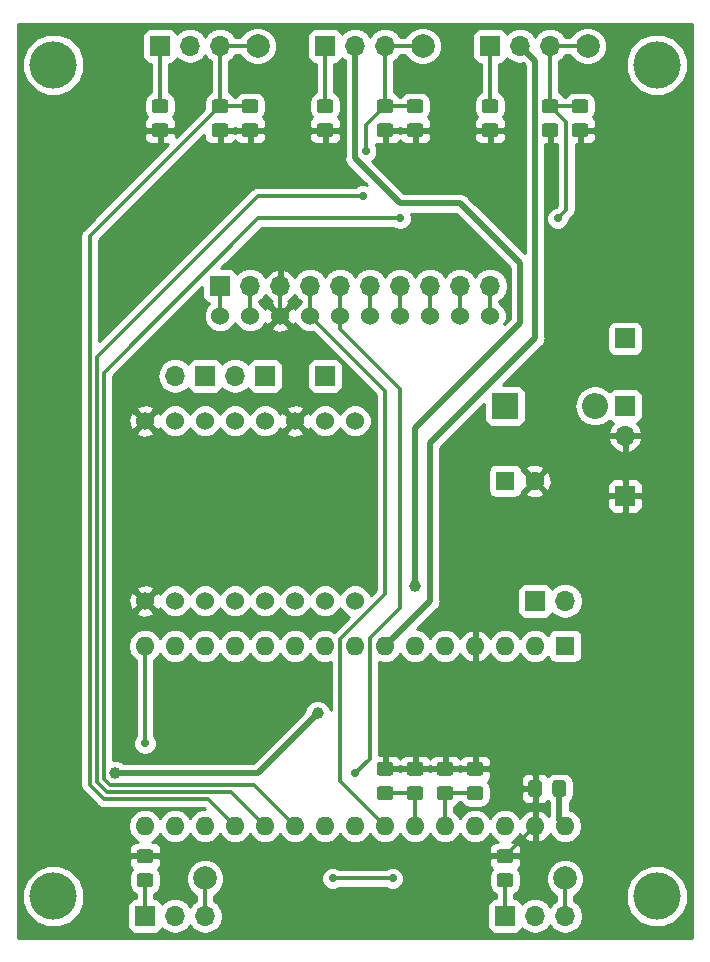
<source format=gbr>
G04 #@! TF.GenerationSoftware,KiCad,Pcbnew,5.0.2-bee76a0~70~ubuntu18.04.1*
G04 #@! TF.CreationDate,2019-04-24T16:28:52+03:00*
G04 #@! TF.ProjectId,hw,68772e6b-6963-4616-945f-706362585858,rev?*
G04 #@! TF.SameCoordinates,Original*
G04 #@! TF.FileFunction,Copper,L1,Top*
G04 #@! TF.FilePolarity,Positive*
%FSLAX46Y46*%
G04 Gerber Fmt 4.6, Leading zero omitted, Abs format (unit mm)*
G04 Created by KiCad (PCBNEW 5.0.2-bee76a0~70~ubuntu18.04.1) date ke 24. huhtikuuta 2019 16.28.52*
%MOMM*%
%LPD*%
G01*
G04 APERTURE LIST*
G04 #@! TA.AperFunction,ComponentPad*
%ADD10R,1.700000X1.700000*%
G04 #@! TD*
G04 #@! TA.AperFunction,BGAPad,CuDef*
%ADD11C,2.000000*%
G04 #@! TD*
G04 #@! TA.AperFunction,ComponentPad*
%ADD12C,4.000000*%
G04 #@! TD*
G04 #@! TA.AperFunction,ComponentPad*
%ADD13R,1.600000X1.600000*%
G04 #@! TD*
G04 #@! TA.AperFunction,ComponentPad*
%ADD14O,1.600000X1.600000*%
G04 #@! TD*
G04 #@! TA.AperFunction,ComponentPad*
%ADD15O,1.700000X1.700000*%
G04 #@! TD*
G04 #@! TA.AperFunction,ComponentPad*
%ADD16C,1.600000*%
G04 #@! TD*
G04 #@! TA.AperFunction,Conductor*
%ADD17C,0.100000*%
G04 #@! TD*
G04 #@! TA.AperFunction,SMDPad,CuDef*
%ADD18C,1.150000*%
G04 #@! TD*
G04 #@! TA.AperFunction,ComponentPad*
%ADD19R,2.200000X2.200000*%
G04 #@! TD*
G04 #@! TA.AperFunction,ComponentPad*
%ADD20O,2.200000X2.200000*%
G04 #@! TD*
G04 #@! TA.AperFunction,ComponentPad*
%ADD21C,1.524000*%
G04 #@! TD*
G04 #@! TA.AperFunction,ViaPad*
%ADD22C,0.700000*%
G04 #@! TD*
G04 #@! TA.AperFunction,ViaPad*
%ADD23C,1.000000*%
G04 #@! TD*
G04 #@! TA.AperFunction,Conductor*
%ADD24C,0.300000*%
G04 #@! TD*
G04 #@! TA.AperFunction,Conductor*
%ADD25C,0.500000*%
G04 #@! TD*
G04 #@! TA.AperFunction,Conductor*
%ADD26C,0.254000*%
G04 #@! TD*
G04 APERTURE END LIST*
D10*
G04 #@! TO.P,,1*
G04 #@! TO.N,+9V*
X130810000Y-75565000D03*
G04 #@! TD*
D11*
G04 #@! TO.P,TP5,1*
G04 #@! TO.N,dist-sig-5*
X125730000Y-121285000D03*
G04 #@! TD*
G04 #@! TO.P,TP4,1*
G04 #@! TO.N,dist-sig-4*
X95250000Y-121285000D03*
G04 #@! TD*
G04 #@! TO.P,TP3,1*
G04 #@! TO.N,dist-sig-3*
X127635000Y-50800000D03*
G04 #@! TD*
G04 #@! TO.P,TP2,1*
G04 #@! TO.N,dist-sig-2*
X113665000Y-50800000D03*
G04 #@! TD*
D12*
G04 #@! TO.P,,*
G04 #@! TO.N,*
X82400000Y-122800000D03*
G04 #@! TD*
G04 #@! TO.P,,*
G04 #@! TO.N,*
X133500000Y-122800000D03*
G04 #@! TD*
G04 #@! TO.P,,*
G04 #@! TO.N,*
X133500000Y-52400000D03*
G04 #@! TD*
G04 #@! TO.P,,*
G04 #@! TO.N,*
X82400000Y-52400000D03*
G04 #@! TD*
D13*
G04 #@! TO.P,A1,1*
G04 #@! TO.N,Net-(A1-Pad1)*
X125730000Y-101600000D03*
D14*
G04 #@! TO.P,A1,17*
G04 #@! TO.N,Net-(A1-Pad17)*
X92710000Y-116840000D03*
G04 #@! TO.P,A1,2*
G04 #@! TO.N,Net-(A1-Pad2)*
X123190000Y-101600000D03*
G04 #@! TO.P,A1,18*
G04 #@! TO.N,Net-(A1-Pad18)*
X95250000Y-116840000D03*
G04 #@! TO.P,A1,3*
G04 #@! TO.N,Net-(A1-Pad3)*
X120650000Y-101600000D03*
G04 #@! TO.P,A1,19*
G04 #@! TO.N,dist-sig-1*
X97790000Y-116840000D03*
G04 #@! TO.P,A1,4*
G04 #@! TO.N,GND*
X118110000Y-101600000D03*
G04 #@! TO.P,A1,20*
G04 #@! TO.N,dist-sig-2*
X100330000Y-116840000D03*
G04 #@! TO.P,A1,5*
G04 #@! TO.N,dist-led-1*
X115570000Y-101600000D03*
G04 #@! TO.P,A1,21*
G04 #@! TO.N,dist-sig-3*
X102870000Y-116840000D03*
G04 #@! TO.P,A1,6*
G04 #@! TO.N,dist-led-2*
X113030000Y-101600000D03*
G04 #@! TO.P,A1,22*
G04 #@! TO.N,Net-(A1-Pad22)*
X105410000Y-116840000D03*
G04 #@! TO.P,A1,7*
G04 #@! TO.N,dist-led-3*
X110490000Y-101600000D03*
G04 #@! TO.P,A1,23*
G04 #@! TO.N,IMU_SDA*
X107950000Y-116840000D03*
G04 #@! TO.P,A1,8*
G04 #@! TO.N,Net-(A1-Pad8)*
X107950000Y-101600000D03*
G04 #@! TO.P,A1,24*
G04 #@! TO.N,IMU_SCL*
X110490000Y-116840000D03*
G04 #@! TO.P,A1,9*
G04 #@! TO.N,Net-(A1-Pad9)*
X105410000Y-101600000D03*
G04 #@! TO.P,A1,25*
G04 #@! TO.N,dist-sig-4*
X113030000Y-116840000D03*
G04 #@! TO.P,A1,10*
G04 #@! TO.N,Net-(A1-Pad10)*
X102870000Y-101600000D03*
G04 #@! TO.P,A1,26*
G04 #@! TO.N,dist-sig-5*
X115570000Y-116840000D03*
G04 #@! TO.P,A1,11*
G04 #@! TO.N,Net-(A1-Pad11)*
X100330000Y-101600000D03*
G04 #@! TO.P,A1,27*
G04 #@! TO.N,+5V*
X118110000Y-116840000D03*
G04 #@! TO.P,A1,12*
G04 #@! TO.N,Net-(A1-Pad12)*
X97790000Y-101600000D03*
G04 #@! TO.P,A1,28*
G04 #@! TO.N,Net-(A1-Pad28)*
X120650000Y-116840000D03*
G04 #@! TO.P,A1,13*
G04 #@! TO.N,Net-(A1-Pad13)*
X95250000Y-101600000D03*
G04 #@! TO.P,A1,29*
G04 #@! TO.N,GND*
X123190000Y-116840000D03*
G04 #@! TO.P,A1,14*
G04 #@! TO.N,Net-(A1-Pad14)*
X92710000Y-101600000D03*
G04 #@! TO.P,A1,30*
G04 #@! TO.N,V_a*
X125730000Y-116840000D03*
G04 #@! TO.P,A1,15*
G04 #@! TO.N,dist-led-4*
X90170000Y-101600000D03*
G04 #@! TO.P,A1,16*
G04 #@! TO.N,dist-led-5*
X90170000Y-116840000D03*
G04 #@! TD*
D10*
G04 #@! TO.P,BT1,1*
G04 #@! TO.N,+9V*
X130810000Y-81280000D03*
D15*
G04 #@! TO.P,BT1,2*
G04 #@! TO.N,GND*
X130810000Y-83820000D03*
G04 #@! TD*
D13*
G04 #@! TO.P,C1,1*
G04 #@! TO.N,V_a*
X120650000Y-87630000D03*
D16*
G04 #@! TO.P,C1,2*
G04 #@! TO.N,GND*
X123150000Y-87630000D03*
G04 #@! TD*
D17*
G04 #@! TO.N,GND*
G04 #@! TO.C,C2*
G36*
X123539505Y-112966204D02*
X123563773Y-112969804D01*
X123587572Y-112975765D01*
X123610671Y-112984030D01*
X123632850Y-112994520D01*
X123653893Y-113007132D01*
X123673599Y-113021747D01*
X123691777Y-113038223D01*
X123708253Y-113056401D01*
X123722868Y-113076107D01*
X123735480Y-113097150D01*
X123745970Y-113119329D01*
X123754235Y-113142428D01*
X123760196Y-113166227D01*
X123763796Y-113190495D01*
X123765000Y-113214999D01*
X123765000Y-114115001D01*
X123763796Y-114139505D01*
X123760196Y-114163773D01*
X123754235Y-114187572D01*
X123745970Y-114210671D01*
X123735480Y-114232850D01*
X123722868Y-114253893D01*
X123708253Y-114273599D01*
X123691777Y-114291777D01*
X123673599Y-114308253D01*
X123653893Y-114322868D01*
X123632850Y-114335480D01*
X123610671Y-114345970D01*
X123587572Y-114354235D01*
X123563773Y-114360196D01*
X123539505Y-114363796D01*
X123515001Y-114365000D01*
X122864999Y-114365000D01*
X122840495Y-114363796D01*
X122816227Y-114360196D01*
X122792428Y-114354235D01*
X122769329Y-114345970D01*
X122747150Y-114335480D01*
X122726107Y-114322868D01*
X122706401Y-114308253D01*
X122688223Y-114291777D01*
X122671747Y-114273599D01*
X122657132Y-114253893D01*
X122644520Y-114232850D01*
X122634030Y-114210671D01*
X122625765Y-114187572D01*
X122619804Y-114163773D01*
X122616204Y-114139505D01*
X122615000Y-114115001D01*
X122615000Y-113214999D01*
X122616204Y-113190495D01*
X122619804Y-113166227D01*
X122625765Y-113142428D01*
X122634030Y-113119329D01*
X122644520Y-113097150D01*
X122657132Y-113076107D01*
X122671747Y-113056401D01*
X122688223Y-113038223D01*
X122706401Y-113021747D01*
X122726107Y-113007132D01*
X122747150Y-112994520D01*
X122769329Y-112984030D01*
X122792428Y-112975765D01*
X122816227Y-112969804D01*
X122840495Y-112966204D01*
X122864999Y-112965000D01*
X123515001Y-112965000D01*
X123539505Y-112966204D01*
X123539505Y-112966204D01*
G37*
D18*
G04 #@! TD*
G04 #@! TO.P,C2,2*
G04 #@! TO.N,GND*
X123190000Y-113665000D03*
D17*
G04 #@! TO.N,V_a*
G04 #@! TO.C,C2*
G36*
X125589505Y-112966204D02*
X125613773Y-112969804D01*
X125637572Y-112975765D01*
X125660671Y-112984030D01*
X125682850Y-112994520D01*
X125703893Y-113007132D01*
X125723599Y-113021747D01*
X125741777Y-113038223D01*
X125758253Y-113056401D01*
X125772868Y-113076107D01*
X125785480Y-113097150D01*
X125795970Y-113119329D01*
X125804235Y-113142428D01*
X125810196Y-113166227D01*
X125813796Y-113190495D01*
X125815000Y-113214999D01*
X125815000Y-114115001D01*
X125813796Y-114139505D01*
X125810196Y-114163773D01*
X125804235Y-114187572D01*
X125795970Y-114210671D01*
X125785480Y-114232850D01*
X125772868Y-114253893D01*
X125758253Y-114273599D01*
X125741777Y-114291777D01*
X125723599Y-114308253D01*
X125703893Y-114322868D01*
X125682850Y-114335480D01*
X125660671Y-114345970D01*
X125637572Y-114354235D01*
X125613773Y-114360196D01*
X125589505Y-114363796D01*
X125565001Y-114365000D01*
X124914999Y-114365000D01*
X124890495Y-114363796D01*
X124866227Y-114360196D01*
X124842428Y-114354235D01*
X124819329Y-114345970D01*
X124797150Y-114335480D01*
X124776107Y-114322868D01*
X124756401Y-114308253D01*
X124738223Y-114291777D01*
X124721747Y-114273599D01*
X124707132Y-114253893D01*
X124694520Y-114232850D01*
X124684030Y-114210671D01*
X124675765Y-114187572D01*
X124669804Y-114163773D01*
X124666204Y-114139505D01*
X124665000Y-114115001D01*
X124665000Y-113214999D01*
X124666204Y-113190495D01*
X124669804Y-113166227D01*
X124675765Y-113142428D01*
X124684030Y-113119329D01*
X124694520Y-113097150D01*
X124707132Y-113076107D01*
X124721747Y-113056401D01*
X124738223Y-113038223D01*
X124756401Y-113021747D01*
X124776107Y-113007132D01*
X124797150Y-112994520D01*
X124819329Y-112984030D01*
X124842428Y-112975765D01*
X124866227Y-112969804D01*
X124890495Y-112966204D01*
X124914999Y-112965000D01*
X125565001Y-112965000D01*
X125589505Y-112966204D01*
X125589505Y-112966204D01*
G37*
D18*
G04 #@! TD*
G04 #@! TO.P,C2,1*
G04 #@! TO.N,V_a*
X125240000Y-113665000D03*
D17*
G04 #@! TO.N,dist-sig-1*
G04 #@! TO.C,C3*
G36*
X99534505Y-55306204D02*
X99558773Y-55309804D01*
X99582572Y-55315765D01*
X99605671Y-55324030D01*
X99627850Y-55334520D01*
X99648893Y-55347132D01*
X99668599Y-55361747D01*
X99686777Y-55378223D01*
X99703253Y-55396401D01*
X99717868Y-55416107D01*
X99730480Y-55437150D01*
X99740970Y-55459329D01*
X99749235Y-55482428D01*
X99755196Y-55506227D01*
X99758796Y-55530495D01*
X99760000Y-55554999D01*
X99760000Y-56205001D01*
X99758796Y-56229505D01*
X99755196Y-56253773D01*
X99749235Y-56277572D01*
X99740970Y-56300671D01*
X99730480Y-56322850D01*
X99717868Y-56343893D01*
X99703253Y-56363599D01*
X99686777Y-56381777D01*
X99668599Y-56398253D01*
X99648893Y-56412868D01*
X99627850Y-56425480D01*
X99605671Y-56435970D01*
X99582572Y-56444235D01*
X99558773Y-56450196D01*
X99534505Y-56453796D01*
X99510001Y-56455000D01*
X98609999Y-56455000D01*
X98585495Y-56453796D01*
X98561227Y-56450196D01*
X98537428Y-56444235D01*
X98514329Y-56435970D01*
X98492150Y-56425480D01*
X98471107Y-56412868D01*
X98451401Y-56398253D01*
X98433223Y-56381777D01*
X98416747Y-56363599D01*
X98402132Y-56343893D01*
X98389520Y-56322850D01*
X98379030Y-56300671D01*
X98370765Y-56277572D01*
X98364804Y-56253773D01*
X98361204Y-56229505D01*
X98360000Y-56205001D01*
X98360000Y-55554999D01*
X98361204Y-55530495D01*
X98364804Y-55506227D01*
X98370765Y-55482428D01*
X98379030Y-55459329D01*
X98389520Y-55437150D01*
X98402132Y-55416107D01*
X98416747Y-55396401D01*
X98433223Y-55378223D01*
X98451401Y-55361747D01*
X98471107Y-55347132D01*
X98492150Y-55334520D01*
X98514329Y-55324030D01*
X98537428Y-55315765D01*
X98561227Y-55309804D01*
X98585495Y-55306204D01*
X98609999Y-55305000D01*
X99510001Y-55305000D01*
X99534505Y-55306204D01*
X99534505Y-55306204D01*
G37*
D18*
G04 #@! TD*
G04 #@! TO.P,C3,1*
G04 #@! TO.N,dist-sig-1*
X99060000Y-55880000D03*
D17*
G04 #@! TO.N,GND*
G04 #@! TO.C,C3*
G36*
X99534505Y-57356204D02*
X99558773Y-57359804D01*
X99582572Y-57365765D01*
X99605671Y-57374030D01*
X99627850Y-57384520D01*
X99648893Y-57397132D01*
X99668599Y-57411747D01*
X99686777Y-57428223D01*
X99703253Y-57446401D01*
X99717868Y-57466107D01*
X99730480Y-57487150D01*
X99740970Y-57509329D01*
X99749235Y-57532428D01*
X99755196Y-57556227D01*
X99758796Y-57580495D01*
X99760000Y-57604999D01*
X99760000Y-58255001D01*
X99758796Y-58279505D01*
X99755196Y-58303773D01*
X99749235Y-58327572D01*
X99740970Y-58350671D01*
X99730480Y-58372850D01*
X99717868Y-58393893D01*
X99703253Y-58413599D01*
X99686777Y-58431777D01*
X99668599Y-58448253D01*
X99648893Y-58462868D01*
X99627850Y-58475480D01*
X99605671Y-58485970D01*
X99582572Y-58494235D01*
X99558773Y-58500196D01*
X99534505Y-58503796D01*
X99510001Y-58505000D01*
X98609999Y-58505000D01*
X98585495Y-58503796D01*
X98561227Y-58500196D01*
X98537428Y-58494235D01*
X98514329Y-58485970D01*
X98492150Y-58475480D01*
X98471107Y-58462868D01*
X98451401Y-58448253D01*
X98433223Y-58431777D01*
X98416747Y-58413599D01*
X98402132Y-58393893D01*
X98389520Y-58372850D01*
X98379030Y-58350671D01*
X98370765Y-58327572D01*
X98364804Y-58303773D01*
X98361204Y-58279505D01*
X98360000Y-58255001D01*
X98360000Y-57604999D01*
X98361204Y-57580495D01*
X98364804Y-57556227D01*
X98370765Y-57532428D01*
X98379030Y-57509329D01*
X98389520Y-57487150D01*
X98402132Y-57466107D01*
X98416747Y-57446401D01*
X98433223Y-57428223D01*
X98451401Y-57411747D01*
X98471107Y-57397132D01*
X98492150Y-57384520D01*
X98514329Y-57374030D01*
X98537428Y-57365765D01*
X98561227Y-57359804D01*
X98585495Y-57356204D01*
X98609999Y-57355000D01*
X99510001Y-57355000D01*
X99534505Y-57356204D01*
X99534505Y-57356204D01*
G37*
D18*
G04 #@! TD*
G04 #@! TO.P,C3,2*
G04 #@! TO.N,GND*
X99060000Y-57930000D03*
D17*
G04 #@! TO.N,dist-sig-2*
G04 #@! TO.C,C4*
G36*
X113504505Y-55306204D02*
X113528773Y-55309804D01*
X113552572Y-55315765D01*
X113575671Y-55324030D01*
X113597850Y-55334520D01*
X113618893Y-55347132D01*
X113638599Y-55361747D01*
X113656777Y-55378223D01*
X113673253Y-55396401D01*
X113687868Y-55416107D01*
X113700480Y-55437150D01*
X113710970Y-55459329D01*
X113719235Y-55482428D01*
X113725196Y-55506227D01*
X113728796Y-55530495D01*
X113730000Y-55554999D01*
X113730000Y-56205001D01*
X113728796Y-56229505D01*
X113725196Y-56253773D01*
X113719235Y-56277572D01*
X113710970Y-56300671D01*
X113700480Y-56322850D01*
X113687868Y-56343893D01*
X113673253Y-56363599D01*
X113656777Y-56381777D01*
X113638599Y-56398253D01*
X113618893Y-56412868D01*
X113597850Y-56425480D01*
X113575671Y-56435970D01*
X113552572Y-56444235D01*
X113528773Y-56450196D01*
X113504505Y-56453796D01*
X113480001Y-56455000D01*
X112579999Y-56455000D01*
X112555495Y-56453796D01*
X112531227Y-56450196D01*
X112507428Y-56444235D01*
X112484329Y-56435970D01*
X112462150Y-56425480D01*
X112441107Y-56412868D01*
X112421401Y-56398253D01*
X112403223Y-56381777D01*
X112386747Y-56363599D01*
X112372132Y-56343893D01*
X112359520Y-56322850D01*
X112349030Y-56300671D01*
X112340765Y-56277572D01*
X112334804Y-56253773D01*
X112331204Y-56229505D01*
X112330000Y-56205001D01*
X112330000Y-55554999D01*
X112331204Y-55530495D01*
X112334804Y-55506227D01*
X112340765Y-55482428D01*
X112349030Y-55459329D01*
X112359520Y-55437150D01*
X112372132Y-55416107D01*
X112386747Y-55396401D01*
X112403223Y-55378223D01*
X112421401Y-55361747D01*
X112441107Y-55347132D01*
X112462150Y-55334520D01*
X112484329Y-55324030D01*
X112507428Y-55315765D01*
X112531227Y-55309804D01*
X112555495Y-55306204D01*
X112579999Y-55305000D01*
X113480001Y-55305000D01*
X113504505Y-55306204D01*
X113504505Y-55306204D01*
G37*
D18*
G04 #@! TD*
G04 #@! TO.P,C4,1*
G04 #@! TO.N,dist-sig-2*
X113030000Y-55880000D03*
D17*
G04 #@! TO.N,GND*
G04 #@! TO.C,C4*
G36*
X113504505Y-57356204D02*
X113528773Y-57359804D01*
X113552572Y-57365765D01*
X113575671Y-57374030D01*
X113597850Y-57384520D01*
X113618893Y-57397132D01*
X113638599Y-57411747D01*
X113656777Y-57428223D01*
X113673253Y-57446401D01*
X113687868Y-57466107D01*
X113700480Y-57487150D01*
X113710970Y-57509329D01*
X113719235Y-57532428D01*
X113725196Y-57556227D01*
X113728796Y-57580495D01*
X113730000Y-57604999D01*
X113730000Y-58255001D01*
X113728796Y-58279505D01*
X113725196Y-58303773D01*
X113719235Y-58327572D01*
X113710970Y-58350671D01*
X113700480Y-58372850D01*
X113687868Y-58393893D01*
X113673253Y-58413599D01*
X113656777Y-58431777D01*
X113638599Y-58448253D01*
X113618893Y-58462868D01*
X113597850Y-58475480D01*
X113575671Y-58485970D01*
X113552572Y-58494235D01*
X113528773Y-58500196D01*
X113504505Y-58503796D01*
X113480001Y-58505000D01*
X112579999Y-58505000D01*
X112555495Y-58503796D01*
X112531227Y-58500196D01*
X112507428Y-58494235D01*
X112484329Y-58485970D01*
X112462150Y-58475480D01*
X112441107Y-58462868D01*
X112421401Y-58448253D01*
X112403223Y-58431777D01*
X112386747Y-58413599D01*
X112372132Y-58393893D01*
X112359520Y-58372850D01*
X112349030Y-58350671D01*
X112340765Y-58327572D01*
X112334804Y-58303773D01*
X112331204Y-58279505D01*
X112330000Y-58255001D01*
X112330000Y-57604999D01*
X112331204Y-57580495D01*
X112334804Y-57556227D01*
X112340765Y-57532428D01*
X112349030Y-57509329D01*
X112359520Y-57487150D01*
X112372132Y-57466107D01*
X112386747Y-57446401D01*
X112403223Y-57428223D01*
X112421401Y-57411747D01*
X112441107Y-57397132D01*
X112462150Y-57384520D01*
X112484329Y-57374030D01*
X112507428Y-57365765D01*
X112531227Y-57359804D01*
X112555495Y-57356204D01*
X112579999Y-57355000D01*
X113480001Y-57355000D01*
X113504505Y-57356204D01*
X113504505Y-57356204D01*
G37*
D18*
G04 #@! TD*
G04 #@! TO.P,C4,2*
G04 #@! TO.N,GND*
X113030000Y-57930000D03*
D17*
G04 #@! TO.N,GND*
G04 #@! TO.C,C5*
G36*
X127474505Y-57356204D02*
X127498773Y-57359804D01*
X127522572Y-57365765D01*
X127545671Y-57374030D01*
X127567850Y-57384520D01*
X127588893Y-57397132D01*
X127608599Y-57411747D01*
X127626777Y-57428223D01*
X127643253Y-57446401D01*
X127657868Y-57466107D01*
X127670480Y-57487150D01*
X127680970Y-57509329D01*
X127689235Y-57532428D01*
X127695196Y-57556227D01*
X127698796Y-57580495D01*
X127700000Y-57604999D01*
X127700000Y-58255001D01*
X127698796Y-58279505D01*
X127695196Y-58303773D01*
X127689235Y-58327572D01*
X127680970Y-58350671D01*
X127670480Y-58372850D01*
X127657868Y-58393893D01*
X127643253Y-58413599D01*
X127626777Y-58431777D01*
X127608599Y-58448253D01*
X127588893Y-58462868D01*
X127567850Y-58475480D01*
X127545671Y-58485970D01*
X127522572Y-58494235D01*
X127498773Y-58500196D01*
X127474505Y-58503796D01*
X127450001Y-58505000D01*
X126549999Y-58505000D01*
X126525495Y-58503796D01*
X126501227Y-58500196D01*
X126477428Y-58494235D01*
X126454329Y-58485970D01*
X126432150Y-58475480D01*
X126411107Y-58462868D01*
X126391401Y-58448253D01*
X126373223Y-58431777D01*
X126356747Y-58413599D01*
X126342132Y-58393893D01*
X126329520Y-58372850D01*
X126319030Y-58350671D01*
X126310765Y-58327572D01*
X126304804Y-58303773D01*
X126301204Y-58279505D01*
X126300000Y-58255001D01*
X126300000Y-57604999D01*
X126301204Y-57580495D01*
X126304804Y-57556227D01*
X126310765Y-57532428D01*
X126319030Y-57509329D01*
X126329520Y-57487150D01*
X126342132Y-57466107D01*
X126356747Y-57446401D01*
X126373223Y-57428223D01*
X126391401Y-57411747D01*
X126411107Y-57397132D01*
X126432150Y-57384520D01*
X126454329Y-57374030D01*
X126477428Y-57365765D01*
X126501227Y-57359804D01*
X126525495Y-57356204D01*
X126549999Y-57355000D01*
X127450001Y-57355000D01*
X127474505Y-57356204D01*
X127474505Y-57356204D01*
G37*
D18*
G04 #@! TD*
G04 #@! TO.P,C5,2*
G04 #@! TO.N,GND*
X127000000Y-57930000D03*
D17*
G04 #@! TO.N,dist-sig-3*
G04 #@! TO.C,C5*
G36*
X127474505Y-55306204D02*
X127498773Y-55309804D01*
X127522572Y-55315765D01*
X127545671Y-55324030D01*
X127567850Y-55334520D01*
X127588893Y-55347132D01*
X127608599Y-55361747D01*
X127626777Y-55378223D01*
X127643253Y-55396401D01*
X127657868Y-55416107D01*
X127670480Y-55437150D01*
X127680970Y-55459329D01*
X127689235Y-55482428D01*
X127695196Y-55506227D01*
X127698796Y-55530495D01*
X127700000Y-55554999D01*
X127700000Y-56205001D01*
X127698796Y-56229505D01*
X127695196Y-56253773D01*
X127689235Y-56277572D01*
X127680970Y-56300671D01*
X127670480Y-56322850D01*
X127657868Y-56343893D01*
X127643253Y-56363599D01*
X127626777Y-56381777D01*
X127608599Y-56398253D01*
X127588893Y-56412868D01*
X127567850Y-56425480D01*
X127545671Y-56435970D01*
X127522572Y-56444235D01*
X127498773Y-56450196D01*
X127474505Y-56453796D01*
X127450001Y-56455000D01*
X126549999Y-56455000D01*
X126525495Y-56453796D01*
X126501227Y-56450196D01*
X126477428Y-56444235D01*
X126454329Y-56435970D01*
X126432150Y-56425480D01*
X126411107Y-56412868D01*
X126391401Y-56398253D01*
X126373223Y-56381777D01*
X126356747Y-56363599D01*
X126342132Y-56343893D01*
X126329520Y-56322850D01*
X126319030Y-56300671D01*
X126310765Y-56277572D01*
X126304804Y-56253773D01*
X126301204Y-56229505D01*
X126300000Y-56205001D01*
X126300000Y-55554999D01*
X126301204Y-55530495D01*
X126304804Y-55506227D01*
X126310765Y-55482428D01*
X126319030Y-55459329D01*
X126329520Y-55437150D01*
X126342132Y-55416107D01*
X126356747Y-55396401D01*
X126373223Y-55378223D01*
X126391401Y-55361747D01*
X126411107Y-55347132D01*
X126432150Y-55334520D01*
X126454329Y-55324030D01*
X126477428Y-55315765D01*
X126501227Y-55309804D01*
X126525495Y-55306204D01*
X126549999Y-55305000D01*
X127450001Y-55305000D01*
X127474505Y-55306204D01*
X127474505Y-55306204D01*
G37*
D18*
G04 #@! TD*
G04 #@! TO.P,C5,1*
G04 #@! TO.N,dist-sig-3*
X127000000Y-55880000D03*
D17*
G04 #@! TO.N,dist-sig-4*
G04 #@! TO.C,C6*
G36*
X113504505Y-113481204D02*
X113528773Y-113484804D01*
X113552572Y-113490765D01*
X113575671Y-113499030D01*
X113597850Y-113509520D01*
X113618893Y-113522132D01*
X113638599Y-113536747D01*
X113656777Y-113553223D01*
X113673253Y-113571401D01*
X113687868Y-113591107D01*
X113700480Y-113612150D01*
X113710970Y-113634329D01*
X113719235Y-113657428D01*
X113725196Y-113681227D01*
X113728796Y-113705495D01*
X113730000Y-113729999D01*
X113730000Y-114380001D01*
X113728796Y-114404505D01*
X113725196Y-114428773D01*
X113719235Y-114452572D01*
X113710970Y-114475671D01*
X113700480Y-114497850D01*
X113687868Y-114518893D01*
X113673253Y-114538599D01*
X113656777Y-114556777D01*
X113638599Y-114573253D01*
X113618893Y-114587868D01*
X113597850Y-114600480D01*
X113575671Y-114610970D01*
X113552572Y-114619235D01*
X113528773Y-114625196D01*
X113504505Y-114628796D01*
X113480001Y-114630000D01*
X112579999Y-114630000D01*
X112555495Y-114628796D01*
X112531227Y-114625196D01*
X112507428Y-114619235D01*
X112484329Y-114610970D01*
X112462150Y-114600480D01*
X112441107Y-114587868D01*
X112421401Y-114573253D01*
X112403223Y-114556777D01*
X112386747Y-114538599D01*
X112372132Y-114518893D01*
X112359520Y-114497850D01*
X112349030Y-114475671D01*
X112340765Y-114452572D01*
X112334804Y-114428773D01*
X112331204Y-114404505D01*
X112330000Y-114380001D01*
X112330000Y-113729999D01*
X112331204Y-113705495D01*
X112334804Y-113681227D01*
X112340765Y-113657428D01*
X112349030Y-113634329D01*
X112359520Y-113612150D01*
X112372132Y-113591107D01*
X112386747Y-113571401D01*
X112403223Y-113553223D01*
X112421401Y-113536747D01*
X112441107Y-113522132D01*
X112462150Y-113509520D01*
X112484329Y-113499030D01*
X112507428Y-113490765D01*
X112531227Y-113484804D01*
X112555495Y-113481204D01*
X112579999Y-113480000D01*
X113480001Y-113480000D01*
X113504505Y-113481204D01*
X113504505Y-113481204D01*
G37*
D18*
G04 #@! TD*
G04 #@! TO.P,C6,1*
G04 #@! TO.N,dist-sig-4*
X113030000Y-114055000D03*
D17*
G04 #@! TO.N,GND*
G04 #@! TO.C,C6*
G36*
X113504505Y-111431204D02*
X113528773Y-111434804D01*
X113552572Y-111440765D01*
X113575671Y-111449030D01*
X113597850Y-111459520D01*
X113618893Y-111472132D01*
X113638599Y-111486747D01*
X113656777Y-111503223D01*
X113673253Y-111521401D01*
X113687868Y-111541107D01*
X113700480Y-111562150D01*
X113710970Y-111584329D01*
X113719235Y-111607428D01*
X113725196Y-111631227D01*
X113728796Y-111655495D01*
X113730000Y-111679999D01*
X113730000Y-112330001D01*
X113728796Y-112354505D01*
X113725196Y-112378773D01*
X113719235Y-112402572D01*
X113710970Y-112425671D01*
X113700480Y-112447850D01*
X113687868Y-112468893D01*
X113673253Y-112488599D01*
X113656777Y-112506777D01*
X113638599Y-112523253D01*
X113618893Y-112537868D01*
X113597850Y-112550480D01*
X113575671Y-112560970D01*
X113552572Y-112569235D01*
X113528773Y-112575196D01*
X113504505Y-112578796D01*
X113480001Y-112580000D01*
X112579999Y-112580000D01*
X112555495Y-112578796D01*
X112531227Y-112575196D01*
X112507428Y-112569235D01*
X112484329Y-112560970D01*
X112462150Y-112550480D01*
X112441107Y-112537868D01*
X112421401Y-112523253D01*
X112403223Y-112506777D01*
X112386747Y-112488599D01*
X112372132Y-112468893D01*
X112359520Y-112447850D01*
X112349030Y-112425671D01*
X112340765Y-112402572D01*
X112334804Y-112378773D01*
X112331204Y-112354505D01*
X112330000Y-112330001D01*
X112330000Y-111679999D01*
X112331204Y-111655495D01*
X112334804Y-111631227D01*
X112340765Y-111607428D01*
X112349030Y-111584329D01*
X112359520Y-111562150D01*
X112372132Y-111541107D01*
X112386747Y-111521401D01*
X112403223Y-111503223D01*
X112421401Y-111486747D01*
X112441107Y-111472132D01*
X112462150Y-111459520D01*
X112484329Y-111449030D01*
X112507428Y-111440765D01*
X112531227Y-111434804D01*
X112555495Y-111431204D01*
X112579999Y-111430000D01*
X113480001Y-111430000D01*
X113504505Y-111431204D01*
X113504505Y-111431204D01*
G37*
D18*
G04 #@! TD*
G04 #@! TO.P,C6,2*
G04 #@! TO.N,GND*
X113030000Y-112005000D03*
D17*
G04 #@! TO.N,GND*
G04 #@! TO.C,C7*
G36*
X116044505Y-111431204D02*
X116068773Y-111434804D01*
X116092572Y-111440765D01*
X116115671Y-111449030D01*
X116137850Y-111459520D01*
X116158893Y-111472132D01*
X116178599Y-111486747D01*
X116196777Y-111503223D01*
X116213253Y-111521401D01*
X116227868Y-111541107D01*
X116240480Y-111562150D01*
X116250970Y-111584329D01*
X116259235Y-111607428D01*
X116265196Y-111631227D01*
X116268796Y-111655495D01*
X116270000Y-111679999D01*
X116270000Y-112330001D01*
X116268796Y-112354505D01*
X116265196Y-112378773D01*
X116259235Y-112402572D01*
X116250970Y-112425671D01*
X116240480Y-112447850D01*
X116227868Y-112468893D01*
X116213253Y-112488599D01*
X116196777Y-112506777D01*
X116178599Y-112523253D01*
X116158893Y-112537868D01*
X116137850Y-112550480D01*
X116115671Y-112560970D01*
X116092572Y-112569235D01*
X116068773Y-112575196D01*
X116044505Y-112578796D01*
X116020001Y-112580000D01*
X115119999Y-112580000D01*
X115095495Y-112578796D01*
X115071227Y-112575196D01*
X115047428Y-112569235D01*
X115024329Y-112560970D01*
X115002150Y-112550480D01*
X114981107Y-112537868D01*
X114961401Y-112523253D01*
X114943223Y-112506777D01*
X114926747Y-112488599D01*
X114912132Y-112468893D01*
X114899520Y-112447850D01*
X114889030Y-112425671D01*
X114880765Y-112402572D01*
X114874804Y-112378773D01*
X114871204Y-112354505D01*
X114870000Y-112330001D01*
X114870000Y-111679999D01*
X114871204Y-111655495D01*
X114874804Y-111631227D01*
X114880765Y-111607428D01*
X114889030Y-111584329D01*
X114899520Y-111562150D01*
X114912132Y-111541107D01*
X114926747Y-111521401D01*
X114943223Y-111503223D01*
X114961401Y-111486747D01*
X114981107Y-111472132D01*
X115002150Y-111459520D01*
X115024329Y-111449030D01*
X115047428Y-111440765D01*
X115071227Y-111434804D01*
X115095495Y-111431204D01*
X115119999Y-111430000D01*
X116020001Y-111430000D01*
X116044505Y-111431204D01*
X116044505Y-111431204D01*
G37*
D18*
G04 #@! TD*
G04 #@! TO.P,C7,2*
G04 #@! TO.N,GND*
X115570000Y-112005000D03*
D17*
G04 #@! TO.N,dist-sig-5*
G04 #@! TO.C,C7*
G36*
X116044505Y-113481204D02*
X116068773Y-113484804D01*
X116092572Y-113490765D01*
X116115671Y-113499030D01*
X116137850Y-113509520D01*
X116158893Y-113522132D01*
X116178599Y-113536747D01*
X116196777Y-113553223D01*
X116213253Y-113571401D01*
X116227868Y-113591107D01*
X116240480Y-113612150D01*
X116250970Y-113634329D01*
X116259235Y-113657428D01*
X116265196Y-113681227D01*
X116268796Y-113705495D01*
X116270000Y-113729999D01*
X116270000Y-114380001D01*
X116268796Y-114404505D01*
X116265196Y-114428773D01*
X116259235Y-114452572D01*
X116250970Y-114475671D01*
X116240480Y-114497850D01*
X116227868Y-114518893D01*
X116213253Y-114538599D01*
X116196777Y-114556777D01*
X116178599Y-114573253D01*
X116158893Y-114587868D01*
X116137850Y-114600480D01*
X116115671Y-114610970D01*
X116092572Y-114619235D01*
X116068773Y-114625196D01*
X116044505Y-114628796D01*
X116020001Y-114630000D01*
X115119999Y-114630000D01*
X115095495Y-114628796D01*
X115071227Y-114625196D01*
X115047428Y-114619235D01*
X115024329Y-114610970D01*
X115002150Y-114600480D01*
X114981107Y-114587868D01*
X114961401Y-114573253D01*
X114943223Y-114556777D01*
X114926747Y-114538599D01*
X114912132Y-114518893D01*
X114899520Y-114497850D01*
X114889030Y-114475671D01*
X114880765Y-114452572D01*
X114874804Y-114428773D01*
X114871204Y-114404505D01*
X114870000Y-114380001D01*
X114870000Y-113729999D01*
X114871204Y-113705495D01*
X114874804Y-113681227D01*
X114880765Y-113657428D01*
X114889030Y-113634329D01*
X114899520Y-113612150D01*
X114912132Y-113591107D01*
X114926747Y-113571401D01*
X114943223Y-113553223D01*
X114961401Y-113536747D01*
X114981107Y-113522132D01*
X115002150Y-113509520D01*
X115024329Y-113499030D01*
X115047428Y-113490765D01*
X115071227Y-113484804D01*
X115095495Y-113481204D01*
X115119999Y-113480000D01*
X116020001Y-113480000D01*
X116044505Y-113481204D01*
X116044505Y-113481204D01*
G37*
D18*
G04 #@! TD*
G04 #@! TO.P,C7,1*
G04 #@! TO.N,dist-sig-5*
X115570000Y-114055000D03*
D19*
G04 #@! TO.P,D1,1*
G04 #@! TO.N,V_a*
X120650000Y-81280000D03*
D20*
G04 #@! TO.P,D1,2*
G04 #@! TO.N,+9V*
X128270000Y-81280000D03*
G04 #@! TD*
D10*
G04 #@! TO.P,J1,1*
G04 #@! TO.N,Net-(J1-Pad1)*
X100330000Y-78740000D03*
D15*
G04 #@! TO.P,J1,2*
G04 #@! TO.N,Net-(J1-Pad2)*
X97790000Y-78740000D03*
G04 #@! TD*
G04 #@! TO.P,J2,2*
G04 #@! TO.N,Net-(J2-Pad2)*
X92710000Y-78740000D03*
D10*
G04 #@! TO.P,J2,1*
G04 #@! TO.N,Net-(J2-Pad1)*
X95250000Y-78740000D03*
G04 #@! TD*
G04 #@! TO.P,J3,1*
G04 #@! TO.N,Net-(J3-Pad1)*
X105410000Y-50800000D03*
D15*
G04 #@! TO.P,J3,2*
G04 #@! TO.N,dist-led-2*
X107950000Y-50800000D03*
G04 #@! TO.P,J3,3*
G04 #@! TO.N,dist-sig-2*
X110490000Y-50800000D03*
G04 #@! TD*
D10*
G04 #@! TO.P,J4,1*
G04 #@! TO.N,Net-(J4-Pad1)*
X91440000Y-50800000D03*
D15*
G04 #@! TO.P,J4,2*
G04 #@! TO.N,dist-led-1*
X93980000Y-50800000D03*
G04 #@! TO.P,J4,3*
G04 #@! TO.N,dist-sig-1*
X96520000Y-50800000D03*
G04 #@! TD*
G04 #@! TO.P,J5,3*
G04 #@! TO.N,dist-sig-3*
X124460000Y-50800000D03*
G04 #@! TO.P,J5,2*
G04 #@! TO.N,dist-led-3*
X121920000Y-50800000D03*
D10*
G04 #@! TO.P,J5,1*
G04 #@! TO.N,Net-(J5-Pad1)*
X119380000Y-50800000D03*
G04 #@! TD*
G04 #@! TO.P,J6,1*
G04 #@! TO.N,Net-(A1-Pad2)*
X123190000Y-97790000D03*
D15*
G04 #@! TO.P,J6,2*
G04 #@! TO.N,Net-(A1-Pad1)*
X125730000Y-97790000D03*
G04 #@! TD*
G04 #@! TO.P,J7,3*
G04 #@! TO.N,dist-sig-4*
X95250000Y-124460000D03*
G04 #@! TO.P,J7,2*
G04 #@! TO.N,dist-led-4*
X92710000Y-124460000D03*
D10*
G04 #@! TO.P,J7,1*
G04 #@! TO.N,Net-(J7-Pad1)*
X90170000Y-124460000D03*
G04 #@! TD*
G04 #@! TO.P,J8,1*
G04 #@! TO.N,Net-(J8-Pad1)*
X120650000Y-124460000D03*
D15*
G04 #@! TO.P,J8,2*
G04 #@! TO.N,dist-led-5*
X123190000Y-124460000D03*
G04 #@! TO.P,J8,3*
G04 #@! TO.N,dist-sig-5*
X125730000Y-124460000D03*
G04 #@! TD*
D17*
G04 #@! TO.N,GND*
G04 #@! TO.C,R1*
G36*
X110964505Y-57356204D02*
X110988773Y-57359804D01*
X111012572Y-57365765D01*
X111035671Y-57374030D01*
X111057850Y-57384520D01*
X111078893Y-57397132D01*
X111098599Y-57411747D01*
X111116777Y-57428223D01*
X111133253Y-57446401D01*
X111147868Y-57466107D01*
X111160480Y-57487150D01*
X111170970Y-57509329D01*
X111179235Y-57532428D01*
X111185196Y-57556227D01*
X111188796Y-57580495D01*
X111190000Y-57604999D01*
X111190000Y-58255001D01*
X111188796Y-58279505D01*
X111185196Y-58303773D01*
X111179235Y-58327572D01*
X111170970Y-58350671D01*
X111160480Y-58372850D01*
X111147868Y-58393893D01*
X111133253Y-58413599D01*
X111116777Y-58431777D01*
X111098599Y-58448253D01*
X111078893Y-58462868D01*
X111057850Y-58475480D01*
X111035671Y-58485970D01*
X111012572Y-58494235D01*
X110988773Y-58500196D01*
X110964505Y-58503796D01*
X110940001Y-58505000D01*
X110039999Y-58505000D01*
X110015495Y-58503796D01*
X109991227Y-58500196D01*
X109967428Y-58494235D01*
X109944329Y-58485970D01*
X109922150Y-58475480D01*
X109901107Y-58462868D01*
X109881401Y-58448253D01*
X109863223Y-58431777D01*
X109846747Y-58413599D01*
X109832132Y-58393893D01*
X109819520Y-58372850D01*
X109809030Y-58350671D01*
X109800765Y-58327572D01*
X109794804Y-58303773D01*
X109791204Y-58279505D01*
X109790000Y-58255001D01*
X109790000Y-57604999D01*
X109791204Y-57580495D01*
X109794804Y-57556227D01*
X109800765Y-57532428D01*
X109809030Y-57509329D01*
X109819520Y-57487150D01*
X109832132Y-57466107D01*
X109846747Y-57446401D01*
X109863223Y-57428223D01*
X109881401Y-57411747D01*
X109901107Y-57397132D01*
X109922150Y-57384520D01*
X109944329Y-57374030D01*
X109967428Y-57365765D01*
X109991227Y-57359804D01*
X110015495Y-57356204D01*
X110039999Y-57355000D01*
X110940001Y-57355000D01*
X110964505Y-57356204D01*
X110964505Y-57356204D01*
G37*
D18*
G04 #@! TD*
G04 #@! TO.P,R1,1*
G04 #@! TO.N,GND*
X110490000Y-57930000D03*
D17*
G04 #@! TO.N,dist-sig-2*
G04 #@! TO.C,R1*
G36*
X110964505Y-55306204D02*
X110988773Y-55309804D01*
X111012572Y-55315765D01*
X111035671Y-55324030D01*
X111057850Y-55334520D01*
X111078893Y-55347132D01*
X111098599Y-55361747D01*
X111116777Y-55378223D01*
X111133253Y-55396401D01*
X111147868Y-55416107D01*
X111160480Y-55437150D01*
X111170970Y-55459329D01*
X111179235Y-55482428D01*
X111185196Y-55506227D01*
X111188796Y-55530495D01*
X111190000Y-55554999D01*
X111190000Y-56205001D01*
X111188796Y-56229505D01*
X111185196Y-56253773D01*
X111179235Y-56277572D01*
X111170970Y-56300671D01*
X111160480Y-56322850D01*
X111147868Y-56343893D01*
X111133253Y-56363599D01*
X111116777Y-56381777D01*
X111098599Y-56398253D01*
X111078893Y-56412868D01*
X111057850Y-56425480D01*
X111035671Y-56435970D01*
X111012572Y-56444235D01*
X110988773Y-56450196D01*
X110964505Y-56453796D01*
X110940001Y-56455000D01*
X110039999Y-56455000D01*
X110015495Y-56453796D01*
X109991227Y-56450196D01*
X109967428Y-56444235D01*
X109944329Y-56435970D01*
X109922150Y-56425480D01*
X109901107Y-56412868D01*
X109881401Y-56398253D01*
X109863223Y-56381777D01*
X109846747Y-56363599D01*
X109832132Y-56343893D01*
X109819520Y-56322850D01*
X109809030Y-56300671D01*
X109800765Y-56277572D01*
X109794804Y-56253773D01*
X109791204Y-56229505D01*
X109790000Y-56205001D01*
X109790000Y-55554999D01*
X109791204Y-55530495D01*
X109794804Y-55506227D01*
X109800765Y-55482428D01*
X109809030Y-55459329D01*
X109819520Y-55437150D01*
X109832132Y-55416107D01*
X109846747Y-55396401D01*
X109863223Y-55378223D01*
X109881401Y-55361747D01*
X109901107Y-55347132D01*
X109922150Y-55334520D01*
X109944329Y-55324030D01*
X109967428Y-55315765D01*
X109991227Y-55309804D01*
X110015495Y-55306204D01*
X110039999Y-55305000D01*
X110940001Y-55305000D01*
X110964505Y-55306204D01*
X110964505Y-55306204D01*
G37*
D18*
G04 #@! TD*
G04 #@! TO.P,R1,2*
G04 #@! TO.N,dist-sig-2*
X110490000Y-55880000D03*
D17*
G04 #@! TO.N,dist-sig-1*
G04 #@! TO.C,R2*
G36*
X96994505Y-55306204D02*
X97018773Y-55309804D01*
X97042572Y-55315765D01*
X97065671Y-55324030D01*
X97087850Y-55334520D01*
X97108893Y-55347132D01*
X97128599Y-55361747D01*
X97146777Y-55378223D01*
X97163253Y-55396401D01*
X97177868Y-55416107D01*
X97190480Y-55437150D01*
X97200970Y-55459329D01*
X97209235Y-55482428D01*
X97215196Y-55506227D01*
X97218796Y-55530495D01*
X97220000Y-55554999D01*
X97220000Y-56205001D01*
X97218796Y-56229505D01*
X97215196Y-56253773D01*
X97209235Y-56277572D01*
X97200970Y-56300671D01*
X97190480Y-56322850D01*
X97177868Y-56343893D01*
X97163253Y-56363599D01*
X97146777Y-56381777D01*
X97128599Y-56398253D01*
X97108893Y-56412868D01*
X97087850Y-56425480D01*
X97065671Y-56435970D01*
X97042572Y-56444235D01*
X97018773Y-56450196D01*
X96994505Y-56453796D01*
X96970001Y-56455000D01*
X96069999Y-56455000D01*
X96045495Y-56453796D01*
X96021227Y-56450196D01*
X95997428Y-56444235D01*
X95974329Y-56435970D01*
X95952150Y-56425480D01*
X95931107Y-56412868D01*
X95911401Y-56398253D01*
X95893223Y-56381777D01*
X95876747Y-56363599D01*
X95862132Y-56343893D01*
X95849520Y-56322850D01*
X95839030Y-56300671D01*
X95830765Y-56277572D01*
X95824804Y-56253773D01*
X95821204Y-56229505D01*
X95820000Y-56205001D01*
X95820000Y-55554999D01*
X95821204Y-55530495D01*
X95824804Y-55506227D01*
X95830765Y-55482428D01*
X95839030Y-55459329D01*
X95849520Y-55437150D01*
X95862132Y-55416107D01*
X95876747Y-55396401D01*
X95893223Y-55378223D01*
X95911401Y-55361747D01*
X95931107Y-55347132D01*
X95952150Y-55334520D01*
X95974329Y-55324030D01*
X95997428Y-55315765D01*
X96021227Y-55309804D01*
X96045495Y-55306204D01*
X96069999Y-55305000D01*
X96970001Y-55305000D01*
X96994505Y-55306204D01*
X96994505Y-55306204D01*
G37*
D18*
G04 #@! TD*
G04 #@! TO.P,R2,2*
G04 #@! TO.N,dist-sig-1*
X96520000Y-55880000D03*
D17*
G04 #@! TO.N,GND*
G04 #@! TO.C,R2*
G36*
X96994505Y-57356204D02*
X97018773Y-57359804D01*
X97042572Y-57365765D01*
X97065671Y-57374030D01*
X97087850Y-57384520D01*
X97108893Y-57397132D01*
X97128599Y-57411747D01*
X97146777Y-57428223D01*
X97163253Y-57446401D01*
X97177868Y-57466107D01*
X97190480Y-57487150D01*
X97200970Y-57509329D01*
X97209235Y-57532428D01*
X97215196Y-57556227D01*
X97218796Y-57580495D01*
X97220000Y-57604999D01*
X97220000Y-58255001D01*
X97218796Y-58279505D01*
X97215196Y-58303773D01*
X97209235Y-58327572D01*
X97200970Y-58350671D01*
X97190480Y-58372850D01*
X97177868Y-58393893D01*
X97163253Y-58413599D01*
X97146777Y-58431777D01*
X97128599Y-58448253D01*
X97108893Y-58462868D01*
X97087850Y-58475480D01*
X97065671Y-58485970D01*
X97042572Y-58494235D01*
X97018773Y-58500196D01*
X96994505Y-58503796D01*
X96970001Y-58505000D01*
X96069999Y-58505000D01*
X96045495Y-58503796D01*
X96021227Y-58500196D01*
X95997428Y-58494235D01*
X95974329Y-58485970D01*
X95952150Y-58475480D01*
X95931107Y-58462868D01*
X95911401Y-58448253D01*
X95893223Y-58431777D01*
X95876747Y-58413599D01*
X95862132Y-58393893D01*
X95849520Y-58372850D01*
X95839030Y-58350671D01*
X95830765Y-58327572D01*
X95824804Y-58303773D01*
X95821204Y-58279505D01*
X95820000Y-58255001D01*
X95820000Y-57604999D01*
X95821204Y-57580495D01*
X95824804Y-57556227D01*
X95830765Y-57532428D01*
X95839030Y-57509329D01*
X95849520Y-57487150D01*
X95862132Y-57466107D01*
X95876747Y-57446401D01*
X95893223Y-57428223D01*
X95911401Y-57411747D01*
X95931107Y-57397132D01*
X95952150Y-57384520D01*
X95974329Y-57374030D01*
X95997428Y-57365765D01*
X96021227Y-57359804D01*
X96045495Y-57356204D01*
X96069999Y-57355000D01*
X96970001Y-57355000D01*
X96994505Y-57356204D01*
X96994505Y-57356204D01*
G37*
D18*
G04 #@! TD*
G04 #@! TO.P,R2,1*
G04 #@! TO.N,GND*
X96520000Y-57930000D03*
D17*
G04 #@! TO.N,dist-sig-3*
G04 #@! TO.C,R3*
G36*
X124934505Y-55306204D02*
X124958773Y-55309804D01*
X124982572Y-55315765D01*
X125005671Y-55324030D01*
X125027850Y-55334520D01*
X125048893Y-55347132D01*
X125068599Y-55361747D01*
X125086777Y-55378223D01*
X125103253Y-55396401D01*
X125117868Y-55416107D01*
X125130480Y-55437150D01*
X125140970Y-55459329D01*
X125149235Y-55482428D01*
X125155196Y-55506227D01*
X125158796Y-55530495D01*
X125160000Y-55554999D01*
X125160000Y-56205001D01*
X125158796Y-56229505D01*
X125155196Y-56253773D01*
X125149235Y-56277572D01*
X125140970Y-56300671D01*
X125130480Y-56322850D01*
X125117868Y-56343893D01*
X125103253Y-56363599D01*
X125086777Y-56381777D01*
X125068599Y-56398253D01*
X125048893Y-56412868D01*
X125027850Y-56425480D01*
X125005671Y-56435970D01*
X124982572Y-56444235D01*
X124958773Y-56450196D01*
X124934505Y-56453796D01*
X124910001Y-56455000D01*
X124009999Y-56455000D01*
X123985495Y-56453796D01*
X123961227Y-56450196D01*
X123937428Y-56444235D01*
X123914329Y-56435970D01*
X123892150Y-56425480D01*
X123871107Y-56412868D01*
X123851401Y-56398253D01*
X123833223Y-56381777D01*
X123816747Y-56363599D01*
X123802132Y-56343893D01*
X123789520Y-56322850D01*
X123779030Y-56300671D01*
X123770765Y-56277572D01*
X123764804Y-56253773D01*
X123761204Y-56229505D01*
X123760000Y-56205001D01*
X123760000Y-55554999D01*
X123761204Y-55530495D01*
X123764804Y-55506227D01*
X123770765Y-55482428D01*
X123779030Y-55459329D01*
X123789520Y-55437150D01*
X123802132Y-55416107D01*
X123816747Y-55396401D01*
X123833223Y-55378223D01*
X123851401Y-55361747D01*
X123871107Y-55347132D01*
X123892150Y-55334520D01*
X123914329Y-55324030D01*
X123937428Y-55315765D01*
X123961227Y-55309804D01*
X123985495Y-55306204D01*
X124009999Y-55305000D01*
X124910001Y-55305000D01*
X124934505Y-55306204D01*
X124934505Y-55306204D01*
G37*
D18*
G04 #@! TD*
G04 #@! TO.P,R3,2*
G04 #@! TO.N,dist-sig-3*
X124460000Y-55880000D03*
D17*
G04 #@! TO.N,GND*
G04 #@! TO.C,R3*
G36*
X124934505Y-57356204D02*
X124958773Y-57359804D01*
X124982572Y-57365765D01*
X125005671Y-57374030D01*
X125027850Y-57384520D01*
X125048893Y-57397132D01*
X125068599Y-57411747D01*
X125086777Y-57428223D01*
X125103253Y-57446401D01*
X125117868Y-57466107D01*
X125130480Y-57487150D01*
X125140970Y-57509329D01*
X125149235Y-57532428D01*
X125155196Y-57556227D01*
X125158796Y-57580495D01*
X125160000Y-57604999D01*
X125160000Y-58255001D01*
X125158796Y-58279505D01*
X125155196Y-58303773D01*
X125149235Y-58327572D01*
X125140970Y-58350671D01*
X125130480Y-58372850D01*
X125117868Y-58393893D01*
X125103253Y-58413599D01*
X125086777Y-58431777D01*
X125068599Y-58448253D01*
X125048893Y-58462868D01*
X125027850Y-58475480D01*
X125005671Y-58485970D01*
X124982572Y-58494235D01*
X124958773Y-58500196D01*
X124934505Y-58503796D01*
X124910001Y-58505000D01*
X124009999Y-58505000D01*
X123985495Y-58503796D01*
X123961227Y-58500196D01*
X123937428Y-58494235D01*
X123914329Y-58485970D01*
X123892150Y-58475480D01*
X123871107Y-58462868D01*
X123851401Y-58448253D01*
X123833223Y-58431777D01*
X123816747Y-58413599D01*
X123802132Y-58393893D01*
X123789520Y-58372850D01*
X123779030Y-58350671D01*
X123770765Y-58327572D01*
X123764804Y-58303773D01*
X123761204Y-58279505D01*
X123760000Y-58255001D01*
X123760000Y-57604999D01*
X123761204Y-57580495D01*
X123764804Y-57556227D01*
X123770765Y-57532428D01*
X123779030Y-57509329D01*
X123789520Y-57487150D01*
X123802132Y-57466107D01*
X123816747Y-57446401D01*
X123833223Y-57428223D01*
X123851401Y-57411747D01*
X123871107Y-57397132D01*
X123892150Y-57384520D01*
X123914329Y-57374030D01*
X123937428Y-57365765D01*
X123961227Y-57359804D01*
X123985495Y-57356204D01*
X124009999Y-57355000D01*
X124910001Y-57355000D01*
X124934505Y-57356204D01*
X124934505Y-57356204D01*
G37*
D18*
G04 #@! TD*
G04 #@! TO.P,R3,1*
G04 #@! TO.N,GND*
X124460000Y-57930000D03*
D17*
G04 #@! TO.N,GND*
G04 #@! TO.C,R4*
G36*
X105884505Y-57356204D02*
X105908773Y-57359804D01*
X105932572Y-57365765D01*
X105955671Y-57374030D01*
X105977850Y-57384520D01*
X105998893Y-57397132D01*
X106018599Y-57411747D01*
X106036777Y-57428223D01*
X106053253Y-57446401D01*
X106067868Y-57466107D01*
X106080480Y-57487150D01*
X106090970Y-57509329D01*
X106099235Y-57532428D01*
X106105196Y-57556227D01*
X106108796Y-57580495D01*
X106110000Y-57604999D01*
X106110000Y-58255001D01*
X106108796Y-58279505D01*
X106105196Y-58303773D01*
X106099235Y-58327572D01*
X106090970Y-58350671D01*
X106080480Y-58372850D01*
X106067868Y-58393893D01*
X106053253Y-58413599D01*
X106036777Y-58431777D01*
X106018599Y-58448253D01*
X105998893Y-58462868D01*
X105977850Y-58475480D01*
X105955671Y-58485970D01*
X105932572Y-58494235D01*
X105908773Y-58500196D01*
X105884505Y-58503796D01*
X105860001Y-58505000D01*
X104959999Y-58505000D01*
X104935495Y-58503796D01*
X104911227Y-58500196D01*
X104887428Y-58494235D01*
X104864329Y-58485970D01*
X104842150Y-58475480D01*
X104821107Y-58462868D01*
X104801401Y-58448253D01*
X104783223Y-58431777D01*
X104766747Y-58413599D01*
X104752132Y-58393893D01*
X104739520Y-58372850D01*
X104729030Y-58350671D01*
X104720765Y-58327572D01*
X104714804Y-58303773D01*
X104711204Y-58279505D01*
X104710000Y-58255001D01*
X104710000Y-57604999D01*
X104711204Y-57580495D01*
X104714804Y-57556227D01*
X104720765Y-57532428D01*
X104729030Y-57509329D01*
X104739520Y-57487150D01*
X104752132Y-57466107D01*
X104766747Y-57446401D01*
X104783223Y-57428223D01*
X104801401Y-57411747D01*
X104821107Y-57397132D01*
X104842150Y-57384520D01*
X104864329Y-57374030D01*
X104887428Y-57365765D01*
X104911227Y-57359804D01*
X104935495Y-57356204D01*
X104959999Y-57355000D01*
X105860001Y-57355000D01*
X105884505Y-57356204D01*
X105884505Y-57356204D01*
G37*
D18*
G04 #@! TD*
G04 #@! TO.P,R4,2*
G04 #@! TO.N,GND*
X105410000Y-57930000D03*
D17*
G04 #@! TO.N,Net-(J3-Pad1)*
G04 #@! TO.C,R4*
G36*
X105884505Y-55306204D02*
X105908773Y-55309804D01*
X105932572Y-55315765D01*
X105955671Y-55324030D01*
X105977850Y-55334520D01*
X105998893Y-55347132D01*
X106018599Y-55361747D01*
X106036777Y-55378223D01*
X106053253Y-55396401D01*
X106067868Y-55416107D01*
X106080480Y-55437150D01*
X106090970Y-55459329D01*
X106099235Y-55482428D01*
X106105196Y-55506227D01*
X106108796Y-55530495D01*
X106110000Y-55554999D01*
X106110000Y-56205001D01*
X106108796Y-56229505D01*
X106105196Y-56253773D01*
X106099235Y-56277572D01*
X106090970Y-56300671D01*
X106080480Y-56322850D01*
X106067868Y-56343893D01*
X106053253Y-56363599D01*
X106036777Y-56381777D01*
X106018599Y-56398253D01*
X105998893Y-56412868D01*
X105977850Y-56425480D01*
X105955671Y-56435970D01*
X105932572Y-56444235D01*
X105908773Y-56450196D01*
X105884505Y-56453796D01*
X105860001Y-56455000D01*
X104959999Y-56455000D01*
X104935495Y-56453796D01*
X104911227Y-56450196D01*
X104887428Y-56444235D01*
X104864329Y-56435970D01*
X104842150Y-56425480D01*
X104821107Y-56412868D01*
X104801401Y-56398253D01*
X104783223Y-56381777D01*
X104766747Y-56363599D01*
X104752132Y-56343893D01*
X104739520Y-56322850D01*
X104729030Y-56300671D01*
X104720765Y-56277572D01*
X104714804Y-56253773D01*
X104711204Y-56229505D01*
X104710000Y-56205001D01*
X104710000Y-55554999D01*
X104711204Y-55530495D01*
X104714804Y-55506227D01*
X104720765Y-55482428D01*
X104729030Y-55459329D01*
X104739520Y-55437150D01*
X104752132Y-55416107D01*
X104766747Y-55396401D01*
X104783223Y-55378223D01*
X104801401Y-55361747D01*
X104821107Y-55347132D01*
X104842150Y-55334520D01*
X104864329Y-55324030D01*
X104887428Y-55315765D01*
X104911227Y-55309804D01*
X104935495Y-55306204D01*
X104959999Y-55305000D01*
X105860001Y-55305000D01*
X105884505Y-55306204D01*
X105884505Y-55306204D01*
G37*
D18*
G04 #@! TD*
G04 #@! TO.P,R4,1*
G04 #@! TO.N,Net-(J3-Pad1)*
X105410000Y-55880000D03*
D17*
G04 #@! TO.N,Net-(J4-Pad1)*
G04 #@! TO.C,R5*
G36*
X91914505Y-55306204D02*
X91938773Y-55309804D01*
X91962572Y-55315765D01*
X91985671Y-55324030D01*
X92007850Y-55334520D01*
X92028893Y-55347132D01*
X92048599Y-55361747D01*
X92066777Y-55378223D01*
X92083253Y-55396401D01*
X92097868Y-55416107D01*
X92110480Y-55437150D01*
X92120970Y-55459329D01*
X92129235Y-55482428D01*
X92135196Y-55506227D01*
X92138796Y-55530495D01*
X92140000Y-55554999D01*
X92140000Y-56205001D01*
X92138796Y-56229505D01*
X92135196Y-56253773D01*
X92129235Y-56277572D01*
X92120970Y-56300671D01*
X92110480Y-56322850D01*
X92097868Y-56343893D01*
X92083253Y-56363599D01*
X92066777Y-56381777D01*
X92048599Y-56398253D01*
X92028893Y-56412868D01*
X92007850Y-56425480D01*
X91985671Y-56435970D01*
X91962572Y-56444235D01*
X91938773Y-56450196D01*
X91914505Y-56453796D01*
X91890001Y-56455000D01*
X90989999Y-56455000D01*
X90965495Y-56453796D01*
X90941227Y-56450196D01*
X90917428Y-56444235D01*
X90894329Y-56435970D01*
X90872150Y-56425480D01*
X90851107Y-56412868D01*
X90831401Y-56398253D01*
X90813223Y-56381777D01*
X90796747Y-56363599D01*
X90782132Y-56343893D01*
X90769520Y-56322850D01*
X90759030Y-56300671D01*
X90750765Y-56277572D01*
X90744804Y-56253773D01*
X90741204Y-56229505D01*
X90740000Y-56205001D01*
X90740000Y-55554999D01*
X90741204Y-55530495D01*
X90744804Y-55506227D01*
X90750765Y-55482428D01*
X90759030Y-55459329D01*
X90769520Y-55437150D01*
X90782132Y-55416107D01*
X90796747Y-55396401D01*
X90813223Y-55378223D01*
X90831401Y-55361747D01*
X90851107Y-55347132D01*
X90872150Y-55334520D01*
X90894329Y-55324030D01*
X90917428Y-55315765D01*
X90941227Y-55309804D01*
X90965495Y-55306204D01*
X90989999Y-55305000D01*
X91890001Y-55305000D01*
X91914505Y-55306204D01*
X91914505Y-55306204D01*
G37*
D18*
G04 #@! TD*
G04 #@! TO.P,R5,1*
G04 #@! TO.N,Net-(J4-Pad1)*
X91440000Y-55880000D03*
D17*
G04 #@! TO.N,GND*
G04 #@! TO.C,R5*
G36*
X91914505Y-57356204D02*
X91938773Y-57359804D01*
X91962572Y-57365765D01*
X91985671Y-57374030D01*
X92007850Y-57384520D01*
X92028893Y-57397132D01*
X92048599Y-57411747D01*
X92066777Y-57428223D01*
X92083253Y-57446401D01*
X92097868Y-57466107D01*
X92110480Y-57487150D01*
X92120970Y-57509329D01*
X92129235Y-57532428D01*
X92135196Y-57556227D01*
X92138796Y-57580495D01*
X92140000Y-57604999D01*
X92140000Y-58255001D01*
X92138796Y-58279505D01*
X92135196Y-58303773D01*
X92129235Y-58327572D01*
X92120970Y-58350671D01*
X92110480Y-58372850D01*
X92097868Y-58393893D01*
X92083253Y-58413599D01*
X92066777Y-58431777D01*
X92048599Y-58448253D01*
X92028893Y-58462868D01*
X92007850Y-58475480D01*
X91985671Y-58485970D01*
X91962572Y-58494235D01*
X91938773Y-58500196D01*
X91914505Y-58503796D01*
X91890001Y-58505000D01*
X90989999Y-58505000D01*
X90965495Y-58503796D01*
X90941227Y-58500196D01*
X90917428Y-58494235D01*
X90894329Y-58485970D01*
X90872150Y-58475480D01*
X90851107Y-58462868D01*
X90831401Y-58448253D01*
X90813223Y-58431777D01*
X90796747Y-58413599D01*
X90782132Y-58393893D01*
X90769520Y-58372850D01*
X90759030Y-58350671D01*
X90750765Y-58327572D01*
X90744804Y-58303773D01*
X90741204Y-58279505D01*
X90740000Y-58255001D01*
X90740000Y-57604999D01*
X90741204Y-57580495D01*
X90744804Y-57556227D01*
X90750765Y-57532428D01*
X90759030Y-57509329D01*
X90769520Y-57487150D01*
X90782132Y-57466107D01*
X90796747Y-57446401D01*
X90813223Y-57428223D01*
X90831401Y-57411747D01*
X90851107Y-57397132D01*
X90872150Y-57384520D01*
X90894329Y-57374030D01*
X90917428Y-57365765D01*
X90941227Y-57359804D01*
X90965495Y-57356204D01*
X90989999Y-57355000D01*
X91890001Y-57355000D01*
X91914505Y-57356204D01*
X91914505Y-57356204D01*
G37*
D18*
G04 #@! TD*
G04 #@! TO.P,R5,2*
G04 #@! TO.N,GND*
X91440000Y-57930000D03*
D17*
G04 #@! TO.N,Net-(J5-Pad1)*
G04 #@! TO.C,R6*
G36*
X119854505Y-55306204D02*
X119878773Y-55309804D01*
X119902572Y-55315765D01*
X119925671Y-55324030D01*
X119947850Y-55334520D01*
X119968893Y-55347132D01*
X119988599Y-55361747D01*
X120006777Y-55378223D01*
X120023253Y-55396401D01*
X120037868Y-55416107D01*
X120050480Y-55437150D01*
X120060970Y-55459329D01*
X120069235Y-55482428D01*
X120075196Y-55506227D01*
X120078796Y-55530495D01*
X120080000Y-55554999D01*
X120080000Y-56205001D01*
X120078796Y-56229505D01*
X120075196Y-56253773D01*
X120069235Y-56277572D01*
X120060970Y-56300671D01*
X120050480Y-56322850D01*
X120037868Y-56343893D01*
X120023253Y-56363599D01*
X120006777Y-56381777D01*
X119988599Y-56398253D01*
X119968893Y-56412868D01*
X119947850Y-56425480D01*
X119925671Y-56435970D01*
X119902572Y-56444235D01*
X119878773Y-56450196D01*
X119854505Y-56453796D01*
X119830001Y-56455000D01*
X118929999Y-56455000D01*
X118905495Y-56453796D01*
X118881227Y-56450196D01*
X118857428Y-56444235D01*
X118834329Y-56435970D01*
X118812150Y-56425480D01*
X118791107Y-56412868D01*
X118771401Y-56398253D01*
X118753223Y-56381777D01*
X118736747Y-56363599D01*
X118722132Y-56343893D01*
X118709520Y-56322850D01*
X118699030Y-56300671D01*
X118690765Y-56277572D01*
X118684804Y-56253773D01*
X118681204Y-56229505D01*
X118680000Y-56205001D01*
X118680000Y-55554999D01*
X118681204Y-55530495D01*
X118684804Y-55506227D01*
X118690765Y-55482428D01*
X118699030Y-55459329D01*
X118709520Y-55437150D01*
X118722132Y-55416107D01*
X118736747Y-55396401D01*
X118753223Y-55378223D01*
X118771401Y-55361747D01*
X118791107Y-55347132D01*
X118812150Y-55334520D01*
X118834329Y-55324030D01*
X118857428Y-55315765D01*
X118881227Y-55309804D01*
X118905495Y-55306204D01*
X118929999Y-55305000D01*
X119830001Y-55305000D01*
X119854505Y-55306204D01*
X119854505Y-55306204D01*
G37*
D18*
G04 #@! TD*
G04 #@! TO.P,R6,1*
G04 #@! TO.N,Net-(J5-Pad1)*
X119380000Y-55880000D03*
D17*
G04 #@! TO.N,GND*
G04 #@! TO.C,R6*
G36*
X119854505Y-57356204D02*
X119878773Y-57359804D01*
X119902572Y-57365765D01*
X119925671Y-57374030D01*
X119947850Y-57384520D01*
X119968893Y-57397132D01*
X119988599Y-57411747D01*
X120006777Y-57428223D01*
X120023253Y-57446401D01*
X120037868Y-57466107D01*
X120050480Y-57487150D01*
X120060970Y-57509329D01*
X120069235Y-57532428D01*
X120075196Y-57556227D01*
X120078796Y-57580495D01*
X120080000Y-57604999D01*
X120080000Y-58255001D01*
X120078796Y-58279505D01*
X120075196Y-58303773D01*
X120069235Y-58327572D01*
X120060970Y-58350671D01*
X120050480Y-58372850D01*
X120037868Y-58393893D01*
X120023253Y-58413599D01*
X120006777Y-58431777D01*
X119988599Y-58448253D01*
X119968893Y-58462868D01*
X119947850Y-58475480D01*
X119925671Y-58485970D01*
X119902572Y-58494235D01*
X119878773Y-58500196D01*
X119854505Y-58503796D01*
X119830001Y-58505000D01*
X118929999Y-58505000D01*
X118905495Y-58503796D01*
X118881227Y-58500196D01*
X118857428Y-58494235D01*
X118834329Y-58485970D01*
X118812150Y-58475480D01*
X118791107Y-58462868D01*
X118771401Y-58448253D01*
X118753223Y-58431777D01*
X118736747Y-58413599D01*
X118722132Y-58393893D01*
X118709520Y-58372850D01*
X118699030Y-58350671D01*
X118690765Y-58327572D01*
X118684804Y-58303773D01*
X118681204Y-58279505D01*
X118680000Y-58255001D01*
X118680000Y-57604999D01*
X118681204Y-57580495D01*
X118684804Y-57556227D01*
X118690765Y-57532428D01*
X118699030Y-57509329D01*
X118709520Y-57487150D01*
X118722132Y-57466107D01*
X118736747Y-57446401D01*
X118753223Y-57428223D01*
X118771401Y-57411747D01*
X118791107Y-57397132D01*
X118812150Y-57384520D01*
X118834329Y-57374030D01*
X118857428Y-57365765D01*
X118881227Y-57359804D01*
X118905495Y-57356204D01*
X118929999Y-57355000D01*
X119830001Y-57355000D01*
X119854505Y-57356204D01*
X119854505Y-57356204D01*
G37*
D18*
G04 #@! TD*
G04 #@! TO.P,R6,2*
G04 #@! TO.N,GND*
X119380000Y-57930000D03*
D17*
G04 #@! TO.N,dist-sig-4*
G04 #@! TO.C,R7*
G36*
X110964505Y-113481204D02*
X110988773Y-113484804D01*
X111012572Y-113490765D01*
X111035671Y-113499030D01*
X111057850Y-113509520D01*
X111078893Y-113522132D01*
X111098599Y-113536747D01*
X111116777Y-113553223D01*
X111133253Y-113571401D01*
X111147868Y-113591107D01*
X111160480Y-113612150D01*
X111170970Y-113634329D01*
X111179235Y-113657428D01*
X111185196Y-113681227D01*
X111188796Y-113705495D01*
X111190000Y-113729999D01*
X111190000Y-114380001D01*
X111188796Y-114404505D01*
X111185196Y-114428773D01*
X111179235Y-114452572D01*
X111170970Y-114475671D01*
X111160480Y-114497850D01*
X111147868Y-114518893D01*
X111133253Y-114538599D01*
X111116777Y-114556777D01*
X111098599Y-114573253D01*
X111078893Y-114587868D01*
X111057850Y-114600480D01*
X111035671Y-114610970D01*
X111012572Y-114619235D01*
X110988773Y-114625196D01*
X110964505Y-114628796D01*
X110940001Y-114630000D01*
X110039999Y-114630000D01*
X110015495Y-114628796D01*
X109991227Y-114625196D01*
X109967428Y-114619235D01*
X109944329Y-114610970D01*
X109922150Y-114600480D01*
X109901107Y-114587868D01*
X109881401Y-114573253D01*
X109863223Y-114556777D01*
X109846747Y-114538599D01*
X109832132Y-114518893D01*
X109819520Y-114497850D01*
X109809030Y-114475671D01*
X109800765Y-114452572D01*
X109794804Y-114428773D01*
X109791204Y-114404505D01*
X109790000Y-114380001D01*
X109790000Y-113729999D01*
X109791204Y-113705495D01*
X109794804Y-113681227D01*
X109800765Y-113657428D01*
X109809030Y-113634329D01*
X109819520Y-113612150D01*
X109832132Y-113591107D01*
X109846747Y-113571401D01*
X109863223Y-113553223D01*
X109881401Y-113536747D01*
X109901107Y-113522132D01*
X109922150Y-113509520D01*
X109944329Y-113499030D01*
X109967428Y-113490765D01*
X109991227Y-113484804D01*
X110015495Y-113481204D01*
X110039999Y-113480000D01*
X110940001Y-113480000D01*
X110964505Y-113481204D01*
X110964505Y-113481204D01*
G37*
D18*
G04 #@! TD*
G04 #@! TO.P,R7,2*
G04 #@! TO.N,dist-sig-4*
X110490000Y-114055000D03*
D17*
G04 #@! TO.N,GND*
G04 #@! TO.C,R7*
G36*
X110964505Y-111431204D02*
X110988773Y-111434804D01*
X111012572Y-111440765D01*
X111035671Y-111449030D01*
X111057850Y-111459520D01*
X111078893Y-111472132D01*
X111098599Y-111486747D01*
X111116777Y-111503223D01*
X111133253Y-111521401D01*
X111147868Y-111541107D01*
X111160480Y-111562150D01*
X111170970Y-111584329D01*
X111179235Y-111607428D01*
X111185196Y-111631227D01*
X111188796Y-111655495D01*
X111190000Y-111679999D01*
X111190000Y-112330001D01*
X111188796Y-112354505D01*
X111185196Y-112378773D01*
X111179235Y-112402572D01*
X111170970Y-112425671D01*
X111160480Y-112447850D01*
X111147868Y-112468893D01*
X111133253Y-112488599D01*
X111116777Y-112506777D01*
X111098599Y-112523253D01*
X111078893Y-112537868D01*
X111057850Y-112550480D01*
X111035671Y-112560970D01*
X111012572Y-112569235D01*
X110988773Y-112575196D01*
X110964505Y-112578796D01*
X110940001Y-112580000D01*
X110039999Y-112580000D01*
X110015495Y-112578796D01*
X109991227Y-112575196D01*
X109967428Y-112569235D01*
X109944329Y-112560970D01*
X109922150Y-112550480D01*
X109901107Y-112537868D01*
X109881401Y-112523253D01*
X109863223Y-112506777D01*
X109846747Y-112488599D01*
X109832132Y-112468893D01*
X109819520Y-112447850D01*
X109809030Y-112425671D01*
X109800765Y-112402572D01*
X109794804Y-112378773D01*
X109791204Y-112354505D01*
X109790000Y-112330001D01*
X109790000Y-111679999D01*
X109791204Y-111655495D01*
X109794804Y-111631227D01*
X109800765Y-111607428D01*
X109809030Y-111584329D01*
X109819520Y-111562150D01*
X109832132Y-111541107D01*
X109846747Y-111521401D01*
X109863223Y-111503223D01*
X109881401Y-111486747D01*
X109901107Y-111472132D01*
X109922150Y-111459520D01*
X109944329Y-111449030D01*
X109967428Y-111440765D01*
X109991227Y-111434804D01*
X110015495Y-111431204D01*
X110039999Y-111430000D01*
X110940001Y-111430000D01*
X110964505Y-111431204D01*
X110964505Y-111431204D01*
G37*
D18*
G04 #@! TD*
G04 #@! TO.P,R7,1*
G04 #@! TO.N,GND*
X110490000Y-112005000D03*
D17*
G04 #@! TO.N,Net-(J7-Pad1)*
G04 #@! TO.C,R8*
G36*
X90644505Y-120856204D02*
X90668773Y-120859804D01*
X90692572Y-120865765D01*
X90715671Y-120874030D01*
X90737850Y-120884520D01*
X90758893Y-120897132D01*
X90778599Y-120911747D01*
X90796777Y-120928223D01*
X90813253Y-120946401D01*
X90827868Y-120966107D01*
X90840480Y-120987150D01*
X90850970Y-121009329D01*
X90859235Y-121032428D01*
X90865196Y-121056227D01*
X90868796Y-121080495D01*
X90870000Y-121104999D01*
X90870000Y-121755001D01*
X90868796Y-121779505D01*
X90865196Y-121803773D01*
X90859235Y-121827572D01*
X90850970Y-121850671D01*
X90840480Y-121872850D01*
X90827868Y-121893893D01*
X90813253Y-121913599D01*
X90796777Y-121931777D01*
X90778599Y-121948253D01*
X90758893Y-121962868D01*
X90737850Y-121975480D01*
X90715671Y-121985970D01*
X90692572Y-121994235D01*
X90668773Y-122000196D01*
X90644505Y-122003796D01*
X90620001Y-122005000D01*
X89719999Y-122005000D01*
X89695495Y-122003796D01*
X89671227Y-122000196D01*
X89647428Y-121994235D01*
X89624329Y-121985970D01*
X89602150Y-121975480D01*
X89581107Y-121962868D01*
X89561401Y-121948253D01*
X89543223Y-121931777D01*
X89526747Y-121913599D01*
X89512132Y-121893893D01*
X89499520Y-121872850D01*
X89489030Y-121850671D01*
X89480765Y-121827572D01*
X89474804Y-121803773D01*
X89471204Y-121779505D01*
X89470000Y-121755001D01*
X89470000Y-121104999D01*
X89471204Y-121080495D01*
X89474804Y-121056227D01*
X89480765Y-121032428D01*
X89489030Y-121009329D01*
X89499520Y-120987150D01*
X89512132Y-120966107D01*
X89526747Y-120946401D01*
X89543223Y-120928223D01*
X89561401Y-120911747D01*
X89581107Y-120897132D01*
X89602150Y-120884520D01*
X89624329Y-120874030D01*
X89647428Y-120865765D01*
X89671227Y-120859804D01*
X89695495Y-120856204D01*
X89719999Y-120855000D01*
X90620001Y-120855000D01*
X90644505Y-120856204D01*
X90644505Y-120856204D01*
G37*
D18*
G04 #@! TD*
G04 #@! TO.P,R8,1*
G04 #@! TO.N,Net-(J7-Pad1)*
X90170000Y-121430000D03*
D17*
G04 #@! TO.N,GND*
G04 #@! TO.C,R8*
G36*
X90644505Y-118806204D02*
X90668773Y-118809804D01*
X90692572Y-118815765D01*
X90715671Y-118824030D01*
X90737850Y-118834520D01*
X90758893Y-118847132D01*
X90778599Y-118861747D01*
X90796777Y-118878223D01*
X90813253Y-118896401D01*
X90827868Y-118916107D01*
X90840480Y-118937150D01*
X90850970Y-118959329D01*
X90859235Y-118982428D01*
X90865196Y-119006227D01*
X90868796Y-119030495D01*
X90870000Y-119054999D01*
X90870000Y-119705001D01*
X90868796Y-119729505D01*
X90865196Y-119753773D01*
X90859235Y-119777572D01*
X90850970Y-119800671D01*
X90840480Y-119822850D01*
X90827868Y-119843893D01*
X90813253Y-119863599D01*
X90796777Y-119881777D01*
X90778599Y-119898253D01*
X90758893Y-119912868D01*
X90737850Y-119925480D01*
X90715671Y-119935970D01*
X90692572Y-119944235D01*
X90668773Y-119950196D01*
X90644505Y-119953796D01*
X90620001Y-119955000D01*
X89719999Y-119955000D01*
X89695495Y-119953796D01*
X89671227Y-119950196D01*
X89647428Y-119944235D01*
X89624329Y-119935970D01*
X89602150Y-119925480D01*
X89581107Y-119912868D01*
X89561401Y-119898253D01*
X89543223Y-119881777D01*
X89526747Y-119863599D01*
X89512132Y-119843893D01*
X89499520Y-119822850D01*
X89489030Y-119800671D01*
X89480765Y-119777572D01*
X89474804Y-119753773D01*
X89471204Y-119729505D01*
X89470000Y-119705001D01*
X89470000Y-119054999D01*
X89471204Y-119030495D01*
X89474804Y-119006227D01*
X89480765Y-118982428D01*
X89489030Y-118959329D01*
X89499520Y-118937150D01*
X89512132Y-118916107D01*
X89526747Y-118896401D01*
X89543223Y-118878223D01*
X89561401Y-118861747D01*
X89581107Y-118847132D01*
X89602150Y-118834520D01*
X89624329Y-118824030D01*
X89647428Y-118815765D01*
X89671227Y-118809804D01*
X89695495Y-118806204D01*
X89719999Y-118805000D01*
X90620001Y-118805000D01*
X90644505Y-118806204D01*
X90644505Y-118806204D01*
G37*
D18*
G04 #@! TD*
G04 #@! TO.P,R8,2*
G04 #@! TO.N,GND*
X90170000Y-119380000D03*
D17*
G04 #@! TO.N,GND*
G04 #@! TO.C,R9*
G36*
X118584505Y-111431204D02*
X118608773Y-111434804D01*
X118632572Y-111440765D01*
X118655671Y-111449030D01*
X118677850Y-111459520D01*
X118698893Y-111472132D01*
X118718599Y-111486747D01*
X118736777Y-111503223D01*
X118753253Y-111521401D01*
X118767868Y-111541107D01*
X118780480Y-111562150D01*
X118790970Y-111584329D01*
X118799235Y-111607428D01*
X118805196Y-111631227D01*
X118808796Y-111655495D01*
X118810000Y-111679999D01*
X118810000Y-112330001D01*
X118808796Y-112354505D01*
X118805196Y-112378773D01*
X118799235Y-112402572D01*
X118790970Y-112425671D01*
X118780480Y-112447850D01*
X118767868Y-112468893D01*
X118753253Y-112488599D01*
X118736777Y-112506777D01*
X118718599Y-112523253D01*
X118698893Y-112537868D01*
X118677850Y-112550480D01*
X118655671Y-112560970D01*
X118632572Y-112569235D01*
X118608773Y-112575196D01*
X118584505Y-112578796D01*
X118560001Y-112580000D01*
X117659999Y-112580000D01*
X117635495Y-112578796D01*
X117611227Y-112575196D01*
X117587428Y-112569235D01*
X117564329Y-112560970D01*
X117542150Y-112550480D01*
X117521107Y-112537868D01*
X117501401Y-112523253D01*
X117483223Y-112506777D01*
X117466747Y-112488599D01*
X117452132Y-112468893D01*
X117439520Y-112447850D01*
X117429030Y-112425671D01*
X117420765Y-112402572D01*
X117414804Y-112378773D01*
X117411204Y-112354505D01*
X117410000Y-112330001D01*
X117410000Y-111679999D01*
X117411204Y-111655495D01*
X117414804Y-111631227D01*
X117420765Y-111607428D01*
X117429030Y-111584329D01*
X117439520Y-111562150D01*
X117452132Y-111541107D01*
X117466747Y-111521401D01*
X117483223Y-111503223D01*
X117501401Y-111486747D01*
X117521107Y-111472132D01*
X117542150Y-111459520D01*
X117564329Y-111449030D01*
X117587428Y-111440765D01*
X117611227Y-111434804D01*
X117635495Y-111431204D01*
X117659999Y-111430000D01*
X118560001Y-111430000D01*
X118584505Y-111431204D01*
X118584505Y-111431204D01*
G37*
D18*
G04 #@! TD*
G04 #@! TO.P,R9,1*
G04 #@! TO.N,GND*
X118110000Y-112005000D03*
D17*
G04 #@! TO.N,dist-sig-5*
G04 #@! TO.C,R9*
G36*
X118584505Y-113481204D02*
X118608773Y-113484804D01*
X118632572Y-113490765D01*
X118655671Y-113499030D01*
X118677850Y-113509520D01*
X118698893Y-113522132D01*
X118718599Y-113536747D01*
X118736777Y-113553223D01*
X118753253Y-113571401D01*
X118767868Y-113591107D01*
X118780480Y-113612150D01*
X118790970Y-113634329D01*
X118799235Y-113657428D01*
X118805196Y-113681227D01*
X118808796Y-113705495D01*
X118810000Y-113729999D01*
X118810000Y-114380001D01*
X118808796Y-114404505D01*
X118805196Y-114428773D01*
X118799235Y-114452572D01*
X118790970Y-114475671D01*
X118780480Y-114497850D01*
X118767868Y-114518893D01*
X118753253Y-114538599D01*
X118736777Y-114556777D01*
X118718599Y-114573253D01*
X118698893Y-114587868D01*
X118677850Y-114600480D01*
X118655671Y-114610970D01*
X118632572Y-114619235D01*
X118608773Y-114625196D01*
X118584505Y-114628796D01*
X118560001Y-114630000D01*
X117659999Y-114630000D01*
X117635495Y-114628796D01*
X117611227Y-114625196D01*
X117587428Y-114619235D01*
X117564329Y-114610970D01*
X117542150Y-114600480D01*
X117521107Y-114587868D01*
X117501401Y-114573253D01*
X117483223Y-114556777D01*
X117466747Y-114538599D01*
X117452132Y-114518893D01*
X117439520Y-114497850D01*
X117429030Y-114475671D01*
X117420765Y-114452572D01*
X117414804Y-114428773D01*
X117411204Y-114404505D01*
X117410000Y-114380001D01*
X117410000Y-113729999D01*
X117411204Y-113705495D01*
X117414804Y-113681227D01*
X117420765Y-113657428D01*
X117429030Y-113634329D01*
X117439520Y-113612150D01*
X117452132Y-113591107D01*
X117466747Y-113571401D01*
X117483223Y-113553223D01*
X117501401Y-113536747D01*
X117521107Y-113522132D01*
X117542150Y-113509520D01*
X117564329Y-113499030D01*
X117587428Y-113490765D01*
X117611227Y-113484804D01*
X117635495Y-113481204D01*
X117659999Y-113480000D01*
X118560001Y-113480000D01*
X118584505Y-113481204D01*
X118584505Y-113481204D01*
G37*
D18*
G04 #@! TD*
G04 #@! TO.P,R9,2*
G04 #@! TO.N,dist-sig-5*
X118110000Y-114055000D03*
D17*
G04 #@! TO.N,GND*
G04 #@! TO.C,R10*
G36*
X121124505Y-118806204D02*
X121148773Y-118809804D01*
X121172572Y-118815765D01*
X121195671Y-118824030D01*
X121217850Y-118834520D01*
X121238893Y-118847132D01*
X121258599Y-118861747D01*
X121276777Y-118878223D01*
X121293253Y-118896401D01*
X121307868Y-118916107D01*
X121320480Y-118937150D01*
X121330970Y-118959329D01*
X121339235Y-118982428D01*
X121345196Y-119006227D01*
X121348796Y-119030495D01*
X121350000Y-119054999D01*
X121350000Y-119705001D01*
X121348796Y-119729505D01*
X121345196Y-119753773D01*
X121339235Y-119777572D01*
X121330970Y-119800671D01*
X121320480Y-119822850D01*
X121307868Y-119843893D01*
X121293253Y-119863599D01*
X121276777Y-119881777D01*
X121258599Y-119898253D01*
X121238893Y-119912868D01*
X121217850Y-119925480D01*
X121195671Y-119935970D01*
X121172572Y-119944235D01*
X121148773Y-119950196D01*
X121124505Y-119953796D01*
X121100001Y-119955000D01*
X120199999Y-119955000D01*
X120175495Y-119953796D01*
X120151227Y-119950196D01*
X120127428Y-119944235D01*
X120104329Y-119935970D01*
X120082150Y-119925480D01*
X120061107Y-119912868D01*
X120041401Y-119898253D01*
X120023223Y-119881777D01*
X120006747Y-119863599D01*
X119992132Y-119843893D01*
X119979520Y-119822850D01*
X119969030Y-119800671D01*
X119960765Y-119777572D01*
X119954804Y-119753773D01*
X119951204Y-119729505D01*
X119950000Y-119705001D01*
X119950000Y-119054999D01*
X119951204Y-119030495D01*
X119954804Y-119006227D01*
X119960765Y-118982428D01*
X119969030Y-118959329D01*
X119979520Y-118937150D01*
X119992132Y-118916107D01*
X120006747Y-118896401D01*
X120023223Y-118878223D01*
X120041401Y-118861747D01*
X120061107Y-118847132D01*
X120082150Y-118834520D01*
X120104329Y-118824030D01*
X120127428Y-118815765D01*
X120151227Y-118809804D01*
X120175495Y-118806204D01*
X120199999Y-118805000D01*
X121100001Y-118805000D01*
X121124505Y-118806204D01*
X121124505Y-118806204D01*
G37*
D18*
G04 #@! TD*
G04 #@! TO.P,R10,2*
G04 #@! TO.N,GND*
X120650000Y-119380000D03*
D17*
G04 #@! TO.N,Net-(J8-Pad1)*
G04 #@! TO.C,R10*
G36*
X121124505Y-120856204D02*
X121148773Y-120859804D01*
X121172572Y-120865765D01*
X121195671Y-120874030D01*
X121217850Y-120884520D01*
X121238893Y-120897132D01*
X121258599Y-120911747D01*
X121276777Y-120928223D01*
X121293253Y-120946401D01*
X121307868Y-120966107D01*
X121320480Y-120987150D01*
X121330970Y-121009329D01*
X121339235Y-121032428D01*
X121345196Y-121056227D01*
X121348796Y-121080495D01*
X121350000Y-121104999D01*
X121350000Y-121755001D01*
X121348796Y-121779505D01*
X121345196Y-121803773D01*
X121339235Y-121827572D01*
X121330970Y-121850671D01*
X121320480Y-121872850D01*
X121307868Y-121893893D01*
X121293253Y-121913599D01*
X121276777Y-121931777D01*
X121258599Y-121948253D01*
X121238893Y-121962868D01*
X121217850Y-121975480D01*
X121195671Y-121985970D01*
X121172572Y-121994235D01*
X121148773Y-122000196D01*
X121124505Y-122003796D01*
X121100001Y-122005000D01*
X120199999Y-122005000D01*
X120175495Y-122003796D01*
X120151227Y-122000196D01*
X120127428Y-121994235D01*
X120104329Y-121985970D01*
X120082150Y-121975480D01*
X120061107Y-121962868D01*
X120041401Y-121948253D01*
X120023223Y-121931777D01*
X120006747Y-121913599D01*
X119992132Y-121893893D01*
X119979520Y-121872850D01*
X119969030Y-121850671D01*
X119960765Y-121827572D01*
X119954804Y-121803773D01*
X119951204Y-121779505D01*
X119950000Y-121755001D01*
X119950000Y-121104999D01*
X119951204Y-121080495D01*
X119954804Y-121056227D01*
X119960765Y-121032428D01*
X119969030Y-121009329D01*
X119979520Y-120987150D01*
X119992132Y-120966107D01*
X120006747Y-120946401D01*
X120023223Y-120928223D01*
X120041401Y-120911747D01*
X120061107Y-120897132D01*
X120082150Y-120884520D01*
X120104329Y-120874030D01*
X120127428Y-120865765D01*
X120151227Y-120859804D01*
X120175495Y-120856204D01*
X120199999Y-120855000D01*
X121100001Y-120855000D01*
X121124505Y-120856204D01*
X121124505Y-120856204D01*
G37*
D18*
G04 #@! TD*
G04 #@! TO.P,R10,1*
G04 #@! TO.N,Net-(J8-Pad1)*
X120650000Y-121430000D03*
D21*
G04 #@! TO.P,U1,1*
G04 #@! TO.N,+9V*
X107950000Y-82550000D03*
G04 #@! TO.P,U1,2*
G04 #@! TO.N,+5V*
X105410000Y-82550000D03*
G04 #@! TO.P,U1,3*
G04 #@! TO.N,GND*
X102870000Y-82550000D03*
G04 #@! TO.P,U1,4*
G04 #@! TO.N,Net-(J1-Pad1)*
X100330000Y-82550000D03*
G04 #@! TO.P,U1,5*
G04 #@! TO.N,Net-(J1-Pad2)*
X97790000Y-82550000D03*
G04 #@! TO.P,U1,6*
G04 #@! TO.N,Net-(J2-Pad1)*
X95250000Y-82550000D03*
G04 #@! TO.P,U1,7*
G04 #@! TO.N,Net-(J2-Pad2)*
X92710000Y-82550000D03*
G04 #@! TO.P,U1,8*
G04 #@! TO.N,GND*
X90170000Y-82550000D03*
G04 #@! TO.P,U1,9*
X90170000Y-97790000D03*
G04 #@! TO.P,U1,10*
G04 #@! TO.N,Net-(A1-Pad14)*
X92710000Y-97790000D03*
G04 #@! TO.P,U1,11*
G04 #@! TO.N,Net-(A1-Pad13)*
X95250000Y-97790000D03*
G04 #@! TO.P,U1,12*
G04 #@! TO.N,Net-(A1-Pad12)*
X97790000Y-97790000D03*
G04 #@! TO.P,U1,13*
G04 #@! TO.N,Net-(A1-Pad11)*
X100330000Y-97790000D03*
G04 #@! TO.P,U1,14*
G04 #@! TO.N,Net-(A1-Pad10)*
X102870000Y-97790000D03*
G04 #@! TO.P,U1,15*
G04 #@! TO.N,Net-(A1-Pad9)*
X105410000Y-97790000D03*
G04 #@! TO.P,U1,16*
G04 #@! TO.N,Net-(A1-Pad8)*
X107950000Y-97790000D03*
G04 #@! TD*
G04 #@! TO.P,U2,1*
G04 #@! TO.N,+5V*
X96520000Y-73660000D03*
G04 #@! TO.P,U2,2*
G04 #@! TO.N,Net-(U2-Pad2)*
X99060000Y-73660000D03*
G04 #@! TO.P,U2,3*
G04 #@! TO.N,GND*
X101600000Y-73660000D03*
G04 #@! TO.P,U2,4*
G04 #@! TO.N,IMU_SCL*
X104140000Y-73660000D03*
G04 #@! TO.P,U2,5*
G04 #@! TO.N,IMU_SDA*
X106680000Y-73660000D03*
G04 #@! TO.P,U2,6*
G04 #@! TO.N,Net-(U2-Pad6)*
X109220000Y-73660000D03*
G04 #@! TO.P,U2,7*
G04 #@! TO.N,Net-(U2-Pad7)*
X111760000Y-73660000D03*
G04 #@! TO.P,U2,8*
G04 #@! TO.N,Net-(U2-Pad8)*
X114300000Y-73660000D03*
G04 #@! TO.P,U2,9*
G04 #@! TO.N,Net-(U2-Pad9)*
X116840000Y-73660000D03*
G04 #@! TO.P,U2,10*
G04 #@! TO.N,Net-(U2-Pad10)*
X119380000Y-73660000D03*
G04 #@! TD*
D15*
G04 #@! TO.P,,10*
G04 #@! TO.N,Net-(U2-Pad10)*
X119380000Y-71120000D03*
G04 #@! TO.P,,9*
G04 #@! TO.N,Net-(U2-Pad9)*
X116840000Y-71120000D03*
G04 #@! TO.P,,8*
G04 #@! TO.N,Net-(U2-Pad8)*
X114300000Y-71120000D03*
G04 #@! TO.P,,7*
G04 #@! TO.N,Net-(U2-Pad7)*
X111760000Y-71120000D03*
G04 #@! TO.P,,6*
G04 #@! TO.N,Net-(U2-Pad6)*
X109220000Y-71120000D03*
G04 #@! TO.P,,5*
G04 #@! TO.N,IMU_SDA*
X106680000Y-71120000D03*
G04 #@! TO.P,,4*
G04 #@! TO.N,IMU_SCL*
X104140000Y-71120000D03*
G04 #@! TO.P,,3*
G04 #@! TO.N,GND*
X101600000Y-71120000D03*
G04 #@! TO.P,,2*
G04 #@! TO.N,Net-(U2-Pad2)*
X99060000Y-71120000D03*
D10*
G04 #@! TO.P,,1*
G04 #@! TO.N,+5V*
X96520000Y-71120000D03*
G04 #@! TD*
G04 #@! TO.P,,1*
G04 #@! TO.N,GND*
X130810000Y-88900000D03*
G04 #@! TD*
D11*
G04 #@! TO.P,TP1,1*
G04 #@! TO.N,dist-sig-1*
X99695000Y-50800000D03*
G04 #@! TD*
D10*
G04 #@! TO.P,5V,1*
G04 #@! TO.N,+5V*
X105410000Y-78740000D03*
G04 #@! TD*
D22*
G04 #@! TO.N,dist-sig-2*
X108585000Y-63500000D03*
X108850000Y-59690000D03*
D23*
G04 #@! TO.N,dist-led-1*
X104775000Y-107315000D03*
X87630000Y-112395000D03*
D22*
G04 #@! TO.N,dist-sig-3*
X125095000Y-65405000D03*
X111760000Y-65405000D03*
D23*
G04 #@! TO.N,dist-led-2*
X113030000Y-96520000D03*
D22*
G04 #@! TO.N,dist-led-4*
X90170000Y-109855000D03*
G04 #@! TO.N,dist-led-5*
X111125000Y-121285000D03*
X106045000Y-121285000D03*
G04 #@! TO.N,IMU_SDA*
X107950000Y-112395000D03*
G04 #@! TD*
D24*
G04 #@! TO.N,dist-sig-1*
X96520000Y-55880000D02*
X96520000Y-50800000D01*
X96520000Y-55880000D02*
X99060000Y-55880000D01*
X85479979Y-113348065D02*
X85479979Y-66920021D01*
X85479979Y-66920021D02*
X96520000Y-55880000D01*
X86676933Y-114545019D02*
X85479979Y-113348065D01*
X97790000Y-116840000D02*
X95495020Y-114545020D01*
X95495020Y-114545020D02*
X86676933Y-114545019D01*
X96520000Y-50800000D02*
X99695000Y-50800000D01*
G04 #@! TO.N,dist-sig-2*
X110490000Y-55880000D02*
X110490000Y-50800000D01*
X110490000Y-55880000D02*
X113030000Y-55880000D01*
X86079989Y-113099533D02*
X86079989Y-77115011D01*
X86925466Y-113945010D02*
X86079989Y-113099533D01*
X100330000Y-116840000D02*
X97435011Y-113945011D01*
X97435011Y-113945011D02*
X86925466Y-113945010D01*
X86079989Y-77115011D02*
X99695000Y-63500000D01*
X99695000Y-63500000D02*
X108585000Y-63500000D01*
X108850000Y-57520000D02*
X110490000Y-55880000D01*
X108850000Y-59690000D02*
X108850000Y-57520000D01*
X110490000Y-50800000D02*
X113665000Y-50800000D01*
D25*
G04 #@! TO.N,dist-led-1*
X99695000Y-112395000D02*
X88337106Y-112395000D01*
X104775000Y-107315000D02*
X99695000Y-112395000D01*
X88337106Y-112395000D02*
X87630000Y-112395000D01*
D24*
G04 #@! TO.N,dist-sig-3*
X124460000Y-55880000D02*
X124460000Y-50800000D01*
X124460000Y-55880000D02*
X127000000Y-55880000D01*
X125083372Y-56503372D02*
X124460000Y-55880000D01*
X125849990Y-57269990D02*
X125083372Y-56503372D01*
X125849990Y-64650010D02*
X125849990Y-57269990D01*
X125095000Y-65405000D02*
X125849990Y-64650010D01*
X86679999Y-112851001D02*
X86679999Y-78449999D01*
X99375001Y-113345001D02*
X87173999Y-113345001D01*
X102870000Y-116840000D02*
X99375001Y-113345001D01*
X86679999Y-78449999D02*
X99724998Y-65405000D01*
X87173999Y-113345001D02*
X86679999Y-112851001D01*
X111265026Y-65405000D02*
X111760000Y-65405000D01*
X99724998Y-65405000D02*
X111265026Y-65405000D01*
X124460000Y-50800000D02*
X127635000Y-50800000D01*
D25*
G04 #@! TO.N,dist-led-2*
X107950000Y-50800000D02*
X107950000Y-60325000D01*
X113030000Y-83185000D02*
X113030000Y-96520000D01*
X107950000Y-60325000D02*
X111760000Y-64135000D01*
X111760000Y-64135000D02*
X116840000Y-64135000D01*
X121920000Y-69215000D02*
X121920000Y-74295000D01*
X116840000Y-64135000D02*
X121920000Y-69215000D01*
X121920000Y-74295000D02*
X113030000Y-83185000D01*
D24*
G04 #@! TO.N,dist-sig-4*
X113030000Y-116840000D02*
X113030000Y-114055000D01*
X113030000Y-114055000D02*
X110490000Y-114055000D01*
X95250000Y-121285000D02*
X95250000Y-124460000D01*
D25*
G04 #@! TO.N,dist-led-3*
X114300000Y-97790000D02*
X111289999Y-100800001D01*
X114300000Y-84439998D02*
X114300000Y-97790000D01*
X123190000Y-75549998D02*
X114300000Y-84439998D01*
X121920000Y-50800000D02*
X123190000Y-52070000D01*
X111289999Y-100800001D02*
X110490000Y-101600000D01*
X123190000Y-52070000D02*
X123190000Y-75549998D01*
D24*
G04 #@! TO.N,dist-sig-5*
X115570000Y-116840000D02*
X115570000Y-114055000D01*
X115570000Y-114055000D02*
X118110000Y-114055000D01*
X125730000Y-124460000D02*
X125730000Y-121285000D01*
G04 #@! TO.N,dist-led-4*
X90170000Y-109855000D02*
X90170000Y-101600000D01*
G04 #@! TO.N,dist-led-5*
X110630026Y-121285000D02*
X106045000Y-121285000D01*
X111125000Y-121285000D02*
X110630026Y-121285000D01*
G04 #@! TO.N,+5V*
X96520000Y-73660000D02*
X96520000Y-71120000D01*
G04 #@! TO.N,GND*
X90170000Y-119380000D02*
X120650000Y-119380000D01*
X120650000Y-119380000D02*
X123190000Y-116840000D01*
X123190000Y-116840000D02*
X123190000Y-113665000D01*
X123190000Y-113665000D02*
X123190000Y-112395000D01*
X122800000Y-112005000D02*
X118110000Y-112005000D01*
X123190000Y-112395000D02*
X122800000Y-112005000D01*
X118110000Y-112005000D02*
X115570000Y-112005000D01*
X115570000Y-112005000D02*
X113030000Y-112005000D01*
X113030000Y-112005000D02*
X110490000Y-112005000D01*
X101600000Y-73660000D02*
X101600000Y-71120000D01*
G04 #@! TO.N,Net-(J3-Pad1)*
X105410000Y-51950000D02*
X105410000Y-55880000D01*
X105410000Y-50800000D02*
X105410000Y-51950000D01*
G04 #@! TO.N,Net-(J4-Pad1)*
X91440000Y-55880000D02*
X91440000Y-50800000D01*
G04 #@! TO.N,Net-(J5-Pad1)*
X119380000Y-55880000D02*
X119380000Y-50800000D01*
G04 #@! TO.N,Net-(J7-Pad1)*
X90170000Y-124460000D02*
X90170000Y-121430000D01*
G04 #@! TO.N,Net-(J8-Pad1)*
X120650000Y-124460000D02*
X120650000Y-121430000D01*
G04 #@! TO.N,IMU_SDA*
X109200001Y-111144999D02*
X107950000Y-112395000D01*
X106680000Y-73660000D02*
X106680000Y-71120000D01*
X106680000Y-74737630D02*
X111760000Y-79817630D01*
X106680000Y-73660000D02*
X106680000Y-74737630D01*
X111760000Y-79817630D02*
X111760000Y-98425000D01*
X111760000Y-98425000D02*
X109220000Y-100965000D01*
X109220000Y-100965000D02*
X109220000Y-111125000D01*
G04 #@! TO.N,IMU_SCL*
X104140000Y-73660000D02*
X104140000Y-71120000D01*
X109690001Y-116040001D02*
X110490000Y-116840000D01*
X106680000Y-113030000D02*
X109690001Y-116040001D01*
X106680000Y-101019998D02*
X106680000Y-113030000D01*
X110490000Y-97209998D02*
X106680000Y-101019998D01*
X104140000Y-73660000D02*
X110490000Y-80010000D01*
X110490000Y-80010000D02*
X110490000Y-97209998D01*
D25*
G04 #@! TO.N,V_a*
X125240000Y-116350000D02*
X125730000Y-116840000D01*
X125240000Y-113665000D02*
X125240000Y-116350000D01*
D24*
G04 #@! TO.N,Net-(U2-Pad2)*
X99060000Y-73660000D02*
X99060000Y-71120000D01*
G04 #@! TO.N,Net-(U2-Pad6)*
X109220000Y-73660000D02*
X109220000Y-71120000D01*
G04 #@! TO.N,Net-(U2-Pad7)*
X111760000Y-73660000D02*
X111760000Y-71120000D01*
G04 #@! TO.N,Net-(U2-Pad8)*
X114300000Y-73660000D02*
X114300000Y-71120000D01*
G04 #@! TO.N,Net-(U2-Pad9)*
X116840000Y-73660000D02*
X116840000Y-71120000D01*
G04 #@! TO.N,Net-(U2-Pad10)*
X119380000Y-73660000D02*
X119380000Y-71120000D01*
G04 #@! TD*
D26*
G04 #@! TO.N,GND*
G36*
X136450001Y-126290000D02*
X79450000Y-126290000D01*
X79450000Y-122275866D01*
X79765000Y-122275866D01*
X79765000Y-123324134D01*
X80166155Y-124292608D01*
X80907392Y-125033845D01*
X81875866Y-125435000D01*
X82924134Y-125435000D01*
X83892608Y-125033845D01*
X84633845Y-124292608D01*
X84916590Y-123610000D01*
X88672560Y-123610000D01*
X88672560Y-125310000D01*
X88721843Y-125557765D01*
X88862191Y-125767809D01*
X89072235Y-125908157D01*
X89320000Y-125957440D01*
X91020000Y-125957440D01*
X91267765Y-125908157D01*
X91477809Y-125767809D01*
X91618157Y-125557765D01*
X91627184Y-125512381D01*
X91639375Y-125530625D01*
X92130582Y-125858839D01*
X92563744Y-125945000D01*
X92856256Y-125945000D01*
X93289418Y-125858839D01*
X93780625Y-125530625D01*
X93980000Y-125232239D01*
X94179375Y-125530625D01*
X94670582Y-125858839D01*
X95103744Y-125945000D01*
X95396256Y-125945000D01*
X95829418Y-125858839D01*
X96320625Y-125530625D01*
X96648839Y-125039418D01*
X96764092Y-124460000D01*
X96648839Y-123880582D01*
X96468042Y-123610000D01*
X119152560Y-123610000D01*
X119152560Y-125310000D01*
X119201843Y-125557765D01*
X119342191Y-125767809D01*
X119552235Y-125908157D01*
X119800000Y-125957440D01*
X121500000Y-125957440D01*
X121747765Y-125908157D01*
X121957809Y-125767809D01*
X122098157Y-125557765D01*
X122107184Y-125512381D01*
X122119375Y-125530625D01*
X122610582Y-125858839D01*
X123043744Y-125945000D01*
X123336256Y-125945000D01*
X123769418Y-125858839D01*
X124260625Y-125530625D01*
X124460000Y-125232239D01*
X124659375Y-125530625D01*
X125150582Y-125858839D01*
X125583744Y-125945000D01*
X125876256Y-125945000D01*
X126309418Y-125858839D01*
X126800625Y-125530625D01*
X127128839Y-125039418D01*
X127244092Y-124460000D01*
X127128839Y-123880582D01*
X126800625Y-123389375D01*
X126515000Y-123198526D01*
X126515000Y-122729554D01*
X126656153Y-122671086D01*
X127051373Y-122275866D01*
X130865000Y-122275866D01*
X130865000Y-123324134D01*
X131266155Y-124292608D01*
X132007392Y-125033845D01*
X132975866Y-125435000D01*
X134024134Y-125435000D01*
X134992608Y-125033845D01*
X135733845Y-124292608D01*
X136135000Y-123324134D01*
X136135000Y-122275866D01*
X135733845Y-121307392D01*
X134992608Y-120566155D01*
X134024134Y-120165000D01*
X132975866Y-120165000D01*
X132007392Y-120566155D01*
X131266155Y-121307392D01*
X130865000Y-122275866D01*
X127051373Y-122275866D01*
X127116086Y-122211153D01*
X127365000Y-121610222D01*
X127365000Y-120959778D01*
X127116086Y-120358847D01*
X126656153Y-119898914D01*
X126055222Y-119650000D01*
X125404778Y-119650000D01*
X124803847Y-119898914D01*
X124343914Y-120358847D01*
X124095000Y-120959778D01*
X124095000Y-121610222D01*
X124343914Y-122211153D01*
X124803847Y-122671086D01*
X124945001Y-122729554D01*
X124945000Y-123198526D01*
X124659375Y-123389375D01*
X124460000Y-123687761D01*
X124260625Y-123389375D01*
X123769418Y-123061161D01*
X123336256Y-122975000D01*
X123043744Y-122975000D01*
X122610582Y-123061161D01*
X122119375Y-123389375D01*
X122107184Y-123407619D01*
X122098157Y-123362235D01*
X121957809Y-123152191D01*
X121747765Y-123011843D01*
X121500000Y-122962560D01*
X121435000Y-122962560D01*
X121435000Y-122585805D01*
X121443436Y-122584127D01*
X121734586Y-122389586D01*
X121929127Y-122098436D01*
X121997440Y-121755001D01*
X121997440Y-121104999D01*
X121929127Y-120761564D01*
X121734586Y-120470414D01*
X121733403Y-120469623D01*
X121888327Y-120314698D01*
X121985000Y-120081309D01*
X121985000Y-119665750D01*
X121826250Y-119507000D01*
X120777000Y-119507000D01*
X120777000Y-119527000D01*
X120523000Y-119527000D01*
X120523000Y-119507000D01*
X119473750Y-119507000D01*
X119315000Y-119665750D01*
X119315000Y-120081309D01*
X119411673Y-120314698D01*
X119566597Y-120469623D01*
X119565414Y-120470414D01*
X119370873Y-120761564D01*
X119302560Y-121104999D01*
X119302560Y-121755001D01*
X119370873Y-122098436D01*
X119565414Y-122389586D01*
X119856564Y-122584127D01*
X119865001Y-122585805D01*
X119865000Y-122962560D01*
X119800000Y-122962560D01*
X119552235Y-123011843D01*
X119342191Y-123152191D01*
X119201843Y-123362235D01*
X119152560Y-123610000D01*
X96468042Y-123610000D01*
X96320625Y-123389375D01*
X96035000Y-123198526D01*
X96035000Y-122729554D01*
X96176153Y-122671086D01*
X96636086Y-122211153D01*
X96885000Y-121610222D01*
X96885000Y-121089071D01*
X105060000Y-121089071D01*
X105060000Y-121480929D01*
X105209958Y-121842958D01*
X105487042Y-122120042D01*
X105849071Y-122270000D01*
X106240929Y-122270000D01*
X106602958Y-122120042D01*
X106653000Y-122070000D01*
X110517000Y-122070000D01*
X110567042Y-122120042D01*
X110929071Y-122270000D01*
X111320929Y-122270000D01*
X111682958Y-122120042D01*
X111960042Y-121842958D01*
X112110000Y-121480929D01*
X112110000Y-121089071D01*
X111960042Y-120727042D01*
X111682958Y-120449958D01*
X111320929Y-120300000D01*
X110929071Y-120300000D01*
X110567042Y-120449958D01*
X110517000Y-120500000D01*
X106653000Y-120500000D01*
X106602958Y-120449958D01*
X106240929Y-120300000D01*
X105849071Y-120300000D01*
X105487042Y-120449958D01*
X105209958Y-120727042D01*
X105060000Y-121089071D01*
X96885000Y-121089071D01*
X96885000Y-120959778D01*
X96636086Y-120358847D01*
X96176153Y-119898914D01*
X95575222Y-119650000D01*
X94924778Y-119650000D01*
X94323847Y-119898914D01*
X93863914Y-120358847D01*
X93615000Y-120959778D01*
X93615000Y-121610222D01*
X93863914Y-122211153D01*
X94323847Y-122671086D01*
X94465000Y-122729554D01*
X94465001Y-123198526D01*
X94179375Y-123389375D01*
X93980000Y-123687761D01*
X93780625Y-123389375D01*
X93289418Y-123061161D01*
X92856256Y-122975000D01*
X92563744Y-122975000D01*
X92130582Y-123061161D01*
X91639375Y-123389375D01*
X91627184Y-123407619D01*
X91618157Y-123362235D01*
X91477809Y-123152191D01*
X91267765Y-123011843D01*
X91020000Y-122962560D01*
X90955000Y-122962560D01*
X90955000Y-122585805D01*
X90963436Y-122584127D01*
X91254586Y-122389586D01*
X91449127Y-122098436D01*
X91517440Y-121755001D01*
X91517440Y-121104999D01*
X91449127Y-120761564D01*
X91254586Y-120470414D01*
X91253403Y-120469623D01*
X91408327Y-120314698D01*
X91505000Y-120081309D01*
X91505000Y-119665750D01*
X91346250Y-119507000D01*
X90297000Y-119507000D01*
X90297000Y-119527000D01*
X90043000Y-119527000D01*
X90043000Y-119507000D01*
X88993750Y-119507000D01*
X88835000Y-119665750D01*
X88835000Y-120081309D01*
X88931673Y-120314698D01*
X89086597Y-120469623D01*
X89085414Y-120470414D01*
X88890873Y-120761564D01*
X88822560Y-121104999D01*
X88822560Y-121755001D01*
X88890873Y-122098436D01*
X89085414Y-122389586D01*
X89376564Y-122584127D01*
X89385001Y-122585805D01*
X89385000Y-122962560D01*
X89320000Y-122962560D01*
X89072235Y-123011843D01*
X88862191Y-123152191D01*
X88721843Y-123362235D01*
X88672560Y-123610000D01*
X84916590Y-123610000D01*
X85035000Y-123324134D01*
X85035000Y-122275866D01*
X84633845Y-121307392D01*
X83892608Y-120566155D01*
X82924134Y-120165000D01*
X81875866Y-120165000D01*
X80907392Y-120566155D01*
X80166155Y-121307392D01*
X79765000Y-122275866D01*
X79450000Y-122275866D01*
X79450000Y-66920021D01*
X84679601Y-66920021D01*
X84694980Y-66997338D01*
X84694979Y-113270753D01*
X84679601Y-113348065D01*
X84694979Y-113425377D01*
X84694979Y-113425380D01*
X84728908Y-113595953D01*
X84740525Y-113654356D01*
X84841561Y-113805566D01*
X84914026Y-113914018D01*
X84979571Y-113957814D01*
X86067185Y-115045428D01*
X86110980Y-115110971D01*
X86176522Y-115154765D01*
X86176525Y-115154768D01*
X86370641Y-115284473D01*
X86676933Y-115345397D01*
X86754250Y-115330018D01*
X95169863Y-115330020D01*
X95244843Y-115405000D01*
X95108667Y-115405000D01*
X94690091Y-115488260D01*
X94215423Y-115805423D01*
X93980000Y-116157758D01*
X93744577Y-115805423D01*
X93269909Y-115488260D01*
X92851333Y-115405000D01*
X92568667Y-115405000D01*
X92150091Y-115488260D01*
X91675423Y-115805423D01*
X91440000Y-116157758D01*
X91204577Y-115805423D01*
X90729909Y-115488260D01*
X90311333Y-115405000D01*
X90028667Y-115405000D01*
X89610091Y-115488260D01*
X89135423Y-115805423D01*
X88818260Y-116280091D01*
X88706887Y-116840000D01*
X88818260Y-117399909D01*
X89135423Y-117874577D01*
X89577555Y-118170000D01*
X89343690Y-118170000D01*
X89110301Y-118266673D01*
X88931673Y-118445302D01*
X88835000Y-118678691D01*
X88835000Y-119094250D01*
X88993750Y-119253000D01*
X90043000Y-119253000D01*
X90043000Y-119233000D01*
X90297000Y-119233000D01*
X90297000Y-119253000D01*
X91346250Y-119253000D01*
X91505000Y-119094250D01*
X91505000Y-118678691D01*
X91408327Y-118445302D01*
X91229699Y-118266673D01*
X90996310Y-118170000D01*
X90762445Y-118170000D01*
X91204577Y-117874577D01*
X91440000Y-117522242D01*
X91675423Y-117874577D01*
X92150091Y-118191740D01*
X92568667Y-118275000D01*
X92851333Y-118275000D01*
X93269909Y-118191740D01*
X93744577Y-117874577D01*
X93980000Y-117522242D01*
X94215423Y-117874577D01*
X94690091Y-118191740D01*
X95108667Y-118275000D01*
X95391333Y-118275000D01*
X95809909Y-118191740D01*
X96284577Y-117874577D01*
X96520000Y-117522242D01*
X96755423Y-117874577D01*
X97230091Y-118191740D01*
X97648667Y-118275000D01*
X97931333Y-118275000D01*
X98349909Y-118191740D01*
X98824577Y-117874577D01*
X99060000Y-117522242D01*
X99295423Y-117874577D01*
X99770091Y-118191740D01*
X100188667Y-118275000D01*
X100471333Y-118275000D01*
X100889909Y-118191740D01*
X101364577Y-117874577D01*
X101600000Y-117522242D01*
X101835423Y-117874577D01*
X102310091Y-118191740D01*
X102728667Y-118275000D01*
X103011333Y-118275000D01*
X103429909Y-118191740D01*
X103904577Y-117874577D01*
X104140000Y-117522242D01*
X104375423Y-117874577D01*
X104850091Y-118191740D01*
X105268667Y-118275000D01*
X105551333Y-118275000D01*
X105969909Y-118191740D01*
X106444577Y-117874577D01*
X106680000Y-117522242D01*
X106915423Y-117874577D01*
X107390091Y-118191740D01*
X107808667Y-118275000D01*
X108091333Y-118275000D01*
X108509909Y-118191740D01*
X108984577Y-117874577D01*
X109220000Y-117522242D01*
X109455423Y-117874577D01*
X109930091Y-118191740D01*
X110348667Y-118275000D01*
X110631333Y-118275000D01*
X111049909Y-118191740D01*
X111524577Y-117874577D01*
X111760000Y-117522242D01*
X111995423Y-117874577D01*
X112470091Y-118191740D01*
X112888667Y-118275000D01*
X113171333Y-118275000D01*
X113589909Y-118191740D01*
X114064577Y-117874577D01*
X114300000Y-117522242D01*
X114535423Y-117874577D01*
X115010091Y-118191740D01*
X115428667Y-118275000D01*
X115711333Y-118275000D01*
X116129909Y-118191740D01*
X116604577Y-117874577D01*
X116840000Y-117522242D01*
X117075423Y-117874577D01*
X117550091Y-118191740D01*
X117968667Y-118275000D01*
X118251333Y-118275000D01*
X118669909Y-118191740D01*
X119144577Y-117874577D01*
X119380000Y-117522242D01*
X119615423Y-117874577D01*
X120057555Y-118170000D01*
X119823690Y-118170000D01*
X119590301Y-118266673D01*
X119411673Y-118445302D01*
X119315000Y-118678691D01*
X119315000Y-119094250D01*
X119473750Y-119253000D01*
X120523000Y-119253000D01*
X120523000Y-119233000D01*
X120777000Y-119233000D01*
X120777000Y-119253000D01*
X121826250Y-119253000D01*
X121985000Y-119094250D01*
X121985000Y-118678691D01*
X121888327Y-118445302D01*
X121709699Y-118266673D01*
X121476310Y-118170000D01*
X121242445Y-118170000D01*
X121684577Y-117874577D01*
X121940947Y-117490892D01*
X122037611Y-117695134D01*
X122452577Y-118071041D01*
X122840961Y-118231904D01*
X123063000Y-118109915D01*
X123063000Y-116967000D01*
X123043000Y-116967000D01*
X123043000Y-116713000D01*
X123063000Y-116713000D01*
X123063000Y-115570085D01*
X122840961Y-115448096D01*
X122452577Y-115608959D01*
X122037611Y-115984866D01*
X121940947Y-116189108D01*
X121684577Y-115805423D01*
X121209909Y-115488260D01*
X120791333Y-115405000D01*
X120508667Y-115405000D01*
X120090091Y-115488260D01*
X119615423Y-115805423D01*
X119380000Y-116157758D01*
X119144577Y-115805423D01*
X118669909Y-115488260D01*
X118251333Y-115405000D01*
X117968667Y-115405000D01*
X117550091Y-115488260D01*
X117075423Y-115805423D01*
X116840000Y-116157758D01*
X116604577Y-115805423D01*
X116355000Y-115638661D01*
X116355000Y-115210805D01*
X116363436Y-115209127D01*
X116654586Y-115014586D01*
X116771241Y-114840000D01*
X116908759Y-114840000D01*
X117025414Y-115014586D01*
X117316564Y-115209127D01*
X117659999Y-115277440D01*
X118560001Y-115277440D01*
X118903436Y-115209127D01*
X119194586Y-115014586D01*
X119389127Y-114723436D01*
X119457440Y-114380001D01*
X119457440Y-113950750D01*
X121980000Y-113950750D01*
X121980000Y-114491310D01*
X122076673Y-114724699D01*
X122255302Y-114903327D01*
X122488691Y-115000000D01*
X122904250Y-115000000D01*
X123063000Y-114841250D01*
X123063000Y-113792000D01*
X122138750Y-113792000D01*
X121980000Y-113950750D01*
X119457440Y-113950750D01*
X119457440Y-113729999D01*
X119389127Y-113386564D01*
X119194586Y-113095414D01*
X119193403Y-113094623D01*
X119348327Y-112939698D01*
X119390165Y-112838690D01*
X121980000Y-112838690D01*
X121980000Y-113379250D01*
X122138750Y-113538000D01*
X123063000Y-113538000D01*
X123063000Y-112488750D01*
X123317000Y-112488750D01*
X123317000Y-113538000D01*
X123337000Y-113538000D01*
X123337000Y-113792000D01*
X123317000Y-113792000D01*
X123317000Y-114841250D01*
X123475750Y-115000000D01*
X123891309Y-115000000D01*
X124124698Y-114903327D01*
X124279623Y-114748403D01*
X124280414Y-114749586D01*
X124355000Y-114799423D01*
X124355001Y-116011514D01*
X124342389Y-115984866D01*
X123927423Y-115608959D01*
X123539039Y-115448096D01*
X123317000Y-115570085D01*
X123317000Y-116713000D01*
X123337000Y-116713000D01*
X123337000Y-116967000D01*
X123317000Y-116967000D01*
X123317000Y-118109915D01*
X123539039Y-118231904D01*
X123927423Y-118071041D01*
X124342389Y-117695134D01*
X124439053Y-117490892D01*
X124695423Y-117874577D01*
X125170091Y-118191740D01*
X125588667Y-118275000D01*
X125871333Y-118275000D01*
X126289909Y-118191740D01*
X126764577Y-117874577D01*
X127081740Y-117399909D01*
X127193113Y-116840000D01*
X127081740Y-116280091D01*
X126764577Y-115805423D01*
X126289909Y-115488260D01*
X126125000Y-115455458D01*
X126125000Y-114799423D01*
X126199586Y-114749586D01*
X126394127Y-114458436D01*
X126462440Y-114115001D01*
X126462440Y-113214999D01*
X126394127Y-112871564D01*
X126199586Y-112580414D01*
X125908436Y-112385873D01*
X125565001Y-112317560D01*
X124914999Y-112317560D01*
X124571564Y-112385873D01*
X124280414Y-112580414D01*
X124279623Y-112581597D01*
X124124698Y-112426673D01*
X123891309Y-112330000D01*
X123475750Y-112330000D01*
X123317000Y-112488750D01*
X123063000Y-112488750D01*
X122904250Y-112330000D01*
X122488691Y-112330000D01*
X122255302Y-112426673D01*
X122076673Y-112605301D01*
X121980000Y-112838690D01*
X119390165Y-112838690D01*
X119445000Y-112706309D01*
X119445000Y-112290750D01*
X119286250Y-112132000D01*
X118237000Y-112132000D01*
X118237000Y-112152000D01*
X117983000Y-112152000D01*
X117983000Y-112132000D01*
X116933750Y-112132000D01*
X116840000Y-112225750D01*
X116746250Y-112132000D01*
X115697000Y-112132000D01*
X115697000Y-112152000D01*
X115443000Y-112152000D01*
X115443000Y-112132000D01*
X114393750Y-112132000D01*
X114300000Y-112225750D01*
X114206250Y-112132000D01*
X113157000Y-112132000D01*
X113157000Y-112152000D01*
X112903000Y-112152000D01*
X112903000Y-112132000D01*
X111853750Y-112132000D01*
X111760000Y-112225750D01*
X111666250Y-112132000D01*
X110617000Y-112132000D01*
X110617000Y-112152000D01*
X110363000Y-112152000D01*
X110363000Y-112132000D01*
X110343000Y-112132000D01*
X110343000Y-111878000D01*
X110363000Y-111878000D01*
X110363000Y-110953750D01*
X110617000Y-110953750D01*
X110617000Y-111878000D01*
X111666250Y-111878000D01*
X111760000Y-111784250D01*
X111853750Y-111878000D01*
X112903000Y-111878000D01*
X112903000Y-110953750D01*
X113157000Y-110953750D01*
X113157000Y-111878000D01*
X114206250Y-111878000D01*
X114300000Y-111784250D01*
X114393750Y-111878000D01*
X115443000Y-111878000D01*
X115443000Y-110953750D01*
X115697000Y-110953750D01*
X115697000Y-111878000D01*
X116746250Y-111878000D01*
X116840000Y-111784250D01*
X116933750Y-111878000D01*
X117983000Y-111878000D01*
X117983000Y-110953750D01*
X118237000Y-110953750D01*
X118237000Y-111878000D01*
X119286250Y-111878000D01*
X119445000Y-111719250D01*
X119445000Y-111303691D01*
X119348327Y-111070302D01*
X119169699Y-110891673D01*
X118936310Y-110795000D01*
X118395750Y-110795000D01*
X118237000Y-110953750D01*
X117983000Y-110953750D01*
X117824250Y-110795000D01*
X117283690Y-110795000D01*
X117050301Y-110891673D01*
X116871673Y-111070302D01*
X116840000Y-111146767D01*
X116808327Y-111070302D01*
X116629699Y-110891673D01*
X116396310Y-110795000D01*
X115855750Y-110795000D01*
X115697000Y-110953750D01*
X115443000Y-110953750D01*
X115284250Y-110795000D01*
X114743690Y-110795000D01*
X114510301Y-110891673D01*
X114331673Y-111070302D01*
X114300000Y-111146767D01*
X114268327Y-111070302D01*
X114089699Y-110891673D01*
X113856310Y-110795000D01*
X113315750Y-110795000D01*
X113157000Y-110953750D01*
X112903000Y-110953750D01*
X112744250Y-110795000D01*
X112203690Y-110795000D01*
X111970301Y-110891673D01*
X111791673Y-111070302D01*
X111760000Y-111146767D01*
X111728327Y-111070302D01*
X111549699Y-110891673D01*
X111316310Y-110795000D01*
X110775750Y-110795000D01*
X110617000Y-110953750D01*
X110363000Y-110953750D01*
X110204250Y-110795000D01*
X110005000Y-110795000D01*
X110005000Y-102966640D01*
X110348667Y-103035000D01*
X110631333Y-103035000D01*
X111049909Y-102951740D01*
X111524577Y-102634577D01*
X111760000Y-102282242D01*
X111995423Y-102634577D01*
X112470091Y-102951740D01*
X112888667Y-103035000D01*
X113171333Y-103035000D01*
X113589909Y-102951740D01*
X114064577Y-102634577D01*
X114300000Y-102282242D01*
X114535423Y-102634577D01*
X115010091Y-102951740D01*
X115428667Y-103035000D01*
X115711333Y-103035000D01*
X116129909Y-102951740D01*
X116604577Y-102634577D01*
X116860947Y-102250892D01*
X116957611Y-102455134D01*
X117372577Y-102831041D01*
X117760961Y-102991904D01*
X117983000Y-102869915D01*
X117983000Y-101727000D01*
X117963000Y-101727000D01*
X117963000Y-101473000D01*
X117983000Y-101473000D01*
X117983000Y-100330085D01*
X118237000Y-100330085D01*
X118237000Y-101473000D01*
X118257000Y-101473000D01*
X118257000Y-101727000D01*
X118237000Y-101727000D01*
X118237000Y-102869915D01*
X118459039Y-102991904D01*
X118847423Y-102831041D01*
X119262389Y-102455134D01*
X119359053Y-102250892D01*
X119615423Y-102634577D01*
X120090091Y-102951740D01*
X120508667Y-103035000D01*
X120791333Y-103035000D01*
X121209909Y-102951740D01*
X121684577Y-102634577D01*
X121920000Y-102282242D01*
X122155423Y-102634577D01*
X122630091Y-102951740D01*
X123048667Y-103035000D01*
X123331333Y-103035000D01*
X123749909Y-102951740D01*
X124224577Y-102634577D01*
X124305215Y-102513894D01*
X124331843Y-102647765D01*
X124472191Y-102857809D01*
X124682235Y-102998157D01*
X124930000Y-103047440D01*
X126530000Y-103047440D01*
X126777765Y-102998157D01*
X126987809Y-102857809D01*
X127128157Y-102647765D01*
X127177440Y-102400000D01*
X127177440Y-100800000D01*
X127128157Y-100552235D01*
X126987809Y-100342191D01*
X126777765Y-100201843D01*
X126530000Y-100152560D01*
X124930000Y-100152560D01*
X124682235Y-100201843D01*
X124472191Y-100342191D01*
X124331843Y-100552235D01*
X124305215Y-100686106D01*
X124224577Y-100565423D01*
X123749909Y-100248260D01*
X123331333Y-100165000D01*
X123048667Y-100165000D01*
X122630091Y-100248260D01*
X122155423Y-100565423D01*
X121920000Y-100917758D01*
X121684577Y-100565423D01*
X121209909Y-100248260D01*
X120791333Y-100165000D01*
X120508667Y-100165000D01*
X120090091Y-100248260D01*
X119615423Y-100565423D01*
X119359053Y-100949108D01*
X119262389Y-100744866D01*
X118847423Y-100368959D01*
X118459039Y-100208096D01*
X118237000Y-100330085D01*
X117983000Y-100330085D01*
X117760961Y-100208096D01*
X117372577Y-100368959D01*
X116957611Y-100744866D01*
X116860947Y-100949108D01*
X116604577Y-100565423D01*
X116129909Y-100248260D01*
X115711333Y-100165000D01*
X115428667Y-100165000D01*
X115010091Y-100248260D01*
X114535423Y-100565423D01*
X114300000Y-100917758D01*
X114064577Y-100565423D01*
X113589909Y-100248260D01*
X113175708Y-100165870D01*
X114864156Y-98477423D01*
X114938049Y-98428049D01*
X115133652Y-98135310D01*
X115185000Y-97877165D01*
X115185000Y-97877161D01*
X115202337Y-97790001D01*
X115185000Y-97702841D01*
X115185000Y-96940000D01*
X121692560Y-96940000D01*
X121692560Y-98640000D01*
X121741843Y-98887765D01*
X121882191Y-99097809D01*
X122092235Y-99238157D01*
X122340000Y-99287440D01*
X124040000Y-99287440D01*
X124287765Y-99238157D01*
X124497809Y-99097809D01*
X124638157Y-98887765D01*
X124647184Y-98842381D01*
X124659375Y-98860625D01*
X125150582Y-99188839D01*
X125583744Y-99275000D01*
X125876256Y-99275000D01*
X126309418Y-99188839D01*
X126800625Y-98860625D01*
X127128839Y-98369418D01*
X127244092Y-97790000D01*
X127128839Y-97210582D01*
X126800625Y-96719375D01*
X126309418Y-96391161D01*
X125876256Y-96305000D01*
X125583744Y-96305000D01*
X125150582Y-96391161D01*
X124659375Y-96719375D01*
X124647184Y-96737619D01*
X124638157Y-96692235D01*
X124497809Y-96482191D01*
X124287765Y-96341843D01*
X124040000Y-96292560D01*
X122340000Y-96292560D01*
X122092235Y-96341843D01*
X121882191Y-96482191D01*
X121741843Y-96692235D01*
X121692560Y-96940000D01*
X115185000Y-96940000D01*
X115185000Y-89185750D01*
X129325000Y-89185750D01*
X129325000Y-89876310D01*
X129421673Y-90109699D01*
X129600302Y-90288327D01*
X129833691Y-90385000D01*
X130524250Y-90385000D01*
X130683000Y-90226250D01*
X130683000Y-89027000D01*
X130937000Y-89027000D01*
X130937000Y-90226250D01*
X131095750Y-90385000D01*
X131786309Y-90385000D01*
X132019698Y-90288327D01*
X132198327Y-90109699D01*
X132295000Y-89876310D01*
X132295000Y-89185750D01*
X132136250Y-89027000D01*
X130937000Y-89027000D01*
X130683000Y-89027000D01*
X129483750Y-89027000D01*
X129325000Y-89185750D01*
X115185000Y-89185750D01*
X115185000Y-86830000D01*
X119202560Y-86830000D01*
X119202560Y-88430000D01*
X119251843Y-88677765D01*
X119392191Y-88887809D01*
X119602235Y-89028157D01*
X119850000Y-89077440D01*
X121450000Y-89077440D01*
X121697765Y-89028157D01*
X121907809Y-88887809D01*
X122048157Y-88677765D01*
X122056117Y-88637745D01*
X122321861Y-88637745D01*
X122395995Y-88883864D01*
X122933223Y-89076965D01*
X123503454Y-89049778D01*
X123904005Y-88883864D01*
X123978139Y-88637745D01*
X123150000Y-87809605D01*
X122321861Y-88637745D01*
X122056117Y-88637745D01*
X122094693Y-88443813D01*
X122142255Y-88458139D01*
X122970395Y-87630000D01*
X123329605Y-87630000D01*
X124157745Y-88458139D01*
X124403864Y-88384005D01*
X124569319Y-87923690D01*
X129325000Y-87923690D01*
X129325000Y-88614250D01*
X129483750Y-88773000D01*
X130683000Y-88773000D01*
X130683000Y-87573750D01*
X130937000Y-87573750D01*
X130937000Y-88773000D01*
X132136250Y-88773000D01*
X132295000Y-88614250D01*
X132295000Y-87923690D01*
X132198327Y-87690301D01*
X132019698Y-87511673D01*
X131786309Y-87415000D01*
X131095750Y-87415000D01*
X130937000Y-87573750D01*
X130683000Y-87573750D01*
X130524250Y-87415000D01*
X129833691Y-87415000D01*
X129600302Y-87511673D01*
X129421673Y-87690301D01*
X129325000Y-87923690D01*
X124569319Y-87923690D01*
X124596965Y-87846777D01*
X124569778Y-87276546D01*
X124403864Y-86875995D01*
X124157745Y-86801861D01*
X123329605Y-87630000D01*
X122970395Y-87630000D01*
X122142255Y-86801861D01*
X122094693Y-86816187D01*
X122056118Y-86622255D01*
X122321861Y-86622255D01*
X123150000Y-87450395D01*
X123978139Y-86622255D01*
X123904005Y-86376136D01*
X123366777Y-86183035D01*
X122796546Y-86210222D01*
X122395995Y-86376136D01*
X122321861Y-86622255D01*
X122056118Y-86622255D01*
X122048157Y-86582235D01*
X121907809Y-86372191D01*
X121697765Y-86231843D01*
X121450000Y-86182560D01*
X119850000Y-86182560D01*
X119602235Y-86231843D01*
X119392191Y-86372191D01*
X119251843Y-86582235D01*
X119202560Y-86830000D01*
X115185000Y-86830000D01*
X115185000Y-84806576D01*
X115814686Y-84176890D01*
X129368524Y-84176890D01*
X129538355Y-84586924D01*
X129928642Y-85015183D01*
X130453108Y-85261486D01*
X130683000Y-85140819D01*
X130683000Y-83947000D01*
X130937000Y-83947000D01*
X130937000Y-85140819D01*
X131166892Y-85261486D01*
X131691358Y-85015183D01*
X132081645Y-84586924D01*
X132251476Y-84176890D01*
X132130155Y-83947000D01*
X130937000Y-83947000D01*
X130683000Y-83947000D01*
X129489845Y-83947000D01*
X129368524Y-84176890D01*
X115814686Y-84176890D01*
X118902560Y-81089016D01*
X118902560Y-82380000D01*
X118951843Y-82627765D01*
X119092191Y-82837809D01*
X119302235Y-82978157D01*
X119550000Y-83027440D01*
X121750000Y-83027440D01*
X121997765Y-82978157D01*
X122207809Y-82837809D01*
X122348157Y-82627765D01*
X122397440Y-82380000D01*
X122397440Y-81280000D01*
X126501010Y-81280000D01*
X126635666Y-81956963D01*
X127019135Y-82530865D01*
X127593037Y-82914334D01*
X128099120Y-83015000D01*
X128440880Y-83015000D01*
X128946963Y-82914334D01*
X129481650Y-82557068D01*
X129502191Y-82587809D01*
X129712235Y-82728157D01*
X129815708Y-82748739D01*
X129538355Y-83053076D01*
X129368524Y-83463110D01*
X129489845Y-83693000D01*
X130683000Y-83693000D01*
X130683000Y-83673000D01*
X130937000Y-83673000D01*
X130937000Y-83693000D01*
X132130155Y-83693000D01*
X132251476Y-83463110D01*
X132081645Y-83053076D01*
X131804292Y-82748739D01*
X131907765Y-82728157D01*
X132117809Y-82587809D01*
X132258157Y-82377765D01*
X132307440Y-82130000D01*
X132307440Y-80430000D01*
X132258157Y-80182235D01*
X132117809Y-79972191D01*
X131907765Y-79831843D01*
X131660000Y-79782560D01*
X129960000Y-79782560D01*
X129712235Y-79831843D01*
X129502191Y-79972191D01*
X129481650Y-80002932D01*
X128946963Y-79645666D01*
X128440880Y-79545000D01*
X128099120Y-79545000D01*
X127593037Y-79645666D01*
X127019135Y-80029135D01*
X126635666Y-80603037D01*
X126501010Y-81280000D01*
X122397440Y-81280000D01*
X122397440Y-80180000D01*
X122348157Y-79932235D01*
X122207809Y-79722191D01*
X121997765Y-79581843D01*
X121750000Y-79532560D01*
X120459017Y-79532560D01*
X123754156Y-76237421D01*
X123828049Y-76188047D01*
X124023652Y-75895308D01*
X124075000Y-75637163D01*
X124075000Y-75637159D01*
X124092337Y-75549998D01*
X124075000Y-75462837D01*
X124075000Y-74715000D01*
X129312560Y-74715000D01*
X129312560Y-76415000D01*
X129361843Y-76662765D01*
X129502191Y-76872809D01*
X129712235Y-77013157D01*
X129960000Y-77062440D01*
X131660000Y-77062440D01*
X131907765Y-77013157D01*
X132117809Y-76872809D01*
X132258157Y-76662765D01*
X132307440Y-76415000D01*
X132307440Y-74715000D01*
X132258157Y-74467235D01*
X132117809Y-74257191D01*
X131907765Y-74116843D01*
X131660000Y-74067560D01*
X129960000Y-74067560D01*
X129712235Y-74116843D01*
X129502191Y-74257191D01*
X129361843Y-74467235D01*
X129312560Y-74715000D01*
X124075000Y-74715000D01*
X124075000Y-59140000D01*
X124174250Y-59140000D01*
X124333000Y-58981250D01*
X124333000Y-58057000D01*
X124313000Y-58057000D01*
X124313000Y-57803000D01*
X124333000Y-57803000D01*
X124333000Y-57783000D01*
X124587000Y-57783000D01*
X124587000Y-57803000D01*
X124607000Y-57803000D01*
X124607000Y-58057000D01*
X124587000Y-58057000D01*
X124587000Y-58981250D01*
X124745750Y-59140000D01*
X125064991Y-59140000D01*
X125064990Y-64324852D01*
X124969842Y-64420000D01*
X124899071Y-64420000D01*
X124537042Y-64569958D01*
X124259958Y-64847042D01*
X124110000Y-65209071D01*
X124110000Y-65600929D01*
X124259958Y-65962958D01*
X124537042Y-66240042D01*
X124899071Y-66390000D01*
X125290929Y-66390000D01*
X125652958Y-66240042D01*
X125930042Y-65962958D01*
X126080000Y-65600929D01*
X126080000Y-65530158D01*
X126350401Y-65259757D01*
X126415943Y-65215963D01*
X126459737Y-65150421D01*
X126459739Y-65150419D01*
X126589444Y-64956302D01*
X126616074Y-64822424D01*
X126634990Y-64727326D01*
X126634990Y-64727323D01*
X126650368Y-64650011D01*
X126634990Y-64572699D01*
X126634990Y-59140000D01*
X126714250Y-59140000D01*
X126873000Y-58981250D01*
X126873000Y-58057000D01*
X127127000Y-58057000D01*
X127127000Y-58981250D01*
X127285750Y-59140000D01*
X127826310Y-59140000D01*
X128059699Y-59043327D01*
X128238327Y-58864698D01*
X128335000Y-58631309D01*
X128335000Y-58215750D01*
X128176250Y-58057000D01*
X127127000Y-58057000D01*
X126873000Y-58057000D01*
X126853000Y-58057000D01*
X126853000Y-57803000D01*
X126873000Y-57803000D01*
X126873000Y-57783000D01*
X127127000Y-57783000D01*
X127127000Y-57803000D01*
X128176250Y-57803000D01*
X128335000Y-57644250D01*
X128335000Y-57228691D01*
X128238327Y-56995302D01*
X128083403Y-56840377D01*
X128084586Y-56839586D01*
X128279127Y-56548436D01*
X128347440Y-56205001D01*
X128347440Y-55554999D01*
X128279127Y-55211564D01*
X128084586Y-54920414D01*
X127793436Y-54725873D01*
X127450001Y-54657560D01*
X126549999Y-54657560D01*
X126206564Y-54725873D01*
X125915414Y-54920414D01*
X125798759Y-55095000D01*
X125661241Y-55095000D01*
X125544586Y-54920414D01*
X125253436Y-54725873D01*
X125245000Y-54724195D01*
X125245000Y-52061474D01*
X125530625Y-51870625D01*
X125721474Y-51585000D01*
X126190446Y-51585000D01*
X126248914Y-51726153D01*
X126708847Y-52186086D01*
X127309778Y-52435000D01*
X127960222Y-52435000D01*
X128561153Y-52186086D01*
X128871373Y-51875866D01*
X130865000Y-51875866D01*
X130865000Y-52924134D01*
X131266155Y-53892608D01*
X132007392Y-54633845D01*
X132975866Y-55035000D01*
X134024134Y-55035000D01*
X134992608Y-54633845D01*
X135733845Y-53892608D01*
X136135000Y-52924134D01*
X136135000Y-51875866D01*
X135733845Y-50907392D01*
X134992608Y-50166155D01*
X134024134Y-49765000D01*
X132975866Y-49765000D01*
X132007392Y-50166155D01*
X131266155Y-50907392D01*
X130865000Y-51875866D01*
X128871373Y-51875866D01*
X129021086Y-51726153D01*
X129270000Y-51125222D01*
X129270000Y-50474778D01*
X129021086Y-49873847D01*
X128561153Y-49413914D01*
X127960222Y-49165000D01*
X127309778Y-49165000D01*
X126708847Y-49413914D01*
X126248914Y-49873847D01*
X126190446Y-50015000D01*
X125721474Y-50015000D01*
X125530625Y-49729375D01*
X125039418Y-49401161D01*
X124606256Y-49315000D01*
X124313744Y-49315000D01*
X123880582Y-49401161D01*
X123389375Y-49729375D01*
X123190000Y-50027761D01*
X122990625Y-49729375D01*
X122499418Y-49401161D01*
X122066256Y-49315000D01*
X121773744Y-49315000D01*
X121340582Y-49401161D01*
X120849375Y-49729375D01*
X120837184Y-49747619D01*
X120828157Y-49702235D01*
X120687809Y-49492191D01*
X120477765Y-49351843D01*
X120230000Y-49302560D01*
X118530000Y-49302560D01*
X118282235Y-49351843D01*
X118072191Y-49492191D01*
X117931843Y-49702235D01*
X117882560Y-49950000D01*
X117882560Y-51650000D01*
X117931843Y-51897765D01*
X118072191Y-52107809D01*
X118282235Y-52248157D01*
X118530000Y-52297440D01*
X118595001Y-52297440D01*
X118595000Y-54724195D01*
X118586564Y-54725873D01*
X118295414Y-54920414D01*
X118100873Y-55211564D01*
X118032560Y-55554999D01*
X118032560Y-56205001D01*
X118100873Y-56548436D01*
X118295414Y-56839586D01*
X118296597Y-56840377D01*
X118141673Y-56995302D01*
X118045000Y-57228691D01*
X118045000Y-57644250D01*
X118203750Y-57803000D01*
X119253000Y-57803000D01*
X119253000Y-57783000D01*
X119507000Y-57783000D01*
X119507000Y-57803000D01*
X120556250Y-57803000D01*
X120715000Y-57644250D01*
X120715000Y-57228691D01*
X120618327Y-56995302D01*
X120463403Y-56840377D01*
X120464586Y-56839586D01*
X120659127Y-56548436D01*
X120727440Y-56205001D01*
X120727440Y-55554999D01*
X120659127Y-55211564D01*
X120464586Y-54920414D01*
X120173436Y-54725873D01*
X120165000Y-54724195D01*
X120165000Y-52297440D01*
X120230000Y-52297440D01*
X120477765Y-52248157D01*
X120687809Y-52107809D01*
X120828157Y-51897765D01*
X120837184Y-51852381D01*
X120849375Y-51870625D01*
X121340582Y-52198839D01*
X121773744Y-52285000D01*
X122066256Y-52285000D01*
X122138960Y-52270538D01*
X122305000Y-52436579D01*
X122305001Y-68348422D01*
X117527425Y-63570847D01*
X117478049Y-63496951D01*
X117185310Y-63301348D01*
X116927165Y-63250000D01*
X116927161Y-63250000D01*
X116840000Y-63232663D01*
X116752839Y-63250000D01*
X112126579Y-63250000D01*
X109403477Y-60526898D01*
X109407958Y-60525042D01*
X109685042Y-60247958D01*
X109835000Y-59885929D01*
X109835000Y-59494071D01*
X109688338Y-59140000D01*
X110204250Y-59140000D01*
X110363000Y-58981250D01*
X110363000Y-58057000D01*
X110617000Y-58057000D01*
X110617000Y-58981250D01*
X110775750Y-59140000D01*
X111316310Y-59140000D01*
X111549699Y-59043327D01*
X111728327Y-58864698D01*
X111760000Y-58788233D01*
X111791673Y-58864698D01*
X111970301Y-59043327D01*
X112203690Y-59140000D01*
X112744250Y-59140000D01*
X112903000Y-58981250D01*
X112903000Y-58057000D01*
X113157000Y-58057000D01*
X113157000Y-58981250D01*
X113315750Y-59140000D01*
X113856310Y-59140000D01*
X114089699Y-59043327D01*
X114268327Y-58864698D01*
X114365000Y-58631309D01*
X114365000Y-58215750D01*
X118045000Y-58215750D01*
X118045000Y-58631309D01*
X118141673Y-58864698D01*
X118320301Y-59043327D01*
X118553690Y-59140000D01*
X119094250Y-59140000D01*
X119253000Y-58981250D01*
X119253000Y-58057000D01*
X119507000Y-58057000D01*
X119507000Y-58981250D01*
X119665750Y-59140000D01*
X120206310Y-59140000D01*
X120439699Y-59043327D01*
X120618327Y-58864698D01*
X120715000Y-58631309D01*
X120715000Y-58215750D01*
X120556250Y-58057000D01*
X119507000Y-58057000D01*
X119253000Y-58057000D01*
X118203750Y-58057000D01*
X118045000Y-58215750D01*
X114365000Y-58215750D01*
X114206250Y-58057000D01*
X113157000Y-58057000D01*
X112903000Y-58057000D01*
X111853750Y-58057000D01*
X111760000Y-58150750D01*
X111666250Y-58057000D01*
X110617000Y-58057000D01*
X110363000Y-58057000D01*
X110343000Y-58057000D01*
X110343000Y-57803000D01*
X110363000Y-57803000D01*
X110363000Y-57783000D01*
X110617000Y-57783000D01*
X110617000Y-57803000D01*
X111666250Y-57803000D01*
X111760000Y-57709250D01*
X111853750Y-57803000D01*
X112903000Y-57803000D01*
X112903000Y-57783000D01*
X113157000Y-57783000D01*
X113157000Y-57803000D01*
X114206250Y-57803000D01*
X114365000Y-57644250D01*
X114365000Y-57228691D01*
X114268327Y-56995302D01*
X114113403Y-56840377D01*
X114114586Y-56839586D01*
X114309127Y-56548436D01*
X114377440Y-56205001D01*
X114377440Y-55554999D01*
X114309127Y-55211564D01*
X114114586Y-54920414D01*
X113823436Y-54725873D01*
X113480001Y-54657560D01*
X112579999Y-54657560D01*
X112236564Y-54725873D01*
X111945414Y-54920414D01*
X111828759Y-55095000D01*
X111691241Y-55095000D01*
X111574586Y-54920414D01*
X111283436Y-54725873D01*
X111275000Y-54724195D01*
X111275000Y-52061474D01*
X111560625Y-51870625D01*
X111751474Y-51585000D01*
X112220446Y-51585000D01*
X112278914Y-51726153D01*
X112738847Y-52186086D01*
X113339778Y-52435000D01*
X113990222Y-52435000D01*
X114591153Y-52186086D01*
X115051086Y-51726153D01*
X115300000Y-51125222D01*
X115300000Y-50474778D01*
X115051086Y-49873847D01*
X114591153Y-49413914D01*
X113990222Y-49165000D01*
X113339778Y-49165000D01*
X112738847Y-49413914D01*
X112278914Y-49873847D01*
X112220446Y-50015000D01*
X111751474Y-50015000D01*
X111560625Y-49729375D01*
X111069418Y-49401161D01*
X110636256Y-49315000D01*
X110343744Y-49315000D01*
X109910582Y-49401161D01*
X109419375Y-49729375D01*
X109220000Y-50027761D01*
X109020625Y-49729375D01*
X108529418Y-49401161D01*
X108096256Y-49315000D01*
X107803744Y-49315000D01*
X107370582Y-49401161D01*
X106879375Y-49729375D01*
X106867184Y-49747619D01*
X106858157Y-49702235D01*
X106717809Y-49492191D01*
X106507765Y-49351843D01*
X106260000Y-49302560D01*
X104560000Y-49302560D01*
X104312235Y-49351843D01*
X104102191Y-49492191D01*
X103961843Y-49702235D01*
X103912560Y-49950000D01*
X103912560Y-51650000D01*
X103961843Y-51897765D01*
X104102191Y-52107809D01*
X104312235Y-52248157D01*
X104560000Y-52297440D01*
X104625000Y-52297440D01*
X104625001Y-54724195D01*
X104616564Y-54725873D01*
X104325414Y-54920414D01*
X104130873Y-55211564D01*
X104062560Y-55554999D01*
X104062560Y-56205001D01*
X104130873Y-56548436D01*
X104325414Y-56839586D01*
X104326597Y-56840377D01*
X104171673Y-56995302D01*
X104075000Y-57228691D01*
X104075000Y-57644250D01*
X104233750Y-57803000D01*
X105283000Y-57803000D01*
X105283000Y-57783000D01*
X105537000Y-57783000D01*
X105537000Y-57803000D01*
X106586250Y-57803000D01*
X106745000Y-57644250D01*
X106745000Y-57228691D01*
X106648327Y-56995302D01*
X106493403Y-56840377D01*
X106494586Y-56839586D01*
X106689127Y-56548436D01*
X106757440Y-56205001D01*
X106757440Y-55554999D01*
X106689127Y-55211564D01*
X106494586Y-54920414D01*
X106203436Y-54725873D01*
X106195000Y-54724195D01*
X106195000Y-52297440D01*
X106260000Y-52297440D01*
X106507765Y-52248157D01*
X106717809Y-52107809D01*
X106858157Y-51897765D01*
X106867184Y-51852381D01*
X106879375Y-51870625D01*
X107065000Y-51994656D01*
X107065001Y-60237835D01*
X107047663Y-60325000D01*
X107116348Y-60670309D01*
X107262576Y-60889154D01*
X107262578Y-60889156D01*
X107311952Y-60963049D01*
X107385845Y-61012423D01*
X108964431Y-62591009D01*
X108780929Y-62515000D01*
X108389071Y-62515000D01*
X108027042Y-62664958D01*
X107977000Y-62715000D01*
X99772310Y-62715000D01*
X99694999Y-62699622D01*
X99617688Y-62715000D01*
X99617684Y-62715000D01*
X99388708Y-62760546D01*
X99269625Y-62840115D01*
X99194591Y-62890251D01*
X99194589Y-62890253D01*
X99129047Y-62934047D01*
X99085253Y-62999589D01*
X86264979Y-75819864D01*
X86264979Y-67245178D01*
X95185000Y-58325158D01*
X95185000Y-58631309D01*
X95281673Y-58864698D01*
X95460301Y-59043327D01*
X95693690Y-59140000D01*
X96234250Y-59140000D01*
X96393000Y-58981250D01*
X96393000Y-58057000D01*
X96647000Y-58057000D01*
X96647000Y-58981250D01*
X96805750Y-59140000D01*
X97346310Y-59140000D01*
X97579699Y-59043327D01*
X97758327Y-58864698D01*
X97790000Y-58788233D01*
X97821673Y-58864698D01*
X98000301Y-59043327D01*
X98233690Y-59140000D01*
X98774250Y-59140000D01*
X98933000Y-58981250D01*
X98933000Y-58057000D01*
X99187000Y-58057000D01*
X99187000Y-58981250D01*
X99345750Y-59140000D01*
X99886310Y-59140000D01*
X100119699Y-59043327D01*
X100298327Y-58864698D01*
X100395000Y-58631309D01*
X100395000Y-58215750D01*
X104075000Y-58215750D01*
X104075000Y-58631309D01*
X104171673Y-58864698D01*
X104350301Y-59043327D01*
X104583690Y-59140000D01*
X105124250Y-59140000D01*
X105283000Y-58981250D01*
X105283000Y-58057000D01*
X105537000Y-58057000D01*
X105537000Y-58981250D01*
X105695750Y-59140000D01*
X106236310Y-59140000D01*
X106469699Y-59043327D01*
X106648327Y-58864698D01*
X106745000Y-58631309D01*
X106745000Y-58215750D01*
X106586250Y-58057000D01*
X105537000Y-58057000D01*
X105283000Y-58057000D01*
X104233750Y-58057000D01*
X104075000Y-58215750D01*
X100395000Y-58215750D01*
X100236250Y-58057000D01*
X99187000Y-58057000D01*
X98933000Y-58057000D01*
X97883750Y-58057000D01*
X97790000Y-58150750D01*
X97696250Y-58057000D01*
X96647000Y-58057000D01*
X96393000Y-58057000D01*
X96373000Y-58057000D01*
X96373000Y-57803000D01*
X96393000Y-57803000D01*
X96393000Y-57783000D01*
X96647000Y-57783000D01*
X96647000Y-57803000D01*
X97696250Y-57803000D01*
X97790000Y-57709250D01*
X97883750Y-57803000D01*
X98933000Y-57803000D01*
X98933000Y-57783000D01*
X99187000Y-57783000D01*
X99187000Y-57803000D01*
X100236250Y-57803000D01*
X100395000Y-57644250D01*
X100395000Y-57228691D01*
X100298327Y-56995302D01*
X100143403Y-56840377D01*
X100144586Y-56839586D01*
X100339127Y-56548436D01*
X100407440Y-56205001D01*
X100407440Y-55554999D01*
X100339127Y-55211564D01*
X100144586Y-54920414D01*
X99853436Y-54725873D01*
X99510001Y-54657560D01*
X98609999Y-54657560D01*
X98266564Y-54725873D01*
X97975414Y-54920414D01*
X97858759Y-55095000D01*
X97721241Y-55095000D01*
X97604586Y-54920414D01*
X97313436Y-54725873D01*
X97305000Y-54724195D01*
X97305000Y-52061474D01*
X97590625Y-51870625D01*
X97781474Y-51585000D01*
X98250446Y-51585000D01*
X98308914Y-51726153D01*
X98768847Y-52186086D01*
X99369778Y-52435000D01*
X100020222Y-52435000D01*
X100621153Y-52186086D01*
X101081086Y-51726153D01*
X101330000Y-51125222D01*
X101330000Y-50474778D01*
X101081086Y-49873847D01*
X100621153Y-49413914D01*
X100020222Y-49165000D01*
X99369778Y-49165000D01*
X98768847Y-49413914D01*
X98308914Y-49873847D01*
X98250446Y-50015000D01*
X97781474Y-50015000D01*
X97590625Y-49729375D01*
X97099418Y-49401161D01*
X96666256Y-49315000D01*
X96373744Y-49315000D01*
X95940582Y-49401161D01*
X95449375Y-49729375D01*
X95250000Y-50027761D01*
X95050625Y-49729375D01*
X94559418Y-49401161D01*
X94126256Y-49315000D01*
X93833744Y-49315000D01*
X93400582Y-49401161D01*
X92909375Y-49729375D01*
X92897184Y-49747619D01*
X92888157Y-49702235D01*
X92747809Y-49492191D01*
X92537765Y-49351843D01*
X92290000Y-49302560D01*
X90590000Y-49302560D01*
X90342235Y-49351843D01*
X90132191Y-49492191D01*
X89991843Y-49702235D01*
X89942560Y-49950000D01*
X89942560Y-51650000D01*
X89991843Y-51897765D01*
X90132191Y-52107809D01*
X90342235Y-52248157D01*
X90590000Y-52297440D01*
X90655001Y-52297440D01*
X90655000Y-54724195D01*
X90646564Y-54725873D01*
X90355414Y-54920414D01*
X90160873Y-55211564D01*
X90092560Y-55554999D01*
X90092560Y-56205001D01*
X90160873Y-56548436D01*
X90355414Y-56839586D01*
X90356597Y-56840377D01*
X90201673Y-56995302D01*
X90105000Y-57228691D01*
X90105000Y-57644250D01*
X90263750Y-57803000D01*
X91313000Y-57803000D01*
X91313000Y-57783000D01*
X91567000Y-57783000D01*
X91567000Y-57803000D01*
X92616250Y-57803000D01*
X92775000Y-57644250D01*
X92775000Y-57228691D01*
X92678327Y-56995302D01*
X92523403Y-56840377D01*
X92524586Y-56839586D01*
X92719127Y-56548436D01*
X92787440Y-56205001D01*
X92787440Y-55554999D01*
X92719127Y-55211564D01*
X92524586Y-54920414D01*
X92233436Y-54725873D01*
X92225000Y-54724195D01*
X92225000Y-52297440D01*
X92290000Y-52297440D01*
X92537765Y-52248157D01*
X92747809Y-52107809D01*
X92888157Y-51897765D01*
X92897184Y-51852381D01*
X92909375Y-51870625D01*
X93400582Y-52198839D01*
X93833744Y-52285000D01*
X94126256Y-52285000D01*
X94559418Y-52198839D01*
X95050625Y-51870625D01*
X95250000Y-51572239D01*
X95449375Y-51870625D01*
X95735001Y-52061474D01*
X95735000Y-54724195D01*
X95726564Y-54725873D01*
X95435414Y-54920414D01*
X95240873Y-55211564D01*
X95172560Y-55554999D01*
X95172560Y-56117282D01*
X92775000Y-58514842D01*
X92775000Y-58215750D01*
X92616250Y-58057000D01*
X91567000Y-58057000D01*
X91567000Y-58981250D01*
X91725750Y-59140000D01*
X92149842Y-59140000D01*
X84979569Y-66310274D01*
X84914027Y-66354068D01*
X84870233Y-66419610D01*
X84870230Y-66419613D01*
X84740525Y-66613730D01*
X84679601Y-66920021D01*
X79450000Y-66920021D01*
X79450000Y-58215750D01*
X90105000Y-58215750D01*
X90105000Y-58631309D01*
X90201673Y-58864698D01*
X90380301Y-59043327D01*
X90613690Y-59140000D01*
X91154250Y-59140000D01*
X91313000Y-58981250D01*
X91313000Y-58057000D01*
X90263750Y-58057000D01*
X90105000Y-58215750D01*
X79450000Y-58215750D01*
X79450000Y-51875866D01*
X79765000Y-51875866D01*
X79765000Y-52924134D01*
X80166155Y-53892608D01*
X80907392Y-54633845D01*
X81875866Y-55035000D01*
X82924134Y-55035000D01*
X83892608Y-54633845D01*
X84633845Y-53892608D01*
X85035000Y-52924134D01*
X85035000Y-51875866D01*
X84633845Y-50907392D01*
X83892608Y-50166155D01*
X82924134Y-49765000D01*
X81875866Y-49765000D01*
X80907392Y-50166155D01*
X80166155Y-50907392D01*
X79765000Y-51875866D01*
X79450000Y-51875866D01*
X79450000Y-48970000D01*
X136450000Y-48970000D01*
X136450001Y-126290000D01*
X136450001Y-126290000D01*
G37*
X136450001Y-126290000D02*
X79450000Y-126290000D01*
X79450000Y-122275866D01*
X79765000Y-122275866D01*
X79765000Y-123324134D01*
X80166155Y-124292608D01*
X80907392Y-125033845D01*
X81875866Y-125435000D01*
X82924134Y-125435000D01*
X83892608Y-125033845D01*
X84633845Y-124292608D01*
X84916590Y-123610000D01*
X88672560Y-123610000D01*
X88672560Y-125310000D01*
X88721843Y-125557765D01*
X88862191Y-125767809D01*
X89072235Y-125908157D01*
X89320000Y-125957440D01*
X91020000Y-125957440D01*
X91267765Y-125908157D01*
X91477809Y-125767809D01*
X91618157Y-125557765D01*
X91627184Y-125512381D01*
X91639375Y-125530625D01*
X92130582Y-125858839D01*
X92563744Y-125945000D01*
X92856256Y-125945000D01*
X93289418Y-125858839D01*
X93780625Y-125530625D01*
X93980000Y-125232239D01*
X94179375Y-125530625D01*
X94670582Y-125858839D01*
X95103744Y-125945000D01*
X95396256Y-125945000D01*
X95829418Y-125858839D01*
X96320625Y-125530625D01*
X96648839Y-125039418D01*
X96764092Y-124460000D01*
X96648839Y-123880582D01*
X96468042Y-123610000D01*
X119152560Y-123610000D01*
X119152560Y-125310000D01*
X119201843Y-125557765D01*
X119342191Y-125767809D01*
X119552235Y-125908157D01*
X119800000Y-125957440D01*
X121500000Y-125957440D01*
X121747765Y-125908157D01*
X121957809Y-125767809D01*
X122098157Y-125557765D01*
X122107184Y-125512381D01*
X122119375Y-125530625D01*
X122610582Y-125858839D01*
X123043744Y-125945000D01*
X123336256Y-125945000D01*
X123769418Y-125858839D01*
X124260625Y-125530625D01*
X124460000Y-125232239D01*
X124659375Y-125530625D01*
X125150582Y-125858839D01*
X125583744Y-125945000D01*
X125876256Y-125945000D01*
X126309418Y-125858839D01*
X126800625Y-125530625D01*
X127128839Y-125039418D01*
X127244092Y-124460000D01*
X127128839Y-123880582D01*
X126800625Y-123389375D01*
X126515000Y-123198526D01*
X126515000Y-122729554D01*
X126656153Y-122671086D01*
X127051373Y-122275866D01*
X130865000Y-122275866D01*
X130865000Y-123324134D01*
X131266155Y-124292608D01*
X132007392Y-125033845D01*
X132975866Y-125435000D01*
X134024134Y-125435000D01*
X134992608Y-125033845D01*
X135733845Y-124292608D01*
X136135000Y-123324134D01*
X136135000Y-122275866D01*
X135733845Y-121307392D01*
X134992608Y-120566155D01*
X134024134Y-120165000D01*
X132975866Y-120165000D01*
X132007392Y-120566155D01*
X131266155Y-121307392D01*
X130865000Y-122275866D01*
X127051373Y-122275866D01*
X127116086Y-122211153D01*
X127365000Y-121610222D01*
X127365000Y-120959778D01*
X127116086Y-120358847D01*
X126656153Y-119898914D01*
X126055222Y-119650000D01*
X125404778Y-119650000D01*
X124803847Y-119898914D01*
X124343914Y-120358847D01*
X124095000Y-120959778D01*
X124095000Y-121610222D01*
X124343914Y-122211153D01*
X124803847Y-122671086D01*
X124945001Y-122729554D01*
X124945000Y-123198526D01*
X124659375Y-123389375D01*
X124460000Y-123687761D01*
X124260625Y-123389375D01*
X123769418Y-123061161D01*
X123336256Y-122975000D01*
X123043744Y-122975000D01*
X122610582Y-123061161D01*
X122119375Y-123389375D01*
X122107184Y-123407619D01*
X122098157Y-123362235D01*
X121957809Y-123152191D01*
X121747765Y-123011843D01*
X121500000Y-122962560D01*
X121435000Y-122962560D01*
X121435000Y-122585805D01*
X121443436Y-122584127D01*
X121734586Y-122389586D01*
X121929127Y-122098436D01*
X121997440Y-121755001D01*
X121997440Y-121104999D01*
X121929127Y-120761564D01*
X121734586Y-120470414D01*
X121733403Y-120469623D01*
X121888327Y-120314698D01*
X121985000Y-120081309D01*
X121985000Y-119665750D01*
X121826250Y-119507000D01*
X120777000Y-119507000D01*
X120777000Y-119527000D01*
X120523000Y-119527000D01*
X120523000Y-119507000D01*
X119473750Y-119507000D01*
X119315000Y-119665750D01*
X119315000Y-120081309D01*
X119411673Y-120314698D01*
X119566597Y-120469623D01*
X119565414Y-120470414D01*
X119370873Y-120761564D01*
X119302560Y-121104999D01*
X119302560Y-121755001D01*
X119370873Y-122098436D01*
X119565414Y-122389586D01*
X119856564Y-122584127D01*
X119865001Y-122585805D01*
X119865000Y-122962560D01*
X119800000Y-122962560D01*
X119552235Y-123011843D01*
X119342191Y-123152191D01*
X119201843Y-123362235D01*
X119152560Y-123610000D01*
X96468042Y-123610000D01*
X96320625Y-123389375D01*
X96035000Y-123198526D01*
X96035000Y-122729554D01*
X96176153Y-122671086D01*
X96636086Y-122211153D01*
X96885000Y-121610222D01*
X96885000Y-121089071D01*
X105060000Y-121089071D01*
X105060000Y-121480929D01*
X105209958Y-121842958D01*
X105487042Y-122120042D01*
X105849071Y-122270000D01*
X106240929Y-122270000D01*
X106602958Y-122120042D01*
X106653000Y-122070000D01*
X110517000Y-122070000D01*
X110567042Y-122120042D01*
X110929071Y-122270000D01*
X111320929Y-122270000D01*
X111682958Y-122120042D01*
X111960042Y-121842958D01*
X112110000Y-121480929D01*
X112110000Y-121089071D01*
X111960042Y-120727042D01*
X111682958Y-120449958D01*
X111320929Y-120300000D01*
X110929071Y-120300000D01*
X110567042Y-120449958D01*
X110517000Y-120500000D01*
X106653000Y-120500000D01*
X106602958Y-120449958D01*
X106240929Y-120300000D01*
X105849071Y-120300000D01*
X105487042Y-120449958D01*
X105209958Y-120727042D01*
X105060000Y-121089071D01*
X96885000Y-121089071D01*
X96885000Y-120959778D01*
X96636086Y-120358847D01*
X96176153Y-119898914D01*
X95575222Y-119650000D01*
X94924778Y-119650000D01*
X94323847Y-119898914D01*
X93863914Y-120358847D01*
X93615000Y-120959778D01*
X93615000Y-121610222D01*
X93863914Y-122211153D01*
X94323847Y-122671086D01*
X94465000Y-122729554D01*
X94465001Y-123198526D01*
X94179375Y-123389375D01*
X93980000Y-123687761D01*
X93780625Y-123389375D01*
X93289418Y-123061161D01*
X92856256Y-122975000D01*
X92563744Y-122975000D01*
X92130582Y-123061161D01*
X91639375Y-123389375D01*
X91627184Y-123407619D01*
X91618157Y-123362235D01*
X91477809Y-123152191D01*
X91267765Y-123011843D01*
X91020000Y-122962560D01*
X90955000Y-122962560D01*
X90955000Y-122585805D01*
X90963436Y-122584127D01*
X91254586Y-122389586D01*
X91449127Y-122098436D01*
X91517440Y-121755001D01*
X91517440Y-121104999D01*
X91449127Y-120761564D01*
X91254586Y-120470414D01*
X91253403Y-120469623D01*
X91408327Y-120314698D01*
X91505000Y-120081309D01*
X91505000Y-119665750D01*
X91346250Y-119507000D01*
X90297000Y-119507000D01*
X90297000Y-119527000D01*
X90043000Y-119527000D01*
X90043000Y-119507000D01*
X88993750Y-119507000D01*
X88835000Y-119665750D01*
X88835000Y-120081309D01*
X88931673Y-120314698D01*
X89086597Y-120469623D01*
X89085414Y-120470414D01*
X88890873Y-120761564D01*
X88822560Y-121104999D01*
X88822560Y-121755001D01*
X88890873Y-122098436D01*
X89085414Y-122389586D01*
X89376564Y-122584127D01*
X89385001Y-122585805D01*
X89385000Y-122962560D01*
X89320000Y-122962560D01*
X89072235Y-123011843D01*
X88862191Y-123152191D01*
X88721843Y-123362235D01*
X88672560Y-123610000D01*
X84916590Y-123610000D01*
X85035000Y-123324134D01*
X85035000Y-122275866D01*
X84633845Y-121307392D01*
X83892608Y-120566155D01*
X82924134Y-120165000D01*
X81875866Y-120165000D01*
X80907392Y-120566155D01*
X80166155Y-121307392D01*
X79765000Y-122275866D01*
X79450000Y-122275866D01*
X79450000Y-66920021D01*
X84679601Y-66920021D01*
X84694980Y-66997338D01*
X84694979Y-113270753D01*
X84679601Y-113348065D01*
X84694979Y-113425377D01*
X84694979Y-113425380D01*
X84728908Y-113595953D01*
X84740525Y-113654356D01*
X84841561Y-113805566D01*
X84914026Y-113914018D01*
X84979571Y-113957814D01*
X86067185Y-115045428D01*
X86110980Y-115110971D01*
X86176522Y-115154765D01*
X86176525Y-115154768D01*
X86370641Y-115284473D01*
X86676933Y-115345397D01*
X86754250Y-115330018D01*
X95169863Y-115330020D01*
X95244843Y-115405000D01*
X95108667Y-115405000D01*
X94690091Y-115488260D01*
X94215423Y-115805423D01*
X93980000Y-116157758D01*
X93744577Y-115805423D01*
X93269909Y-115488260D01*
X92851333Y-115405000D01*
X92568667Y-115405000D01*
X92150091Y-115488260D01*
X91675423Y-115805423D01*
X91440000Y-116157758D01*
X91204577Y-115805423D01*
X90729909Y-115488260D01*
X90311333Y-115405000D01*
X90028667Y-115405000D01*
X89610091Y-115488260D01*
X89135423Y-115805423D01*
X88818260Y-116280091D01*
X88706887Y-116840000D01*
X88818260Y-117399909D01*
X89135423Y-117874577D01*
X89577555Y-118170000D01*
X89343690Y-118170000D01*
X89110301Y-118266673D01*
X88931673Y-118445302D01*
X88835000Y-118678691D01*
X88835000Y-119094250D01*
X88993750Y-119253000D01*
X90043000Y-119253000D01*
X90043000Y-119233000D01*
X90297000Y-119233000D01*
X90297000Y-119253000D01*
X91346250Y-119253000D01*
X91505000Y-119094250D01*
X91505000Y-118678691D01*
X91408327Y-118445302D01*
X91229699Y-118266673D01*
X90996310Y-118170000D01*
X90762445Y-118170000D01*
X91204577Y-117874577D01*
X91440000Y-117522242D01*
X91675423Y-117874577D01*
X92150091Y-118191740D01*
X92568667Y-118275000D01*
X92851333Y-118275000D01*
X93269909Y-118191740D01*
X93744577Y-117874577D01*
X93980000Y-117522242D01*
X94215423Y-117874577D01*
X94690091Y-118191740D01*
X95108667Y-118275000D01*
X95391333Y-118275000D01*
X95809909Y-118191740D01*
X96284577Y-117874577D01*
X96520000Y-117522242D01*
X96755423Y-117874577D01*
X97230091Y-118191740D01*
X97648667Y-118275000D01*
X97931333Y-118275000D01*
X98349909Y-118191740D01*
X98824577Y-117874577D01*
X99060000Y-117522242D01*
X99295423Y-117874577D01*
X99770091Y-118191740D01*
X100188667Y-118275000D01*
X100471333Y-118275000D01*
X100889909Y-118191740D01*
X101364577Y-117874577D01*
X101600000Y-117522242D01*
X101835423Y-117874577D01*
X102310091Y-118191740D01*
X102728667Y-118275000D01*
X103011333Y-118275000D01*
X103429909Y-118191740D01*
X103904577Y-117874577D01*
X104140000Y-117522242D01*
X104375423Y-117874577D01*
X104850091Y-118191740D01*
X105268667Y-118275000D01*
X105551333Y-118275000D01*
X105969909Y-118191740D01*
X106444577Y-117874577D01*
X106680000Y-117522242D01*
X106915423Y-117874577D01*
X107390091Y-118191740D01*
X107808667Y-118275000D01*
X108091333Y-118275000D01*
X108509909Y-118191740D01*
X108984577Y-117874577D01*
X109220000Y-117522242D01*
X109455423Y-117874577D01*
X109930091Y-118191740D01*
X110348667Y-118275000D01*
X110631333Y-118275000D01*
X111049909Y-118191740D01*
X111524577Y-117874577D01*
X111760000Y-117522242D01*
X111995423Y-117874577D01*
X112470091Y-118191740D01*
X112888667Y-118275000D01*
X113171333Y-118275000D01*
X113589909Y-118191740D01*
X114064577Y-117874577D01*
X114300000Y-117522242D01*
X114535423Y-117874577D01*
X115010091Y-118191740D01*
X115428667Y-118275000D01*
X115711333Y-118275000D01*
X116129909Y-118191740D01*
X116604577Y-117874577D01*
X116840000Y-117522242D01*
X117075423Y-117874577D01*
X117550091Y-118191740D01*
X117968667Y-118275000D01*
X118251333Y-118275000D01*
X118669909Y-118191740D01*
X119144577Y-117874577D01*
X119380000Y-117522242D01*
X119615423Y-117874577D01*
X120057555Y-118170000D01*
X119823690Y-118170000D01*
X119590301Y-118266673D01*
X119411673Y-118445302D01*
X119315000Y-118678691D01*
X119315000Y-119094250D01*
X119473750Y-119253000D01*
X120523000Y-119253000D01*
X120523000Y-119233000D01*
X120777000Y-119233000D01*
X120777000Y-119253000D01*
X121826250Y-119253000D01*
X121985000Y-119094250D01*
X121985000Y-118678691D01*
X121888327Y-118445302D01*
X121709699Y-118266673D01*
X121476310Y-118170000D01*
X121242445Y-118170000D01*
X121684577Y-117874577D01*
X121940947Y-117490892D01*
X122037611Y-117695134D01*
X122452577Y-118071041D01*
X122840961Y-118231904D01*
X123063000Y-118109915D01*
X123063000Y-116967000D01*
X123043000Y-116967000D01*
X123043000Y-116713000D01*
X123063000Y-116713000D01*
X123063000Y-115570085D01*
X122840961Y-115448096D01*
X122452577Y-115608959D01*
X122037611Y-115984866D01*
X121940947Y-116189108D01*
X121684577Y-115805423D01*
X121209909Y-115488260D01*
X120791333Y-115405000D01*
X120508667Y-115405000D01*
X120090091Y-115488260D01*
X119615423Y-115805423D01*
X119380000Y-116157758D01*
X119144577Y-115805423D01*
X118669909Y-115488260D01*
X118251333Y-115405000D01*
X117968667Y-115405000D01*
X117550091Y-115488260D01*
X117075423Y-115805423D01*
X116840000Y-116157758D01*
X116604577Y-115805423D01*
X116355000Y-115638661D01*
X116355000Y-115210805D01*
X116363436Y-115209127D01*
X116654586Y-115014586D01*
X116771241Y-114840000D01*
X116908759Y-114840000D01*
X117025414Y-115014586D01*
X117316564Y-115209127D01*
X117659999Y-115277440D01*
X118560001Y-115277440D01*
X118903436Y-115209127D01*
X119194586Y-115014586D01*
X119389127Y-114723436D01*
X119457440Y-114380001D01*
X119457440Y-113950750D01*
X121980000Y-113950750D01*
X121980000Y-114491310D01*
X122076673Y-114724699D01*
X122255302Y-114903327D01*
X122488691Y-115000000D01*
X122904250Y-115000000D01*
X123063000Y-114841250D01*
X123063000Y-113792000D01*
X122138750Y-113792000D01*
X121980000Y-113950750D01*
X119457440Y-113950750D01*
X119457440Y-113729999D01*
X119389127Y-113386564D01*
X119194586Y-113095414D01*
X119193403Y-113094623D01*
X119348327Y-112939698D01*
X119390165Y-112838690D01*
X121980000Y-112838690D01*
X121980000Y-113379250D01*
X122138750Y-113538000D01*
X123063000Y-113538000D01*
X123063000Y-112488750D01*
X123317000Y-112488750D01*
X123317000Y-113538000D01*
X123337000Y-113538000D01*
X123337000Y-113792000D01*
X123317000Y-113792000D01*
X123317000Y-114841250D01*
X123475750Y-115000000D01*
X123891309Y-115000000D01*
X124124698Y-114903327D01*
X124279623Y-114748403D01*
X124280414Y-114749586D01*
X124355000Y-114799423D01*
X124355001Y-116011514D01*
X124342389Y-115984866D01*
X123927423Y-115608959D01*
X123539039Y-115448096D01*
X123317000Y-115570085D01*
X123317000Y-116713000D01*
X123337000Y-116713000D01*
X123337000Y-116967000D01*
X123317000Y-116967000D01*
X123317000Y-118109915D01*
X123539039Y-118231904D01*
X123927423Y-118071041D01*
X124342389Y-117695134D01*
X124439053Y-117490892D01*
X124695423Y-117874577D01*
X125170091Y-118191740D01*
X125588667Y-118275000D01*
X125871333Y-118275000D01*
X126289909Y-118191740D01*
X126764577Y-117874577D01*
X127081740Y-117399909D01*
X127193113Y-116840000D01*
X127081740Y-116280091D01*
X126764577Y-115805423D01*
X126289909Y-115488260D01*
X126125000Y-115455458D01*
X126125000Y-114799423D01*
X126199586Y-114749586D01*
X126394127Y-114458436D01*
X126462440Y-114115001D01*
X126462440Y-113214999D01*
X126394127Y-112871564D01*
X126199586Y-112580414D01*
X125908436Y-112385873D01*
X125565001Y-112317560D01*
X124914999Y-112317560D01*
X124571564Y-112385873D01*
X124280414Y-112580414D01*
X124279623Y-112581597D01*
X124124698Y-112426673D01*
X123891309Y-112330000D01*
X123475750Y-112330000D01*
X123317000Y-112488750D01*
X123063000Y-112488750D01*
X122904250Y-112330000D01*
X122488691Y-112330000D01*
X122255302Y-112426673D01*
X122076673Y-112605301D01*
X121980000Y-112838690D01*
X119390165Y-112838690D01*
X119445000Y-112706309D01*
X119445000Y-112290750D01*
X119286250Y-112132000D01*
X118237000Y-112132000D01*
X118237000Y-112152000D01*
X117983000Y-112152000D01*
X117983000Y-112132000D01*
X116933750Y-112132000D01*
X116840000Y-112225750D01*
X116746250Y-112132000D01*
X115697000Y-112132000D01*
X115697000Y-112152000D01*
X115443000Y-112152000D01*
X115443000Y-112132000D01*
X114393750Y-112132000D01*
X114300000Y-112225750D01*
X114206250Y-112132000D01*
X113157000Y-112132000D01*
X113157000Y-112152000D01*
X112903000Y-112152000D01*
X112903000Y-112132000D01*
X111853750Y-112132000D01*
X111760000Y-112225750D01*
X111666250Y-112132000D01*
X110617000Y-112132000D01*
X110617000Y-112152000D01*
X110363000Y-112152000D01*
X110363000Y-112132000D01*
X110343000Y-112132000D01*
X110343000Y-111878000D01*
X110363000Y-111878000D01*
X110363000Y-110953750D01*
X110617000Y-110953750D01*
X110617000Y-111878000D01*
X111666250Y-111878000D01*
X111760000Y-111784250D01*
X111853750Y-111878000D01*
X112903000Y-111878000D01*
X112903000Y-110953750D01*
X113157000Y-110953750D01*
X113157000Y-111878000D01*
X114206250Y-111878000D01*
X114300000Y-111784250D01*
X114393750Y-111878000D01*
X115443000Y-111878000D01*
X115443000Y-110953750D01*
X115697000Y-110953750D01*
X115697000Y-111878000D01*
X116746250Y-111878000D01*
X116840000Y-111784250D01*
X116933750Y-111878000D01*
X117983000Y-111878000D01*
X117983000Y-110953750D01*
X118237000Y-110953750D01*
X118237000Y-111878000D01*
X119286250Y-111878000D01*
X119445000Y-111719250D01*
X119445000Y-111303691D01*
X119348327Y-111070302D01*
X119169699Y-110891673D01*
X118936310Y-110795000D01*
X118395750Y-110795000D01*
X118237000Y-110953750D01*
X117983000Y-110953750D01*
X117824250Y-110795000D01*
X117283690Y-110795000D01*
X117050301Y-110891673D01*
X116871673Y-111070302D01*
X116840000Y-111146767D01*
X116808327Y-111070302D01*
X116629699Y-110891673D01*
X116396310Y-110795000D01*
X115855750Y-110795000D01*
X115697000Y-110953750D01*
X115443000Y-110953750D01*
X115284250Y-110795000D01*
X114743690Y-110795000D01*
X114510301Y-110891673D01*
X114331673Y-111070302D01*
X114300000Y-111146767D01*
X114268327Y-111070302D01*
X114089699Y-110891673D01*
X113856310Y-110795000D01*
X113315750Y-110795000D01*
X113157000Y-110953750D01*
X112903000Y-110953750D01*
X112744250Y-110795000D01*
X112203690Y-110795000D01*
X111970301Y-110891673D01*
X111791673Y-111070302D01*
X111760000Y-111146767D01*
X111728327Y-111070302D01*
X111549699Y-110891673D01*
X111316310Y-110795000D01*
X110775750Y-110795000D01*
X110617000Y-110953750D01*
X110363000Y-110953750D01*
X110204250Y-110795000D01*
X110005000Y-110795000D01*
X110005000Y-102966640D01*
X110348667Y-103035000D01*
X110631333Y-103035000D01*
X111049909Y-102951740D01*
X111524577Y-102634577D01*
X111760000Y-102282242D01*
X111995423Y-102634577D01*
X112470091Y-102951740D01*
X112888667Y-103035000D01*
X113171333Y-103035000D01*
X113589909Y-102951740D01*
X114064577Y-102634577D01*
X114300000Y-102282242D01*
X114535423Y-102634577D01*
X115010091Y-102951740D01*
X115428667Y-103035000D01*
X115711333Y-103035000D01*
X116129909Y-102951740D01*
X116604577Y-102634577D01*
X116860947Y-102250892D01*
X116957611Y-102455134D01*
X117372577Y-102831041D01*
X117760961Y-102991904D01*
X117983000Y-102869915D01*
X117983000Y-101727000D01*
X117963000Y-101727000D01*
X117963000Y-101473000D01*
X117983000Y-101473000D01*
X117983000Y-100330085D01*
X118237000Y-100330085D01*
X118237000Y-101473000D01*
X118257000Y-101473000D01*
X118257000Y-101727000D01*
X118237000Y-101727000D01*
X118237000Y-102869915D01*
X118459039Y-102991904D01*
X118847423Y-102831041D01*
X119262389Y-102455134D01*
X119359053Y-102250892D01*
X119615423Y-102634577D01*
X120090091Y-102951740D01*
X120508667Y-103035000D01*
X120791333Y-103035000D01*
X121209909Y-102951740D01*
X121684577Y-102634577D01*
X121920000Y-102282242D01*
X122155423Y-102634577D01*
X122630091Y-102951740D01*
X123048667Y-103035000D01*
X123331333Y-103035000D01*
X123749909Y-102951740D01*
X124224577Y-102634577D01*
X124305215Y-102513894D01*
X124331843Y-102647765D01*
X124472191Y-102857809D01*
X124682235Y-102998157D01*
X124930000Y-103047440D01*
X126530000Y-103047440D01*
X126777765Y-102998157D01*
X126987809Y-102857809D01*
X127128157Y-102647765D01*
X127177440Y-102400000D01*
X127177440Y-100800000D01*
X127128157Y-100552235D01*
X126987809Y-100342191D01*
X126777765Y-100201843D01*
X126530000Y-100152560D01*
X124930000Y-100152560D01*
X124682235Y-100201843D01*
X124472191Y-100342191D01*
X124331843Y-100552235D01*
X124305215Y-100686106D01*
X124224577Y-100565423D01*
X123749909Y-100248260D01*
X123331333Y-100165000D01*
X123048667Y-100165000D01*
X122630091Y-100248260D01*
X122155423Y-100565423D01*
X121920000Y-100917758D01*
X121684577Y-100565423D01*
X121209909Y-100248260D01*
X120791333Y-100165000D01*
X120508667Y-100165000D01*
X120090091Y-100248260D01*
X119615423Y-100565423D01*
X119359053Y-100949108D01*
X119262389Y-100744866D01*
X118847423Y-100368959D01*
X118459039Y-100208096D01*
X118237000Y-100330085D01*
X117983000Y-100330085D01*
X117760961Y-100208096D01*
X117372577Y-100368959D01*
X116957611Y-100744866D01*
X116860947Y-100949108D01*
X116604577Y-100565423D01*
X116129909Y-100248260D01*
X115711333Y-100165000D01*
X115428667Y-100165000D01*
X115010091Y-100248260D01*
X114535423Y-100565423D01*
X114300000Y-100917758D01*
X114064577Y-100565423D01*
X113589909Y-100248260D01*
X113175708Y-100165870D01*
X114864156Y-98477423D01*
X114938049Y-98428049D01*
X115133652Y-98135310D01*
X115185000Y-97877165D01*
X115185000Y-97877161D01*
X115202337Y-97790001D01*
X115185000Y-97702841D01*
X115185000Y-96940000D01*
X121692560Y-96940000D01*
X121692560Y-98640000D01*
X121741843Y-98887765D01*
X121882191Y-99097809D01*
X122092235Y-99238157D01*
X122340000Y-99287440D01*
X124040000Y-99287440D01*
X124287765Y-99238157D01*
X124497809Y-99097809D01*
X124638157Y-98887765D01*
X124647184Y-98842381D01*
X124659375Y-98860625D01*
X125150582Y-99188839D01*
X125583744Y-99275000D01*
X125876256Y-99275000D01*
X126309418Y-99188839D01*
X126800625Y-98860625D01*
X127128839Y-98369418D01*
X127244092Y-97790000D01*
X127128839Y-97210582D01*
X126800625Y-96719375D01*
X126309418Y-96391161D01*
X125876256Y-96305000D01*
X125583744Y-96305000D01*
X125150582Y-96391161D01*
X124659375Y-96719375D01*
X124647184Y-96737619D01*
X124638157Y-96692235D01*
X124497809Y-96482191D01*
X124287765Y-96341843D01*
X124040000Y-96292560D01*
X122340000Y-96292560D01*
X122092235Y-96341843D01*
X121882191Y-96482191D01*
X121741843Y-96692235D01*
X121692560Y-96940000D01*
X115185000Y-96940000D01*
X115185000Y-89185750D01*
X129325000Y-89185750D01*
X129325000Y-89876310D01*
X129421673Y-90109699D01*
X129600302Y-90288327D01*
X129833691Y-90385000D01*
X130524250Y-90385000D01*
X130683000Y-90226250D01*
X130683000Y-89027000D01*
X130937000Y-89027000D01*
X130937000Y-90226250D01*
X131095750Y-90385000D01*
X131786309Y-90385000D01*
X132019698Y-90288327D01*
X132198327Y-90109699D01*
X132295000Y-89876310D01*
X132295000Y-89185750D01*
X132136250Y-89027000D01*
X130937000Y-89027000D01*
X130683000Y-89027000D01*
X129483750Y-89027000D01*
X129325000Y-89185750D01*
X115185000Y-89185750D01*
X115185000Y-86830000D01*
X119202560Y-86830000D01*
X119202560Y-88430000D01*
X119251843Y-88677765D01*
X119392191Y-88887809D01*
X119602235Y-89028157D01*
X119850000Y-89077440D01*
X121450000Y-89077440D01*
X121697765Y-89028157D01*
X121907809Y-88887809D01*
X122048157Y-88677765D01*
X122056117Y-88637745D01*
X122321861Y-88637745D01*
X122395995Y-88883864D01*
X122933223Y-89076965D01*
X123503454Y-89049778D01*
X123904005Y-88883864D01*
X123978139Y-88637745D01*
X123150000Y-87809605D01*
X122321861Y-88637745D01*
X122056117Y-88637745D01*
X122094693Y-88443813D01*
X122142255Y-88458139D01*
X122970395Y-87630000D01*
X123329605Y-87630000D01*
X124157745Y-88458139D01*
X124403864Y-88384005D01*
X124569319Y-87923690D01*
X129325000Y-87923690D01*
X129325000Y-88614250D01*
X129483750Y-88773000D01*
X130683000Y-88773000D01*
X130683000Y-87573750D01*
X130937000Y-87573750D01*
X130937000Y-88773000D01*
X132136250Y-88773000D01*
X132295000Y-88614250D01*
X132295000Y-87923690D01*
X132198327Y-87690301D01*
X132019698Y-87511673D01*
X131786309Y-87415000D01*
X131095750Y-87415000D01*
X130937000Y-87573750D01*
X130683000Y-87573750D01*
X130524250Y-87415000D01*
X129833691Y-87415000D01*
X129600302Y-87511673D01*
X129421673Y-87690301D01*
X129325000Y-87923690D01*
X124569319Y-87923690D01*
X124596965Y-87846777D01*
X124569778Y-87276546D01*
X124403864Y-86875995D01*
X124157745Y-86801861D01*
X123329605Y-87630000D01*
X122970395Y-87630000D01*
X122142255Y-86801861D01*
X122094693Y-86816187D01*
X122056118Y-86622255D01*
X122321861Y-86622255D01*
X123150000Y-87450395D01*
X123978139Y-86622255D01*
X123904005Y-86376136D01*
X123366777Y-86183035D01*
X122796546Y-86210222D01*
X122395995Y-86376136D01*
X122321861Y-86622255D01*
X122056118Y-86622255D01*
X122048157Y-86582235D01*
X121907809Y-86372191D01*
X121697765Y-86231843D01*
X121450000Y-86182560D01*
X119850000Y-86182560D01*
X119602235Y-86231843D01*
X119392191Y-86372191D01*
X119251843Y-86582235D01*
X119202560Y-86830000D01*
X115185000Y-86830000D01*
X115185000Y-84806576D01*
X115814686Y-84176890D01*
X129368524Y-84176890D01*
X129538355Y-84586924D01*
X129928642Y-85015183D01*
X130453108Y-85261486D01*
X130683000Y-85140819D01*
X130683000Y-83947000D01*
X130937000Y-83947000D01*
X130937000Y-85140819D01*
X131166892Y-85261486D01*
X131691358Y-85015183D01*
X132081645Y-84586924D01*
X132251476Y-84176890D01*
X132130155Y-83947000D01*
X130937000Y-83947000D01*
X130683000Y-83947000D01*
X129489845Y-83947000D01*
X129368524Y-84176890D01*
X115814686Y-84176890D01*
X118902560Y-81089016D01*
X118902560Y-82380000D01*
X118951843Y-82627765D01*
X119092191Y-82837809D01*
X119302235Y-82978157D01*
X119550000Y-83027440D01*
X121750000Y-83027440D01*
X121997765Y-82978157D01*
X122207809Y-82837809D01*
X122348157Y-82627765D01*
X122397440Y-82380000D01*
X122397440Y-81280000D01*
X126501010Y-81280000D01*
X126635666Y-81956963D01*
X127019135Y-82530865D01*
X127593037Y-82914334D01*
X128099120Y-83015000D01*
X128440880Y-83015000D01*
X128946963Y-82914334D01*
X129481650Y-82557068D01*
X129502191Y-82587809D01*
X129712235Y-82728157D01*
X129815708Y-82748739D01*
X129538355Y-83053076D01*
X129368524Y-83463110D01*
X129489845Y-83693000D01*
X130683000Y-83693000D01*
X130683000Y-83673000D01*
X130937000Y-83673000D01*
X130937000Y-83693000D01*
X132130155Y-83693000D01*
X132251476Y-83463110D01*
X132081645Y-83053076D01*
X131804292Y-82748739D01*
X131907765Y-82728157D01*
X132117809Y-82587809D01*
X132258157Y-82377765D01*
X132307440Y-82130000D01*
X132307440Y-80430000D01*
X132258157Y-80182235D01*
X132117809Y-79972191D01*
X131907765Y-79831843D01*
X131660000Y-79782560D01*
X129960000Y-79782560D01*
X129712235Y-79831843D01*
X129502191Y-79972191D01*
X129481650Y-80002932D01*
X128946963Y-79645666D01*
X128440880Y-79545000D01*
X128099120Y-79545000D01*
X127593037Y-79645666D01*
X127019135Y-80029135D01*
X126635666Y-80603037D01*
X126501010Y-81280000D01*
X122397440Y-81280000D01*
X122397440Y-80180000D01*
X122348157Y-79932235D01*
X122207809Y-79722191D01*
X121997765Y-79581843D01*
X121750000Y-79532560D01*
X120459017Y-79532560D01*
X123754156Y-76237421D01*
X123828049Y-76188047D01*
X124023652Y-75895308D01*
X124075000Y-75637163D01*
X124075000Y-75637159D01*
X124092337Y-75549998D01*
X124075000Y-75462837D01*
X124075000Y-74715000D01*
X129312560Y-74715000D01*
X129312560Y-76415000D01*
X129361843Y-76662765D01*
X129502191Y-76872809D01*
X129712235Y-77013157D01*
X129960000Y-77062440D01*
X131660000Y-77062440D01*
X131907765Y-77013157D01*
X132117809Y-76872809D01*
X132258157Y-76662765D01*
X132307440Y-76415000D01*
X132307440Y-74715000D01*
X132258157Y-74467235D01*
X132117809Y-74257191D01*
X131907765Y-74116843D01*
X131660000Y-74067560D01*
X129960000Y-74067560D01*
X129712235Y-74116843D01*
X129502191Y-74257191D01*
X129361843Y-74467235D01*
X129312560Y-74715000D01*
X124075000Y-74715000D01*
X124075000Y-59140000D01*
X124174250Y-59140000D01*
X124333000Y-58981250D01*
X124333000Y-58057000D01*
X124313000Y-58057000D01*
X124313000Y-57803000D01*
X124333000Y-57803000D01*
X124333000Y-57783000D01*
X124587000Y-57783000D01*
X124587000Y-57803000D01*
X124607000Y-57803000D01*
X124607000Y-58057000D01*
X124587000Y-58057000D01*
X124587000Y-58981250D01*
X124745750Y-59140000D01*
X125064991Y-59140000D01*
X125064990Y-64324852D01*
X124969842Y-64420000D01*
X124899071Y-64420000D01*
X124537042Y-64569958D01*
X124259958Y-64847042D01*
X124110000Y-65209071D01*
X124110000Y-65600929D01*
X124259958Y-65962958D01*
X124537042Y-66240042D01*
X124899071Y-66390000D01*
X125290929Y-66390000D01*
X125652958Y-66240042D01*
X125930042Y-65962958D01*
X126080000Y-65600929D01*
X126080000Y-65530158D01*
X126350401Y-65259757D01*
X126415943Y-65215963D01*
X126459737Y-65150421D01*
X126459739Y-65150419D01*
X126589444Y-64956302D01*
X126616074Y-64822424D01*
X126634990Y-64727326D01*
X126634990Y-64727323D01*
X126650368Y-64650011D01*
X126634990Y-64572699D01*
X126634990Y-59140000D01*
X126714250Y-59140000D01*
X126873000Y-58981250D01*
X126873000Y-58057000D01*
X127127000Y-58057000D01*
X127127000Y-58981250D01*
X127285750Y-59140000D01*
X127826310Y-59140000D01*
X128059699Y-59043327D01*
X128238327Y-58864698D01*
X128335000Y-58631309D01*
X128335000Y-58215750D01*
X128176250Y-58057000D01*
X127127000Y-58057000D01*
X126873000Y-58057000D01*
X126853000Y-58057000D01*
X126853000Y-57803000D01*
X126873000Y-57803000D01*
X126873000Y-57783000D01*
X127127000Y-57783000D01*
X127127000Y-57803000D01*
X128176250Y-57803000D01*
X128335000Y-57644250D01*
X128335000Y-57228691D01*
X128238327Y-56995302D01*
X128083403Y-56840377D01*
X128084586Y-56839586D01*
X128279127Y-56548436D01*
X128347440Y-56205001D01*
X128347440Y-55554999D01*
X128279127Y-55211564D01*
X128084586Y-54920414D01*
X127793436Y-54725873D01*
X127450001Y-54657560D01*
X126549999Y-54657560D01*
X126206564Y-54725873D01*
X125915414Y-54920414D01*
X125798759Y-55095000D01*
X125661241Y-55095000D01*
X125544586Y-54920414D01*
X125253436Y-54725873D01*
X125245000Y-54724195D01*
X125245000Y-52061474D01*
X125530625Y-51870625D01*
X125721474Y-51585000D01*
X126190446Y-51585000D01*
X126248914Y-51726153D01*
X126708847Y-52186086D01*
X127309778Y-52435000D01*
X127960222Y-52435000D01*
X128561153Y-52186086D01*
X128871373Y-51875866D01*
X130865000Y-51875866D01*
X130865000Y-52924134D01*
X131266155Y-53892608D01*
X132007392Y-54633845D01*
X132975866Y-55035000D01*
X134024134Y-55035000D01*
X134992608Y-54633845D01*
X135733845Y-53892608D01*
X136135000Y-52924134D01*
X136135000Y-51875866D01*
X135733845Y-50907392D01*
X134992608Y-50166155D01*
X134024134Y-49765000D01*
X132975866Y-49765000D01*
X132007392Y-50166155D01*
X131266155Y-50907392D01*
X130865000Y-51875866D01*
X128871373Y-51875866D01*
X129021086Y-51726153D01*
X129270000Y-51125222D01*
X129270000Y-50474778D01*
X129021086Y-49873847D01*
X128561153Y-49413914D01*
X127960222Y-49165000D01*
X127309778Y-49165000D01*
X126708847Y-49413914D01*
X126248914Y-49873847D01*
X126190446Y-50015000D01*
X125721474Y-50015000D01*
X125530625Y-49729375D01*
X125039418Y-49401161D01*
X124606256Y-49315000D01*
X124313744Y-49315000D01*
X123880582Y-49401161D01*
X123389375Y-49729375D01*
X123190000Y-50027761D01*
X122990625Y-49729375D01*
X122499418Y-49401161D01*
X122066256Y-49315000D01*
X121773744Y-49315000D01*
X121340582Y-49401161D01*
X120849375Y-49729375D01*
X120837184Y-49747619D01*
X120828157Y-49702235D01*
X120687809Y-49492191D01*
X120477765Y-49351843D01*
X120230000Y-49302560D01*
X118530000Y-49302560D01*
X118282235Y-49351843D01*
X118072191Y-49492191D01*
X117931843Y-49702235D01*
X117882560Y-49950000D01*
X117882560Y-51650000D01*
X117931843Y-51897765D01*
X118072191Y-52107809D01*
X118282235Y-52248157D01*
X118530000Y-52297440D01*
X118595001Y-52297440D01*
X118595000Y-54724195D01*
X118586564Y-54725873D01*
X118295414Y-54920414D01*
X118100873Y-55211564D01*
X118032560Y-55554999D01*
X118032560Y-56205001D01*
X118100873Y-56548436D01*
X118295414Y-56839586D01*
X118296597Y-56840377D01*
X118141673Y-56995302D01*
X118045000Y-57228691D01*
X118045000Y-57644250D01*
X118203750Y-57803000D01*
X119253000Y-57803000D01*
X119253000Y-57783000D01*
X119507000Y-57783000D01*
X119507000Y-57803000D01*
X120556250Y-57803000D01*
X120715000Y-57644250D01*
X120715000Y-57228691D01*
X120618327Y-56995302D01*
X120463403Y-56840377D01*
X120464586Y-56839586D01*
X120659127Y-56548436D01*
X120727440Y-56205001D01*
X120727440Y-55554999D01*
X120659127Y-55211564D01*
X120464586Y-54920414D01*
X120173436Y-54725873D01*
X120165000Y-54724195D01*
X120165000Y-52297440D01*
X120230000Y-52297440D01*
X120477765Y-52248157D01*
X120687809Y-52107809D01*
X120828157Y-51897765D01*
X120837184Y-51852381D01*
X120849375Y-51870625D01*
X121340582Y-52198839D01*
X121773744Y-52285000D01*
X122066256Y-52285000D01*
X122138960Y-52270538D01*
X122305000Y-52436579D01*
X122305001Y-68348422D01*
X117527425Y-63570847D01*
X117478049Y-63496951D01*
X117185310Y-63301348D01*
X116927165Y-63250000D01*
X116927161Y-63250000D01*
X116840000Y-63232663D01*
X116752839Y-63250000D01*
X112126579Y-63250000D01*
X109403477Y-60526898D01*
X109407958Y-60525042D01*
X109685042Y-60247958D01*
X109835000Y-59885929D01*
X109835000Y-59494071D01*
X109688338Y-59140000D01*
X110204250Y-59140000D01*
X110363000Y-58981250D01*
X110363000Y-58057000D01*
X110617000Y-58057000D01*
X110617000Y-58981250D01*
X110775750Y-59140000D01*
X111316310Y-59140000D01*
X111549699Y-59043327D01*
X111728327Y-58864698D01*
X111760000Y-58788233D01*
X111791673Y-58864698D01*
X111970301Y-59043327D01*
X112203690Y-59140000D01*
X112744250Y-59140000D01*
X112903000Y-58981250D01*
X112903000Y-58057000D01*
X113157000Y-58057000D01*
X113157000Y-58981250D01*
X113315750Y-59140000D01*
X113856310Y-59140000D01*
X114089699Y-59043327D01*
X114268327Y-58864698D01*
X114365000Y-58631309D01*
X114365000Y-58215750D01*
X118045000Y-58215750D01*
X118045000Y-58631309D01*
X118141673Y-58864698D01*
X118320301Y-59043327D01*
X118553690Y-59140000D01*
X119094250Y-59140000D01*
X119253000Y-58981250D01*
X119253000Y-58057000D01*
X119507000Y-58057000D01*
X119507000Y-58981250D01*
X119665750Y-59140000D01*
X120206310Y-59140000D01*
X120439699Y-59043327D01*
X120618327Y-58864698D01*
X120715000Y-58631309D01*
X120715000Y-58215750D01*
X120556250Y-58057000D01*
X119507000Y-58057000D01*
X119253000Y-58057000D01*
X118203750Y-58057000D01*
X118045000Y-58215750D01*
X114365000Y-58215750D01*
X114206250Y-58057000D01*
X113157000Y-58057000D01*
X112903000Y-58057000D01*
X111853750Y-58057000D01*
X111760000Y-58150750D01*
X111666250Y-58057000D01*
X110617000Y-58057000D01*
X110363000Y-58057000D01*
X110343000Y-58057000D01*
X110343000Y-57803000D01*
X110363000Y-57803000D01*
X110363000Y-57783000D01*
X110617000Y-57783000D01*
X110617000Y-57803000D01*
X111666250Y-57803000D01*
X111760000Y-57709250D01*
X111853750Y-57803000D01*
X112903000Y-57803000D01*
X112903000Y-57783000D01*
X113157000Y-57783000D01*
X113157000Y-57803000D01*
X114206250Y-57803000D01*
X114365000Y-57644250D01*
X114365000Y-57228691D01*
X114268327Y-56995302D01*
X114113403Y-56840377D01*
X114114586Y-56839586D01*
X114309127Y-56548436D01*
X114377440Y-56205001D01*
X114377440Y-55554999D01*
X114309127Y-55211564D01*
X114114586Y-54920414D01*
X113823436Y-54725873D01*
X113480001Y-54657560D01*
X112579999Y-54657560D01*
X112236564Y-54725873D01*
X111945414Y-54920414D01*
X111828759Y-55095000D01*
X111691241Y-55095000D01*
X111574586Y-54920414D01*
X111283436Y-54725873D01*
X111275000Y-54724195D01*
X111275000Y-52061474D01*
X111560625Y-51870625D01*
X111751474Y-51585000D01*
X112220446Y-51585000D01*
X112278914Y-51726153D01*
X112738847Y-52186086D01*
X113339778Y-52435000D01*
X113990222Y-52435000D01*
X114591153Y-52186086D01*
X115051086Y-51726153D01*
X115300000Y-51125222D01*
X115300000Y-50474778D01*
X115051086Y-49873847D01*
X114591153Y-49413914D01*
X113990222Y-49165000D01*
X113339778Y-49165000D01*
X112738847Y-49413914D01*
X112278914Y-49873847D01*
X112220446Y-50015000D01*
X111751474Y-50015000D01*
X111560625Y-49729375D01*
X111069418Y-49401161D01*
X110636256Y-49315000D01*
X110343744Y-49315000D01*
X109910582Y-49401161D01*
X109419375Y-49729375D01*
X109220000Y-50027761D01*
X109020625Y-49729375D01*
X108529418Y-49401161D01*
X108096256Y-49315000D01*
X107803744Y-49315000D01*
X107370582Y-49401161D01*
X106879375Y-49729375D01*
X106867184Y-49747619D01*
X106858157Y-49702235D01*
X106717809Y-49492191D01*
X106507765Y-49351843D01*
X106260000Y-49302560D01*
X104560000Y-49302560D01*
X104312235Y-49351843D01*
X104102191Y-49492191D01*
X103961843Y-49702235D01*
X103912560Y-49950000D01*
X103912560Y-51650000D01*
X103961843Y-51897765D01*
X104102191Y-52107809D01*
X104312235Y-52248157D01*
X104560000Y-52297440D01*
X104625000Y-52297440D01*
X104625001Y-54724195D01*
X104616564Y-54725873D01*
X104325414Y-54920414D01*
X104130873Y-55211564D01*
X104062560Y-55554999D01*
X104062560Y-56205001D01*
X104130873Y-56548436D01*
X104325414Y-56839586D01*
X104326597Y-56840377D01*
X104171673Y-56995302D01*
X104075000Y-57228691D01*
X104075000Y-57644250D01*
X104233750Y-57803000D01*
X105283000Y-57803000D01*
X105283000Y-57783000D01*
X105537000Y-57783000D01*
X105537000Y-57803000D01*
X106586250Y-57803000D01*
X106745000Y-57644250D01*
X106745000Y-57228691D01*
X106648327Y-56995302D01*
X106493403Y-56840377D01*
X106494586Y-56839586D01*
X106689127Y-56548436D01*
X106757440Y-56205001D01*
X106757440Y-55554999D01*
X106689127Y-55211564D01*
X106494586Y-54920414D01*
X106203436Y-54725873D01*
X106195000Y-54724195D01*
X106195000Y-52297440D01*
X106260000Y-52297440D01*
X106507765Y-52248157D01*
X106717809Y-52107809D01*
X106858157Y-51897765D01*
X106867184Y-51852381D01*
X106879375Y-51870625D01*
X107065000Y-51994656D01*
X107065001Y-60237835D01*
X107047663Y-60325000D01*
X107116348Y-60670309D01*
X107262576Y-60889154D01*
X107262578Y-60889156D01*
X107311952Y-60963049D01*
X107385845Y-61012423D01*
X108964431Y-62591009D01*
X108780929Y-62515000D01*
X108389071Y-62515000D01*
X108027042Y-62664958D01*
X107977000Y-62715000D01*
X99772310Y-62715000D01*
X99694999Y-62699622D01*
X99617688Y-62715000D01*
X99617684Y-62715000D01*
X99388708Y-62760546D01*
X99269625Y-62840115D01*
X99194591Y-62890251D01*
X99194589Y-62890253D01*
X99129047Y-62934047D01*
X99085253Y-62999589D01*
X86264979Y-75819864D01*
X86264979Y-67245178D01*
X95185000Y-58325158D01*
X95185000Y-58631309D01*
X95281673Y-58864698D01*
X95460301Y-59043327D01*
X95693690Y-59140000D01*
X96234250Y-59140000D01*
X96393000Y-58981250D01*
X96393000Y-58057000D01*
X96647000Y-58057000D01*
X96647000Y-58981250D01*
X96805750Y-59140000D01*
X97346310Y-59140000D01*
X97579699Y-59043327D01*
X97758327Y-58864698D01*
X97790000Y-58788233D01*
X97821673Y-58864698D01*
X98000301Y-59043327D01*
X98233690Y-59140000D01*
X98774250Y-59140000D01*
X98933000Y-58981250D01*
X98933000Y-58057000D01*
X99187000Y-58057000D01*
X99187000Y-58981250D01*
X99345750Y-59140000D01*
X99886310Y-59140000D01*
X100119699Y-59043327D01*
X100298327Y-58864698D01*
X100395000Y-58631309D01*
X100395000Y-58215750D01*
X104075000Y-58215750D01*
X104075000Y-58631309D01*
X104171673Y-58864698D01*
X104350301Y-59043327D01*
X104583690Y-59140000D01*
X105124250Y-59140000D01*
X105283000Y-58981250D01*
X105283000Y-58057000D01*
X105537000Y-58057000D01*
X105537000Y-58981250D01*
X105695750Y-59140000D01*
X106236310Y-59140000D01*
X106469699Y-59043327D01*
X106648327Y-58864698D01*
X106745000Y-58631309D01*
X106745000Y-58215750D01*
X106586250Y-58057000D01*
X105537000Y-58057000D01*
X105283000Y-58057000D01*
X104233750Y-58057000D01*
X104075000Y-58215750D01*
X100395000Y-58215750D01*
X100236250Y-58057000D01*
X99187000Y-58057000D01*
X98933000Y-58057000D01*
X97883750Y-58057000D01*
X97790000Y-58150750D01*
X97696250Y-58057000D01*
X96647000Y-58057000D01*
X96393000Y-58057000D01*
X96373000Y-58057000D01*
X96373000Y-57803000D01*
X96393000Y-57803000D01*
X96393000Y-57783000D01*
X96647000Y-57783000D01*
X96647000Y-57803000D01*
X97696250Y-57803000D01*
X97790000Y-57709250D01*
X97883750Y-57803000D01*
X98933000Y-57803000D01*
X98933000Y-57783000D01*
X99187000Y-57783000D01*
X99187000Y-57803000D01*
X100236250Y-57803000D01*
X100395000Y-57644250D01*
X100395000Y-57228691D01*
X100298327Y-56995302D01*
X100143403Y-56840377D01*
X100144586Y-56839586D01*
X100339127Y-56548436D01*
X100407440Y-56205001D01*
X100407440Y-55554999D01*
X100339127Y-55211564D01*
X100144586Y-54920414D01*
X99853436Y-54725873D01*
X99510001Y-54657560D01*
X98609999Y-54657560D01*
X98266564Y-54725873D01*
X97975414Y-54920414D01*
X97858759Y-55095000D01*
X97721241Y-55095000D01*
X97604586Y-54920414D01*
X97313436Y-54725873D01*
X97305000Y-54724195D01*
X97305000Y-52061474D01*
X97590625Y-51870625D01*
X97781474Y-51585000D01*
X98250446Y-51585000D01*
X98308914Y-51726153D01*
X98768847Y-52186086D01*
X99369778Y-52435000D01*
X100020222Y-52435000D01*
X100621153Y-52186086D01*
X101081086Y-51726153D01*
X101330000Y-51125222D01*
X101330000Y-50474778D01*
X101081086Y-49873847D01*
X100621153Y-49413914D01*
X100020222Y-49165000D01*
X99369778Y-49165000D01*
X98768847Y-49413914D01*
X98308914Y-49873847D01*
X98250446Y-50015000D01*
X97781474Y-50015000D01*
X97590625Y-49729375D01*
X97099418Y-49401161D01*
X96666256Y-49315000D01*
X96373744Y-49315000D01*
X95940582Y-49401161D01*
X95449375Y-49729375D01*
X95250000Y-50027761D01*
X95050625Y-49729375D01*
X94559418Y-49401161D01*
X94126256Y-49315000D01*
X93833744Y-49315000D01*
X93400582Y-49401161D01*
X92909375Y-49729375D01*
X92897184Y-49747619D01*
X92888157Y-49702235D01*
X92747809Y-49492191D01*
X92537765Y-49351843D01*
X92290000Y-49302560D01*
X90590000Y-49302560D01*
X90342235Y-49351843D01*
X90132191Y-49492191D01*
X89991843Y-49702235D01*
X89942560Y-49950000D01*
X89942560Y-51650000D01*
X89991843Y-51897765D01*
X90132191Y-52107809D01*
X90342235Y-52248157D01*
X90590000Y-52297440D01*
X90655001Y-52297440D01*
X90655000Y-54724195D01*
X90646564Y-54725873D01*
X90355414Y-54920414D01*
X90160873Y-55211564D01*
X90092560Y-55554999D01*
X90092560Y-56205001D01*
X90160873Y-56548436D01*
X90355414Y-56839586D01*
X90356597Y-56840377D01*
X90201673Y-56995302D01*
X90105000Y-57228691D01*
X90105000Y-57644250D01*
X90263750Y-57803000D01*
X91313000Y-57803000D01*
X91313000Y-57783000D01*
X91567000Y-57783000D01*
X91567000Y-57803000D01*
X92616250Y-57803000D01*
X92775000Y-57644250D01*
X92775000Y-57228691D01*
X92678327Y-56995302D01*
X92523403Y-56840377D01*
X92524586Y-56839586D01*
X92719127Y-56548436D01*
X92787440Y-56205001D01*
X92787440Y-55554999D01*
X92719127Y-55211564D01*
X92524586Y-54920414D01*
X92233436Y-54725873D01*
X92225000Y-54724195D01*
X92225000Y-52297440D01*
X92290000Y-52297440D01*
X92537765Y-52248157D01*
X92747809Y-52107809D01*
X92888157Y-51897765D01*
X92897184Y-51852381D01*
X92909375Y-51870625D01*
X93400582Y-52198839D01*
X93833744Y-52285000D01*
X94126256Y-52285000D01*
X94559418Y-52198839D01*
X95050625Y-51870625D01*
X95250000Y-51572239D01*
X95449375Y-51870625D01*
X95735001Y-52061474D01*
X95735000Y-54724195D01*
X95726564Y-54725873D01*
X95435414Y-54920414D01*
X95240873Y-55211564D01*
X95172560Y-55554999D01*
X95172560Y-56117282D01*
X92775000Y-58514842D01*
X92775000Y-58215750D01*
X92616250Y-58057000D01*
X91567000Y-58057000D01*
X91567000Y-58981250D01*
X91725750Y-59140000D01*
X92149842Y-59140000D01*
X84979569Y-66310274D01*
X84914027Y-66354068D01*
X84870233Y-66419610D01*
X84870230Y-66419613D01*
X84740525Y-66613730D01*
X84679601Y-66920021D01*
X79450000Y-66920021D01*
X79450000Y-58215750D01*
X90105000Y-58215750D01*
X90105000Y-58631309D01*
X90201673Y-58864698D01*
X90380301Y-59043327D01*
X90613690Y-59140000D01*
X91154250Y-59140000D01*
X91313000Y-58981250D01*
X91313000Y-58057000D01*
X90263750Y-58057000D01*
X90105000Y-58215750D01*
X79450000Y-58215750D01*
X79450000Y-51875866D01*
X79765000Y-51875866D01*
X79765000Y-52924134D01*
X80166155Y-53892608D01*
X80907392Y-54633845D01*
X81875866Y-55035000D01*
X82924134Y-55035000D01*
X83892608Y-54633845D01*
X84633845Y-53892608D01*
X85035000Y-52924134D01*
X85035000Y-51875866D01*
X84633845Y-50907392D01*
X83892608Y-50166155D01*
X82924134Y-49765000D01*
X81875866Y-49765000D01*
X80907392Y-50166155D01*
X80166155Y-50907392D01*
X79765000Y-51875866D01*
X79450000Y-51875866D01*
X79450000Y-48970000D01*
X136450000Y-48970000D01*
X136450001Y-126290000D01*
G36*
X95022560Y-71970000D02*
X95071843Y-72217765D01*
X95212191Y-72427809D01*
X95422235Y-72568157D01*
X95600690Y-72603653D01*
X95335680Y-72868663D01*
X95123000Y-73382119D01*
X95123000Y-73937881D01*
X95335680Y-74451337D01*
X95728663Y-74844320D01*
X96242119Y-75057000D01*
X96797881Y-75057000D01*
X97311337Y-74844320D01*
X97704320Y-74451337D01*
X97790000Y-74244487D01*
X97875680Y-74451337D01*
X98268663Y-74844320D01*
X98782119Y-75057000D01*
X99337881Y-75057000D01*
X99851337Y-74844320D01*
X100055444Y-74640213D01*
X100799392Y-74640213D01*
X100868857Y-74882397D01*
X101392302Y-75069144D01*
X101947368Y-75041362D01*
X102331143Y-74882397D01*
X102400608Y-74640213D01*
X101600000Y-73839605D01*
X100799392Y-74640213D01*
X100055444Y-74640213D01*
X100244320Y-74451337D01*
X100323428Y-74260353D01*
X100377603Y-74391143D01*
X100619787Y-74460608D01*
X101420395Y-73660000D01*
X100619787Y-72859392D01*
X100377603Y-72928857D01*
X100327465Y-73069393D01*
X100244320Y-72868663D01*
X99851337Y-72475680D01*
X99845000Y-72473055D01*
X99845000Y-72381474D01*
X100130625Y-72190625D01*
X100343843Y-71871522D01*
X100404817Y-72001358D01*
X100833076Y-72391645D01*
X100906445Y-72422034D01*
X100868857Y-72437603D01*
X100799392Y-72679787D01*
X101600000Y-73480395D01*
X102400608Y-72679787D01*
X102331143Y-72437603D01*
X102290754Y-72423194D01*
X102366924Y-72391645D01*
X102795183Y-72001358D01*
X102856157Y-71871522D01*
X103069375Y-72190625D01*
X103355001Y-72381474D01*
X103355000Y-72473055D01*
X103348663Y-72475680D01*
X102955680Y-72868663D01*
X102876572Y-73059647D01*
X102822397Y-72928857D01*
X102580213Y-72859392D01*
X101779605Y-73660000D01*
X102580213Y-74460608D01*
X102822397Y-74391143D01*
X102872535Y-74250607D01*
X102955680Y-74451337D01*
X103348663Y-74844320D01*
X103862119Y-75057000D01*
X104417881Y-75057000D01*
X104424218Y-75054375D01*
X109705000Y-80335158D01*
X109705001Y-96884840D01*
X109268130Y-97321711D01*
X109134320Y-96998663D01*
X108741337Y-96605680D01*
X108227881Y-96393000D01*
X107672119Y-96393000D01*
X107158663Y-96605680D01*
X106765680Y-96998663D01*
X106680000Y-97205513D01*
X106594320Y-96998663D01*
X106201337Y-96605680D01*
X105687881Y-96393000D01*
X105132119Y-96393000D01*
X104618663Y-96605680D01*
X104225680Y-96998663D01*
X104140000Y-97205513D01*
X104054320Y-96998663D01*
X103661337Y-96605680D01*
X103147881Y-96393000D01*
X102592119Y-96393000D01*
X102078663Y-96605680D01*
X101685680Y-96998663D01*
X101600000Y-97205513D01*
X101514320Y-96998663D01*
X101121337Y-96605680D01*
X100607881Y-96393000D01*
X100052119Y-96393000D01*
X99538663Y-96605680D01*
X99145680Y-96998663D01*
X99060000Y-97205513D01*
X98974320Y-96998663D01*
X98581337Y-96605680D01*
X98067881Y-96393000D01*
X97512119Y-96393000D01*
X96998663Y-96605680D01*
X96605680Y-96998663D01*
X96520000Y-97205513D01*
X96434320Y-96998663D01*
X96041337Y-96605680D01*
X95527881Y-96393000D01*
X94972119Y-96393000D01*
X94458663Y-96605680D01*
X94065680Y-96998663D01*
X93980000Y-97205513D01*
X93894320Y-96998663D01*
X93501337Y-96605680D01*
X92987881Y-96393000D01*
X92432119Y-96393000D01*
X91918663Y-96605680D01*
X91525680Y-96998663D01*
X91446572Y-97189647D01*
X91392397Y-97058857D01*
X91150213Y-96989392D01*
X90349605Y-97790000D01*
X91150213Y-98590608D01*
X91392397Y-98521143D01*
X91442535Y-98380607D01*
X91525680Y-98581337D01*
X91918663Y-98974320D01*
X92432119Y-99187000D01*
X92987881Y-99187000D01*
X93501337Y-98974320D01*
X93894320Y-98581337D01*
X93980000Y-98374487D01*
X94065680Y-98581337D01*
X94458663Y-98974320D01*
X94972119Y-99187000D01*
X95527881Y-99187000D01*
X96041337Y-98974320D01*
X96434320Y-98581337D01*
X96520000Y-98374487D01*
X96605680Y-98581337D01*
X96998663Y-98974320D01*
X97512119Y-99187000D01*
X98067881Y-99187000D01*
X98581337Y-98974320D01*
X98974320Y-98581337D01*
X99060000Y-98374487D01*
X99145680Y-98581337D01*
X99538663Y-98974320D01*
X100052119Y-99187000D01*
X100607881Y-99187000D01*
X101121337Y-98974320D01*
X101514320Y-98581337D01*
X101600000Y-98374487D01*
X101685680Y-98581337D01*
X102078663Y-98974320D01*
X102592119Y-99187000D01*
X103147881Y-99187000D01*
X103661337Y-98974320D01*
X104054320Y-98581337D01*
X104140000Y-98374487D01*
X104225680Y-98581337D01*
X104618663Y-98974320D01*
X105132119Y-99187000D01*
X105687881Y-99187000D01*
X106201337Y-98974320D01*
X106594320Y-98581337D01*
X106680000Y-98374487D01*
X106765680Y-98581337D01*
X107158663Y-98974320D01*
X107481711Y-99108130D01*
X106192710Y-100397131D01*
X105969909Y-100248260D01*
X105551333Y-100165000D01*
X105268667Y-100165000D01*
X104850091Y-100248260D01*
X104375423Y-100565423D01*
X104140000Y-100917758D01*
X103904577Y-100565423D01*
X103429909Y-100248260D01*
X103011333Y-100165000D01*
X102728667Y-100165000D01*
X102310091Y-100248260D01*
X101835423Y-100565423D01*
X101600000Y-100917758D01*
X101364577Y-100565423D01*
X100889909Y-100248260D01*
X100471333Y-100165000D01*
X100188667Y-100165000D01*
X99770091Y-100248260D01*
X99295423Y-100565423D01*
X99060000Y-100917758D01*
X98824577Y-100565423D01*
X98349909Y-100248260D01*
X97931333Y-100165000D01*
X97648667Y-100165000D01*
X97230091Y-100248260D01*
X96755423Y-100565423D01*
X96520000Y-100917758D01*
X96284577Y-100565423D01*
X95809909Y-100248260D01*
X95391333Y-100165000D01*
X95108667Y-100165000D01*
X94690091Y-100248260D01*
X94215423Y-100565423D01*
X93980000Y-100917758D01*
X93744577Y-100565423D01*
X93269909Y-100248260D01*
X92851333Y-100165000D01*
X92568667Y-100165000D01*
X92150091Y-100248260D01*
X91675423Y-100565423D01*
X91440000Y-100917758D01*
X91204577Y-100565423D01*
X90729909Y-100248260D01*
X90311333Y-100165000D01*
X90028667Y-100165000D01*
X89610091Y-100248260D01*
X89135423Y-100565423D01*
X88818260Y-101040091D01*
X88706887Y-101600000D01*
X88818260Y-102159909D01*
X89135423Y-102634577D01*
X89385001Y-102801340D01*
X89385000Y-109247000D01*
X89334958Y-109297042D01*
X89185000Y-109659071D01*
X89185000Y-110050929D01*
X89334958Y-110412958D01*
X89612042Y-110690042D01*
X89974071Y-110840000D01*
X90365929Y-110840000D01*
X90727958Y-110690042D01*
X91005042Y-110412958D01*
X91155000Y-110050929D01*
X91155000Y-109659071D01*
X91005042Y-109297042D01*
X90955000Y-109247000D01*
X90955000Y-102801339D01*
X91204577Y-102634577D01*
X91440000Y-102282242D01*
X91675423Y-102634577D01*
X92150091Y-102951740D01*
X92568667Y-103035000D01*
X92851333Y-103035000D01*
X93269909Y-102951740D01*
X93744577Y-102634577D01*
X93980000Y-102282242D01*
X94215423Y-102634577D01*
X94690091Y-102951740D01*
X95108667Y-103035000D01*
X95391333Y-103035000D01*
X95809909Y-102951740D01*
X96284577Y-102634577D01*
X96520000Y-102282242D01*
X96755423Y-102634577D01*
X97230091Y-102951740D01*
X97648667Y-103035000D01*
X97931333Y-103035000D01*
X98349909Y-102951740D01*
X98824577Y-102634577D01*
X99060000Y-102282242D01*
X99295423Y-102634577D01*
X99770091Y-102951740D01*
X100188667Y-103035000D01*
X100471333Y-103035000D01*
X100889909Y-102951740D01*
X101364577Y-102634577D01*
X101600000Y-102282242D01*
X101835423Y-102634577D01*
X102310091Y-102951740D01*
X102728667Y-103035000D01*
X103011333Y-103035000D01*
X103429909Y-102951740D01*
X103904577Y-102634577D01*
X104140000Y-102282242D01*
X104375423Y-102634577D01*
X104850091Y-102951740D01*
X105268667Y-103035000D01*
X105551333Y-103035000D01*
X105895000Y-102966640D01*
X105895001Y-107053022D01*
X105737207Y-106672074D01*
X105417926Y-106352793D01*
X105000766Y-106180000D01*
X104549234Y-106180000D01*
X104132074Y-106352793D01*
X103812793Y-106672074D01*
X103640000Y-107089234D01*
X103640000Y-107198421D01*
X99328422Y-111510000D01*
X88350133Y-111510000D01*
X88272926Y-111432793D01*
X87855766Y-111260000D01*
X87464999Y-111260000D01*
X87464999Y-98770213D01*
X89369392Y-98770213D01*
X89438857Y-99012397D01*
X89962302Y-99199144D01*
X90517368Y-99171362D01*
X90901143Y-99012397D01*
X90970608Y-98770213D01*
X90170000Y-97969605D01*
X89369392Y-98770213D01*
X87464999Y-98770213D01*
X87464999Y-97582302D01*
X88760856Y-97582302D01*
X88788638Y-98137368D01*
X88947603Y-98521143D01*
X89189787Y-98590608D01*
X89990395Y-97790000D01*
X89189787Y-96989392D01*
X88947603Y-97058857D01*
X88760856Y-97582302D01*
X87464999Y-97582302D01*
X87464999Y-96809787D01*
X89369392Y-96809787D01*
X90170000Y-97610395D01*
X90970608Y-96809787D01*
X90901143Y-96567603D01*
X90377698Y-96380856D01*
X89822632Y-96408638D01*
X89438857Y-96567603D01*
X89369392Y-96809787D01*
X87464999Y-96809787D01*
X87464999Y-83530213D01*
X89369392Y-83530213D01*
X89438857Y-83772397D01*
X89962302Y-83959144D01*
X90517368Y-83931362D01*
X90901143Y-83772397D01*
X90970608Y-83530213D01*
X90170000Y-82729605D01*
X89369392Y-83530213D01*
X87464999Y-83530213D01*
X87464999Y-82342302D01*
X88760856Y-82342302D01*
X88788638Y-82897368D01*
X88947603Y-83281143D01*
X89189787Y-83350608D01*
X89990395Y-82550000D01*
X90349605Y-82550000D01*
X91150213Y-83350608D01*
X91392397Y-83281143D01*
X91442535Y-83140607D01*
X91525680Y-83341337D01*
X91918663Y-83734320D01*
X92432119Y-83947000D01*
X92987881Y-83947000D01*
X93501337Y-83734320D01*
X93894320Y-83341337D01*
X93980000Y-83134487D01*
X94065680Y-83341337D01*
X94458663Y-83734320D01*
X94972119Y-83947000D01*
X95527881Y-83947000D01*
X96041337Y-83734320D01*
X96434320Y-83341337D01*
X96520000Y-83134487D01*
X96605680Y-83341337D01*
X96998663Y-83734320D01*
X97512119Y-83947000D01*
X98067881Y-83947000D01*
X98581337Y-83734320D01*
X98974320Y-83341337D01*
X99060000Y-83134487D01*
X99145680Y-83341337D01*
X99538663Y-83734320D01*
X100052119Y-83947000D01*
X100607881Y-83947000D01*
X101121337Y-83734320D01*
X101325444Y-83530213D01*
X102069392Y-83530213D01*
X102138857Y-83772397D01*
X102662302Y-83959144D01*
X103217368Y-83931362D01*
X103601143Y-83772397D01*
X103670608Y-83530213D01*
X102870000Y-82729605D01*
X102069392Y-83530213D01*
X101325444Y-83530213D01*
X101514320Y-83341337D01*
X101593428Y-83150353D01*
X101647603Y-83281143D01*
X101889787Y-83350608D01*
X102690395Y-82550000D01*
X103049605Y-82550000D01*
X103850213Y-83350608D01*
X104092397Y-83281143D01*
X104142535Y-83140607D01*
X104225680Y-83341337D01*
X104618663Y-83734320D01*
X105132119Y-83947000D01*
X105687881Y-83947000D01*
X106201337Y-83734320D01*
X106594320Y-83341337D01*
X106680000Y-83134487D01*
X106765680Y-83341337D01*
X107158663Y-83734320D01*
X107672119Y-83947000D01*
X108227881Y-83947000D01*
X108741337Y-83734320D01*
X109134320Y-83341337D01*
X109347000Y-82827881D01*
X109347000Y-82272119D01*
X109134320Y-81758663D01*
X108741337Y-81365680D01*
X108227881Y-81153000D01*
X107672119Y-81153000D01*
X107158663Y-81365680D01*
X106765680Y-81758663D01*
X106680000Y-81965513D01*
X106594320Y-81758663D01*
X106201337Y-81365680D01*
X105687881Y-81153000D01*
X105132119Y-81153000D01*
X104618663Y-81365680D01*
X104225680Y-81758663D01*
X104146572Y-81949647D01*
X104092397Y-81818857D01*
X103850213Y-81749392D01*
X103049605Y-82550000D01*
X102690395Y-82550000D01*
X101889787Y-81749392D01*
X101647603Y-81818857D01*
X101597465Y-81959393D01*
X101514320Y-81758663D01*
X101325444Y-81569787D01*
X102069392Y-81569787D01*
X102870000Y-82370395D01*
X103670608Y-81569787D01*
X103601143Y-81327603D01*
X103077698Y-81140856D01*
X102522632Y-81168638D01*
X102138857Y-81327603D01*
X102069392Y-81569787D01*
X101325444Y-81569787D01*
X101121337Y-81365680D01*
X100607881Y-81153000D01*
X100052119Y-81153000D01*
X99538663Y-81365680D01*
X99145680Y-81758663D01*
X99060000Y-81965513D01*
X98974320Y-81758663D01*
X98581337Y-81365680D01*
X98067881Y-81153000D01*
X97512119Y-81153000D01*
X96998663Y-81365680D01*
X96605680Y-81758663D01*
X96520000Y-81965513D01*
X96434320Y-81758663D01*
X96041337Y-81365680D01*
X95527881Y-81153000D01*
X94972119Y-81153000D01*
X94458663Y-81365680D01*
X94065680Y-81758663D01*
X93980000Y-81965513D01*
X93894320Y-81758663D01*
X93501337Y-81365680D01*
X92987881Y-81153000D01*
X92432119Y-81153000D01*
X91918663Y-81365680D01*
X91525680Y-81758663D01*
X91446572Y-81949647D01*
X91392397Y-81818857D01*
X91150213Y-81749392D01*
X90349605Y-82550000D01*
X89990395Y-82550000D01*
X89189787Y-81749392D01*
X88947603Y-81818857D01*
X88760856Y-82342302D01*
X87464999Y-82342302D01*
X87464999Y-81569787D01*
X89369392Y-81569787D01*
X90170000Y-82370395D01*
X90970608Y-81569787D01*
X90901143Y-81327603D01*
X90377698Y-81140856D01*
X89822632Y-81168638D01*
X89438857Y-81327603D01*
X89369392Y-81569787D01*
X87464999Y-81569787D01*
X87464999Y-78775156D01*
X87500155Y-78740000D01*
X91195908Y-78740000D01*
X91311161Y-79319418D01*
X91639375Y-79810625D01*
X92130582Y-80138839D01*
X92563744Y-80225000D01*
X92856256Y-80225000D01*
X93289418Y-80138839D01*
X93780625Y-79810625D01*
X93792816Y-79792381D01*
X93801843Y-79837765D01*
X93942191Y-80047809D01*
X94152235Y-80188157D01*
X94400000Y-80237440D01*
X96100000Y-80237440D01*
X96347765Y-80188157D01*
X96557809Y-80047809D01*
X96698157Y-79837765D01*
X96707184Y-79792381D01*
X96719375Y-79810625D01*
X97210582Y-80138839D01*
X97643744Y-80225000D01*
X97936256Y-80225000D01*
X98369418Y-80138839D01*
X98860625Y-79810625D01*
X98872816Y-79792381D01*
X98881843Y-79837765D01*
X99022191Y-80047809D01*
X99232235Y-80188157D01*
X99480000Y-80237440D01*
X101180000Y-80237440D01*
X101427765Y-80188157D01*
X101637809Y-80047809D01*
X101778157Y-79837765D01*
X101827440Y-79590000D01*
X101827440Y-77890000D01*
X103912560Y-77890000D01*
X103912560Y-79590000D01*
X103961843Y-79837765D01*
X104102191Y-80047809D01*
X104312235Y-80188157D01*
X104560000Y-80237440D01*
X106260000Y-80237440D01*
X106507765Y-80188157D01*
X106717809Y-80047809D01*
X106858157Y-79837765D01*
X106907440Y-79590000D01*
X106907440Y-77890000D01*
X106858157Y-77642235D01*
X106717809Y-77432191D01*
X106507765Y-77291843D01*
X106260000Y-77242560D01*
X104560000Y-77242560D01*
X104312235Y-77291843D01*
X104102191Y-77432191D01*
X103961843Y-77642235D01*
X103912560Y-77890000D01*
X101827440Y-77890000D01*
X101778157Y-77642235D01*
X101637809Y-77432191D01*
X101427765Y-77291843D01*
X101180000Y-77242560D01*
X99480000Y-77242560D01*
X99232235Y-77291843D01*
X99022191Y-77432191D01*
X98881843Y-77642235D01*
X98872816Y-77687619D01*
X98860625Y-77669375D01*
X98369418Y-77341161D01*
X97936256Y-77255000D01*
X97643744Y-77255000D01*
X97210582Y-77341161D01*
X96719375Y-77669375D01*
X96707184Y-77687619D01*
X96698157Y-77642235D01*
X96557809Y-77432191D01*
X96347765Y-77291843D01*
X96100000Y-77242560D01*
X94400000Y-77242560D01*
X94152235Y-77291843D01*
X93942191Y-77432191D01*
X93801843Y-77642235D01*
X93792816Y-77687619D01*
X93780625Y-77669375D01*
X93289418Y-77341161D01*
X92856256Y-77255000D01*
X92563744Y-77255000D01*
X92130582Y-77341161D01*
X91639375Y-77669375D01*
X91311161Y-78160582D01*
X91195908Y-78740000D01*
X87500155Y-78740000D01*
X95022560Y-71217595D01*
X95022560Y-71970000D01*
X95022560Y-71970000D01*
G37*
X95022560Y-71970000D02*
X95071843Y-72217765D01*
X95212191Y-72427809D01*
X95422235Y-72568157D01*
X95600690Y-72603653D01*
X95335680Y-72868663D01*
X95123000Y-73382119D01*
X95123000Y-73937881D01*
X95335680Y-74451337D01*
X95728663Y-74844320D01*
X96242119Y-75057000D01*
X96797881Y-75057000D01*
X97311337Y-74844320D01*
X97704320Y-74451337D01*
X97790000Y-74244487D01*
X97875680Y-74451337D01*
X98268663Y-74844320D01*
X98782119Y-75057000D01*
X99337881Y-75057000D01*
X99851337Y-74844320D01*
X100055444Y-74640213D01*
X100799392Y-74640213D01*
X100868857Y-74882397D01*
X101392302Y-75069144D01*
X101947368Y-75041362D01*
X102331143Y-74882397D01*
X102400608Y-74640213D01*
X101600000Y-73839605D01*
X100799392Y-74640213D01*
X100055444Y-74640213D01*
X100244320Y-74451337D01*
X100323428Y-74260353D01*
X100377603Y-74391143D01*
X100619787Y-74460608D01*
X101420395Y-73660000D01*
X100619787Y-72859392D01*
X100377603Y-72928857D01*
X100327465Y-73069393D01*
X100244320Y-72868663D01*
X99851337Y-72475680D01*
X99845000Y-72473055D01*
X99845000Y-72381474D01*
X100130625Y-72190625D01*
X100343843Y-71871522D01*
X100404817Y-72001358D01*
X100833076Y-72391645D01*
X100906445Y-72422034D01*
X100868857Y-72437603D01*
X100799392Y-72679787D01*
X101600000Y-73480395D01*
X102400608Y-72679787D01*
X102331143Y-72437603D01*
X102290754Y-72423194D01*
X102366924Y-72391645D01*
X102795183Y-72001358D01*
X102856157Y-71871522D01*
X103069375Y-72190625D01*
X103355001Y-72381474D01*
X103355000Y-72473055D01*
X103348663Y-72475680D01*
X102955680Y-72868663D01*
X102876572Y-73059647D01*
X102822397Y-72928857D01*
X102580213Y-72859392D01*
X101779605Y-73660000D01*
X102580213Y-74460608D01*
X102822397Y-74391143D01*
X102872535Y-74250607D01*
X102955680Y-74451337D01*
X103348663Y-74844320D01*
X103862119Y-75057000D01*
X104417881Y-75057000D01*
X104424218Y-75054375D01*
X109705000Y-80335158D01*
X109705001Y-96884840D01*
X109268130Y-97321711D01*
X109134320Y-96998663D01*
X108741337Y-96605680D01*
X108227881Y-96393000D01*
X107672119Y-96393000D01*
X107158663Y-96605680D01*
X106765680Y-96998663D01*
X106680000Y-97205513D01*
X106594320Y-96998663D01*
X106201337Y-96605680D01*
X105687881Y-96393000D01*
X105132119Y-96393000D01*
X104618663Y-96605680D01*
X104225680Y-96998663D01*
X104140000Y-97205513D01*
X104054320Y-96998663D01*
X103661337Y-96605680D01*
X103147881Y-96393000D01*
X102592119Y-96393000D01*
X102078663Y-96605680D01*
X101685680Y-96998663D01*
X101600000Y-97205513D01*
X101514320Y-96998663D01*
X101121337Y-96605680D01*
X100607881Y-96393000D01*
X100052119Y-96393000D01*
X99538663Y-96605680D01*
X99145680Y-96998663D01*
X99060000Y-97205513D01*
X98974320Y-96998663D01*
X98581337Y-96605680D01*
X98067881Y-96393000D01*
X97512119Y-96393000D01*
X96998663Y-96605680D01*
X96605680Y-96998663D01*
X96520000Y-97205513D01*
X96434320Y-96998663D01*
X96041337Y-96605680D01*
X95527881Y-96393000D01*
X94972119Y-96393000D01*
X94458663Y-96605680D01*
X94065680Y-96998663D01*
X93980000Y-97205513D01*
X93894320Y-96998663D01*
X93501337Y-96605680D01*
X92987881Y-96393000D01*
X92432119Y-96393000D01*
X91918663Y-96605680D01*
X91525680Y-96998663D01*
X91446572Y-97189647D01*
X91392397Y-97058857D01*
X91150213Y-96989392D01*
X90349605Y-97790000D01*
X91150213Y-98590608D01*
X91392397Y-98521143D01*
X91442535Y-98380607D01*
X91525680Y-98581337D01*
X91918663Y-98974320D01*
X92432119Y-99187000D01*
X92987881Y-99187000D01*
X93501337Y-98974320D01*
X93894320Y-98581337D01*
X93980000Y-98374487D01*
X94065680Y-98581337D01*
X94458663Y-98974320D01*
X94972119Y-99187000D01*
X95527881Y-99187000D01*
X96041337Y-98974320D01*
X96434320Y-98581337D01*
X96520000Y-98374487D01*
X96605680Y-98581337D01*
X96998663Y-98974320D01*
X97512119Y-99187000D01*
X98067881Y-99187000D01*
X98581337Y-98974320D01*
X98974320Y-98581337D01*
X99060000Y-98374487D01*
X99145680Y-98581337D01*
X99538663Y-98974320D01*
X100052119Y-99187000D01*
X100607881Y-99187000D01*
X101121337Y-98974320D01*
X101514320Y-98581337D01*
X101600000Y-98374487D01*
X101685680Y-98581337D01*
X102078663Y-98974320D01*
X102592119Y-99187000D01*
X103147881Y-99187000D01*
X103661337Y-98974320D01*
X104054320Y-98581337D01*
X104140000Y-98374487D01*
X104225680Y-98581337D01*
X104618663Y-98974320D01*
X105132119Y-99187000D01*
X105687881Y-99187000D01*
X106201337Y-98974320D01*
X106594320Y-98581337D01*
X106680000Y-98374487D01*
X106765680Y-98581337D01*
X107158663Y-98974320D01*
X107481711Y-99108130D01*
X106192710Y-100397131D01*
X105969909Y-100248260D01*
X105551333Y-100165000D01*
X105268667Y-100165000D01*
X104850091Y-100248260D01*
X104375423Y-100565423D01*
X104140000Y-100917758D01*
X103904577Y-100565423D01*
X103429909Y-100248260D01*
X103011333Y-100165000D01*
X102728667Y-100165000D01*
X102310091Y-100248260D01*
X101835423Y-100565423D01*
X101600000Y-100917758D01*
X101364577Y-100565423D01*
X100889909Y-100248260D01*
X100471333Y-100165000D01*
X100188667Y-100165000D01*
X99770091Y-100248260D01*
X99295423Y-100565423D01*
X99060000Y-100917758D01*
X98824577Y-100565423D01*
X98349909Y-100248260D01*
X97931333Y-100165000D01*
X97648667Y-100165000D01*
X97230091Y-100248260D01*
X96755423Y-100565423D01*
X96520000Y-100917758D01*
X96284577Y-100565423D01*
X95809909Y-100248260D01*
X95391333Y-100165000D01*
X95108667Y-100165000D01*
X94690091Y-100248260D01*
X94215423Y-100565423D01*
X93980000Y-100917758D01*
X93744577Y-100565423D01*
X93269909Y-100248260D01*
X92851333Y-100165000D01*
X92568667Y-100165000D01*
X92150091Y-100248260D01*
X91675423Y-100565423D01*
X91440000Y-100917758D01*
X91204577Y-100565423D01*
X90729909Y-100248260D01*
X90311333Y-100165000D01*
X90028667Y-100165000D01*
X89610091Y-100248260D01*
X89135423Y-100565423D01*
X88818260Y-101040091D01*
X88706887Y-101600000D01*
X88818260Y-102159909D01*
X89135423Y-102634577D01*
X89385001Y-102801340D01*
X89385000Y-109247000D01*
X89334958Y-109297042D01*
X89185000Y-109659071D01*
X89185000Y-110050929D01*
X89334958Y-110412958D01*
X89612042Y-110690042D01*
X89974071Y-110840000D01*
X90365929Y-110840000D01*
X90727958Y-110690042D01*
X91005042Y-110412958D01*
X91155000Y-110050929D01*
X91155000Y-109659071D01*
X91005042Y-109297042D01*
X90955000Y-109247000D01*
X90955000Y-102801339D01*
X91204577Y-102634577D01*
X91440000Y-102282242D01*
X91675423Y-102634577D01*
X92150091Y-102951740D01*
X92568667Y-103035000D01*
X92851333Y-103035000D01*
X93269909Y-102951740D01*
X93744577Y-102634577D01*
X93980000Y-102282242D01*
X94215423Y-102634577D01*
X94690091Y-102951740D01*
X95108667Y-103035000D01*
X95391333Y-103035000D01*
X95809909Y-102951740D01*
X96284577Y-102634577D01*
X96520000Y-102282242D01*
X96755423Y-102634577D01*
X97230091Y-102951740D01*
X97648667Y-103035000D01*
X97931333Y-103035000D01*
X98349909Y-102951740D01*
X98824577Y-102634577D01*
X99060000Y-102282242D01*
X99295423Y-102634577D01*
X99770091Y-102951740D01*
X100188667Y-103035000D01*
X100471333Y-103035000D01*
X100889909Y-102951740D01*
X101364577Y-102634577D01*
X101600000Y-102282242D01*
X101835423Y-102634577D01*
X102310091Y-102951740D01*
X102728667Y-103035000D01*
X103011333Y-103035000D01*
X103429909Y-102951740D01*
X103904577Y-102634577D01*
X104140000Y-102282242D01*
X104375423Y-102634577D01*
X104850091Y-102951740D01*
X105268667Y-103035000D01*
X105551333Y-103035000D01*
X105895000Y-102966640D01*
X105895001Y-107053022D01*
X105737207Y-106672074D01*
X105417926Y-106352793D01*
X105000766Y-106180000D01*
X104549234Y-106180000D01*
X104132074Y-106352793D01*
X103812793Y-106672074D01*
X103640000Y-107089234D01*
X103640000Y-107198421D01*
X99328422Y-111510000D01*
X88350133Y-111510000D01*
X88272926Y-111432793D01*
X87855766Y-111260000D01*
X87464999Y-111260000D01*
X87464999Y-98770213D01*
X89369392Y-98770213D01*
X89438857Y-99012397D01*
X89962302Y-99199144D01*
X90517368Y-99171362D01*
X90901143Y-99012397D01*
X90970608Y-98770213D01*
X90170000Y-97969605D01*
X89369392Y-98770213D01*
X87464999Y-98770213D01*
X87464999Y-97582302D01*
X88760856Y-97582302D01*
X88788638Y-98137368D01*
X88947603Y-98521143D01*
X89189787Y-98590608D01*
X89990395Y-97790000D01*
X89189787Y-96989392D01*
X88947603Y-97058857D01*
X88760856Y-97582302D01*
X87464999Y-97582302D01*
X87464999Y-96809787D01*
X89369392Y-96809787D01*
X90170000Y-97610395D01*
X90970608Y-96809787D01*
X90901143Y-96567603D01*
X90377698Y-96380856D01*
X89822632Y-96408638D01*
X89438857Y-96567603D01*
X89369392Y-96809787D01*
X87464999Y-96809787D01*
X87464999Y-83530213D01*
X89369392Y-83530213D01*
X89438857Y-83772397D01*
X89962302Y-83959144D01*
X90517368Y-83931362D01*
X90901143Y-83772397D01*
X90970608Y-83530213D01*
X90170000Y-82729605D01*
X89369392Y-83530213D01*
X87464999Y-83530213D01*
X87464999Y-82342302D01*
X88760856Y-82342302D01*
X88788638Y-82897368D01*
X88947603Y-83281143D01*
X89189787Y-83350608D01*
X89990395Y-82550000D01*
X90349605Y-82550000D01*
X91150213Y-83350608D01*
X91392397Y-83281143D01*
X91442535Y-83140607D01*
X91525680Y-83341337D01*
X91918663Y-83734320D01*
X92432119Y-83947000D01*
X92987881Y-83947000D01*
X93501337Y-83734320D01*
X93894320Y-83341337D01*
X93980000Y-83134487D01*
X94065680Y-83341337D01*
X94458663Y-83734320D01*
X94972119Y-83947000D01*
X95527881Y-83947000D01*
X96041337Y-83734320D01*
X96434320Y-83341337D01*
X96520000Y-83134487D01*
X96605680Y-83341337D01*
X96998663Y-83734320D01*
X97512119Y-83947000D01*
X98067881Y-83947000D01*
X98581337Y-83734320D01*
X98974320Y-83341337D01*
X99060000Y-83134487D01*
X99145680Y-83341337D01*
X99538663Y-83734320D01*
X100052119Y-83947000D01*
X100607881Y-83947000D01*
X101121337Y-83734320D01*
X101325444Y-83530213D01*
X102069392Y-83530213D01*
X102138857Y-83772397D01*
X102662302Y-83959144D01*
X103217368Y-83931362D01*
X103601143Y-83772397D01*
X103670608Y-83530213D01*
X102870000Y-82729605D01*
X102069392Y-83530213D01*
X101325444Y-83530213D01*
X101514320Y-83341337D01*
X101593428Y-83150353D01*
X101647603Y-83281143D01*
X101889787Y-83350608D01*
X102690395Y-82550000D01*
X103049605Y-82550000D01*
X103850213Y-83350608D01*
X104092397Y-83281143D01*
X104142535Y-83140607D01*
X104225680Y-83341337D01*
X104618663Y-83734320D01*
X105132119Y-83947000D01*
X105687881Y-83947000D01*
X106201337Y-83734320D01*
X106594320Y-83341337D01*
X106680000Y-83134487D01*
X106765680Y-83341337D01*
X107158663Y-83734320D01*
X107672119Y-83947000D01*
X108227881Y-83947000D01*
X108741337Y-83734320D01*
X109134320Y-83341337D01*
X109347000Y-82827881D01*
X109347000Y-82272119D01*
X109134320Y-81758663D01*
X108741337Y-81365680D01*
X108227881Y-81153000D01*
X107672119Y-81153000D01*
X107158663Y-81365680D01*
X106765680Y-81758663D01*
X106680000Y-81965513D01*
X106594320Y-81758663D01*
X106201337Y-81365680D01*
X105687881Y-81153000D01*
X105132119Y-81153000D01*
X104618663Y-81365680D01*
X104225680Y-81758663D01*
X104146572Y-81949647D01*
X104092397Y-81818857D01*
X103850213Y-81749392D01*
X103049605Y-82550000D01*
X102690395Y-82550000D01*
X101889787Y-81749392D01*
X101647603Y-81818857D01*
X101597465Y-81959393D01*
X101514320Y-81758663D01*
X101325444Y-81569787D01*
X102069392Y-81569787D01*
X102870000Y-82370395D01*
X103670608Y-81569787D01*
X103601143Y-81327603D01*
X103077698Y-81140856D01*
X102522632Y-81168638D01*
X102138857Y-81327603D01*
X102069392Y-81569787D01*
X101325444Y-81569787D01*
X101121337Y-81365680D01*
X100607881Y-81153000D01*
X100052119Y-81153000D01*
X99538663Y-81365680D01*
X99145680Y-81758663D01*
X99060000Y-81965513D01*
X98974320Y-81758663D01*
X98581337Y-81365680D01*
X98067881Y-81153000D01*
X97512119Y-81153000D01*
X96998663Y-81365680D01*
X96605680Y-81758663D01*
X96520000Y-81965513D01*
X96434320Y-81758663D01*
X96041337Y-81365680D01*
X95527881Y-81153000D01*
X94972119Y-81153000D01*
X94458663Y-81365680D01*
X94065680Y-81758663D01*
X93980000Y-81965513D01*
X93894320Y-81758663D01*
X93501337Y-81365680D01*
X92987881Y-81153000D01*
X92432119Y-81153000D01*
X91918663Y-81365680D01*
X91525680Y-81758663D01*
X91446572Y-81949647D01*
X91392397Y-81818857D01*
X91150213Y-81749392D01*
X90349605Y-82550000D01*
X89990395Y-82550000D01*
X89189787Y-81749392D01*
X88947603Y-81818857D01*
X88760856Y-82342302D01*
X87464999Y-82342302D01*
X87464999Y-81569787D01*
X89369392Y-81569787D01*
X90170000Y-82370395D01*
X90970608Y-81569787D01*
X90901143Y-81327603D01*
X90377698Y-81140856D01*
X89822632Y-81168638D01*
X89438857Y-81327603D01*
X89369392Y-81569787D01*
X87464999Y-81569787D01*
X87464999Y-78775156D01*
X87500155Y-78740000D01*
X91195908Y-78740000D01*
X91311161Y-79319418D01*
X91639375Y-79810625D01*
X92130582Y-80138839D01*
X92563744Y-80225000D01*
X92856256Y-80225000D01*
X93289418Y-80138839D01*
X93780625Y-79810625D01*
X93792816Y-79792381D01*
X93801843Y-79837765D01*
X93942191Y-80047809D01*
X94152235Y-80188157D01*
X94400000Y-80237440D01*
X96100000Y-80237440D01*
X96347765Y-80188157D01*
X96557809Y-80047809D01*
X96698157Y-79837765D01*
X96707184Y-79792381D01*
X96719375Y-79810625D01*
X97210582Y-80138839D01*
X97643744Y-80225000D01*
X97936256Y-80225000D01*
X98369418Y-80138839D01*
X98860625Y-79810625D01*
X98872816Y-79792381D01*
X98881843Y-79837765D01*
X99022191Y-80047809D01*
X99232235Y-80188157D01*
X99480000Y-80237440D01*
X101180000Y-80237440D01*
X101427765Y-80188157D01*
X101637809Y-80047809D01*
X101778157Y-79837765D01*
X101827440Y-79590000D01*
X101827440Y-77890000D01*
X103912560Y-77890000D01*
X103912560Y-79590000D01*
X103961843Y-79837765D01*
X104102191Y-80047809D01*
X104312235Y-80188157D01*
X104560000Y-80237440D01*
X106260000Y-80237440D01*
X106507765Y-80188157D01*
X106717809Y-80047809D01*
X106858157Y-79837765D01*
X106907440Y-79590000D01*
X106907440Y-77890000D01*
X106858157Y-77642235D01*
X106717809Y-77432191D01*
X106507765Y-77291843D01*
X106260000Y-77242560D01*
X104560000Y-77242560D01*
X104312235Y-77291843D01*
X104102191Y-77432191D01*
X103961843Y-77642235D01*
X103912560Y-77890000D01*
X101827440Y-77890000D01*
X101778157Y-77642235D01*
X101637809Y-77432191D01*
X101427765Y-77291843D01*
X101180000Y-77242560D01*
X99480000Y-77242560D01*
X99232235Y-77291843D01*
X99022191Y-77432191D01*
X98881843Y-77642235D01*
X98872816Y-77687619D01*
X98860625Y-77669375D01*
X98369418Y-77341161D01*
X97936256Y-77255000D01*
X97643744Y-77255000D01*
X97210582Y-77341161D01*
X96719375Y-77669375D01*
X96707184Y-77687619D01*
X96698157Y-77642235D01*
X96557809Y-77432191D01*
X96347765Y-77291843D01*
X96100000Y-77242560D01*
X94400000Y-77242560D01*
X94152235Y-77291843D01*
X93942191Y-77432191D01*
X93801843Y-77642235D01*
X93792816Y-77687619D01*
X93780625Y-77669375D01*
X93289418Y-77341161D01*
X92856256Y-77255000D01*
X92563744Y-77255000D01*
X92130582Y-77341161D01*
X91639375Y-77669375D01*
X91311161Y-78160582D01*
X91195908Y-78740000D01*
X87500155Y-78740000D01*
X95022560Y-71217595D01*
X95022560Y-71970000D01*
G36*
X121035000Y-69581579D02*
X121035001Y-73928420D01*
X120601256Y-74362165D01*
X120777000Y-73937881D01*
X120777000Y-73382119D01*
X120564320Y-72868663D01*
X120171337Y-72475680D01*
X120165000Y-72473055D01*
X120165000Y-72381474D01*
X120450625Y-72190625D01*
X120778839Y-71699418D01*
X120894092Y-71120000D01*
X120778839Y-70540582D01*
X120450625Y-70049375D01*
X119959418Y-69721161D01*
X119526256Y-69635000D01*
X119233744Y-69635000D01*
X118800582Y-69721161D01*
X118309375Y-70049375D01*
X118110000Y-70347761D01*
X117910625Y-70049375D01*
X117419418Y-69721161D01*
X116986256Y-69635000D01*
X116693744Y-69635000D01*
X116260582Y-69721161D01*
X115769375Y-70049375D01*
X115570000Y-70347761D01*
X115370625Y-70049375D01*
X114879418Y-69721161D01*
X114446256Y-69635000D01*
X114153744Y-69635000D01*
X113720582Y-69721161D01*
X113229375Y-70049375D01*
X113030000Y-70347761D01*
X112830625Y-70049375D01*
X112339418Y-69721161D01*
X111906256Y-69635000D01*
X111613744Y-69635000D01*
X111180582Y-69721161D01*
X110689375Y-70049375D01*
X110490000Y-70347761D01*
X110290625Y-70049375D01*
X109799418Y-69721161D01*
X109366256Y-69635000D01*
X109073744Y-69635000D01*
X108640582Y-69721161D01*
X108149375Y-70049375D01*
X107950000Y-70347761D01*
X107750625Y-70049375D01*
X107259418Y-69721161D01*
X106826256Y-69635000D01*
X106533744Y-69635000D01*
X106100582Y-69721161D01*
X105609375Y-70049375D01*
X105410000Y-70347761D01*
X105210625Y-70049375D01*
X104719418Y-69721161D01*
X104286256Y-69635000D01*
X103993744Y-69635000D01*
X103560582Y-69721161D01*
X103069375Y-70049375D01*
X102856157Y-70368478D01*
X102795183Y-70238642D01*
X102366924Y-69848355D01*
X101956890Y-69678524D01*
X101727000Y-69799845D01*
X101727000Y-70993000D01*
X101747000Y-70993000D01*
X101747000Y-71247000D01*
X101727000Y-71247000D01*
X101727000Y-71267000D01*
X101473000Y-71267000D01*
X101473000Y-71247000D01*
X101453000Y-71247000D01*
X101453000Y-70993000D01*
X101473000Y-70993000D01*
X101473000Y-69799845D01*
X101243110Y-69678524D01*
X100833076Y-69848355D01*
X100404817Y-70238642D01*
X100343843Y-70368478D01*
X100130625Y-70049375D01*
X99639418Y-69721161D01*
X99206256Y-69635000D01*
X98913744Y-69635000D01*
X98480582Y-69721161D01*
X97989375Y-70049375D01*
X97977184Y-70067619D01*
X97968157Y-70022235D01*
X97827809Y-69812191D01*
X97617765Y-69671843D01*
X97370000Y-69622560D01*
X96617595Y-69622560D01*
X100050155Y-66190000D01*
X111152000Y-66190000D01*
X111202042Y-66240042D01*
X111564071Y-66390000D01*
X111955929Y-66390000D01*
X112317958Y-66240042D01*
X112595042Y-65962958D01*
X112745000Y-65600929D01*
X112745000Y-65209071D01*
X112666684Y-65020000D01*
X116473422Y-65020000D01*
X121035000Y-69581579D01*
X121035000Y-69581579D01*
G37*
X121035000Y-69581579D02*
X121035001Y-73928420D01*
X120601256Y-74362165D01*
X120777000Y-73937881D01*
X120777000Y-73382119D01*
X120564320Y-72868663D01*
X120171337Y-72475680D01*
X120165000Y-72473055D01*
X120165000Y-72381474D01*
X120450625Y-72190625D01*
X120778839Y-71699418D01*
X120894092Y-71120000D01*
X120778839Y-70540582D01*
X120450625Y-70049375D01*
X119959418Y-69721161D01*
X119526256Y-69635000D01*
X119233744Y-69635000D01*
X118800582Y-69721161D01*
X118309375Y-70049375D01*
X118110000Y-70347761D01*
X117910625Y-70049375D01*
X117419418Y-69721161D01*
X116986256Y-69635000D01*
X116693744Y-69635000D01*
X116260582Y-69721161D01*
X115769375Y-70049375D01*
X115570000Y-70347761D01*
X115370625Y-70049375D01*
X114879418Y-69721161D01*
X114446256Y-69635000D01*
X114153744Y-69635000D01*
X113720582Y-69721161D01*
X113229375Y-70049375D01*
X113030000Y-70347761D01*
X112830625Y-70049375D01*
X112339418Y-69721161D01*
X111906256Y-69635000D01*
X111613744Y-69635000D01*
X111180582Y-69721161D01*
X110689375Y-70049375D01*
X110490000Y-70347761D01*
X110290625Y-70049375D01*
X109799418Y-69721161D01*
X109366256Y-69635000D01*
X109073744Y-69635000D01*
X108640582Y-69721161D01*
X108149375Y-70049375D01*
X107950000Y-70347761D01*
X107750625Y-70049375D01*
X107259418Y-69721161D01*
X106826256Y-69635000D01*
X106533744Y-69635000D01*
X106100582Y-69721161D01*
X105609375Y-70049375D01*
X105410000Y-70347761D01*
X105210625Y-70049375D01*
X104719418Y-69721161D01*
X104286256Y-69635000D01*
X103993744Y-69635000D01*
X103560582Y-69721161D01*
X103069375Y-70049375D01*
X102856157Y-70368478D01*
X102795183Y-70238642D01*
X102366924Y-69848355D01*
X101956890Y-69678524D01*
X101727000Y-69799845D01*
X101727000Y-70993000D01*
X101747000Y-70993000D01*
X101747000Y-71247000D01*
X101727000Y-71247000D01*
X101727000Y-71267000D01*
X101473000Y-71267000D01*
X101473000Y-71247000D01*
X101453000Y-71247000D01*
X101453000Y-70993000D01*
X101473000Y-70993000D01*
X101473000Y-69799845D01*
X101243110Y-69678524D01*
X100833076Y-69848355D01*
X100404817Y-70238642D01*
X100343843Y-70368478D01*
X100130625Y-70049375D01*
X99639418Y-69721161D01*
X99206256Y-69635000D01*
X98913744Y-69635000D01*
X98480582Y-69721161D01*
X97989375Y-70049375D01*
X97977184Y-70067619D01*
X97968157Y-70022235D01*
X97827809Y-69812191D01*
X97617765Y-69671843D01*
X97370000Y-69622560D01*
X96617595Y-69622560D01*
X100050155Y-66190000D01*
X111152000Y-66190000D01*
X111202042Y-66240042D01*
X111564071Y-66390000D01*
X111955929Y-66390000D01*
X112317958Y-66240042D01*
X112595042Y-65962958D01*
X112745000Y-65600929D01*
X112745000Y-65209071D01*
X112666684Y-65020000D01*
X116473422Y-65020000D01*
X121035000Y-69581579D01*
G04 #@! TD*
M02*

</source>
